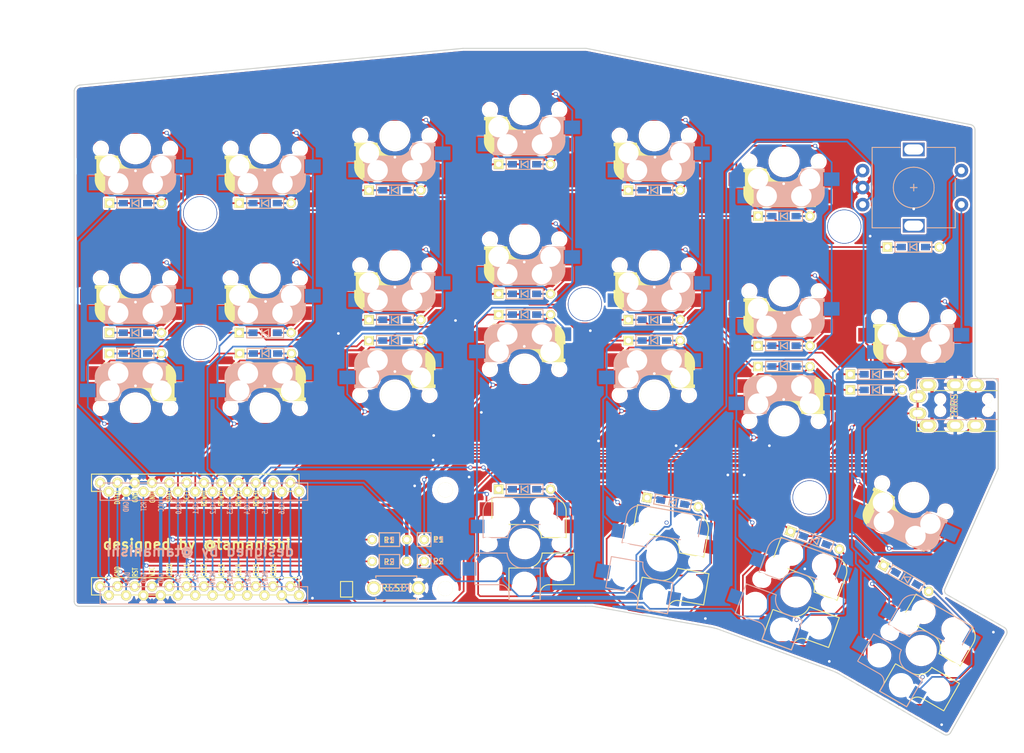
<source format=kicad_pcb>
(kicad_pcb (version 20171130) (host pcbnew 5.1.10)
  (title_block (title "Pinky3 PCB Design") (date 2018-12-23) (rev 0.3) (company @tamanishi))
  (layers (0 F.Cu signal) (31 B.Cu signal) (34 B.Paste user) (35 F.Paste user) (36 B.SilkS user) (37 F.SilkS user) (38 B.Mask user) (39 F.Mask user) (44 Edge.Cuts user))
  (net 0 "")
  (net 1 "Net-(D4-Pad2)")
  (net 2 row3)
  (net 3 "Net-(D5-Pad2)")
  (net 4 row0)
  (net 5 row1)
  (net 6 "Net-(D6-Pad2)")
  (net 7 row2)
  (net 8 "Net-(D8-Pad2)")
  (net 9 "Net-(D9-Pad2)")
  (net 10 "Net-(D10-Pad2)")
  (net 11 "Net-(D11-Pad2)")
  (net 12 "Net-(D12-Pad2)")
  (net 13 "Net-(D13-Pad2)")
  (net 14 "Net-(D14-Pad2)")
  (net 15 "Net-(D15-Pad2)")
  (net 16 "Net-(D16-Pad2)")
  (net 17 "Net-(D17-Pad2)")
  (net 18 "Net-(D18-Pad2)")
  (net 19 "Net-(D19-Pad2)")
  (net 20 "Net-(D20-Pad2)")
  (net 21 "Net-(D21-Pad2)")
  (net 22 "Net-(D22-Pad2)")
  (net 23 "Net-(D23-Pad2)")
  (net 24 "Net-(D24-Pad2)")
  (net 25 "Net-(D25-Pad2)")
  (net 26 VCC)
  (net 27 "Net-(J1-PadB)")
  (net 28 GND)
  (net 29 data)
  (net 30 reset)
  (net 31 col0)
  (net 32 "Net-(D1-Pad2)")
  (net 33 "Net-(D2-Pad2)")
  (net 34 "Net-(D3-Pad2)")
  (net 35 col1)
  (net 36 col2)
  (net 37 col3)
  (net 38 col4)
  (net 39 col5)
  (net 40 "Net-(U1-Pad24)")
  (net 41 "Net-(U1-Pad13)")
  (net 42 sda)
  (net 43 scl)
  (net 44 "Net-(U1-Pad1)")
  (net 45 SW7B)
  (net 46 SW7A)
  (net 47 enc2)
  (net 48 enc1)
  (module kbd:HOLE (layer F.Cu) (at 149 120.3)
    (fp_text reference Ref**)
    (fp_text value Val**)
    (pad "" np_thru_hole circle (at 0 0) (size 5 5) (drill 4.8) (layers *.Cu *.Mask))
  )
  (module kbd:HOLE (layer F.Cu) (at 154.1 80.5)
    (fp_text reference Ref**)
    (fp_text value Val**)
    (pad "" np_thru_hole circle (at 0 0) (size 5 5) (drill 4.8) (layers *.Cu *.Mask))
  )
  (module kbd:HOLE (layer F.Cu) (at 116 91.9)
    (fp_text reference Ref**)
    (fp_text value Val**)
    (pad "" np_thru_hole circle (at 0 0) (size 5 5) (drill 4.8) (layers *.Cu *.Mask))
  )
  (module kbd:HOLE (layer F.Cu) (at 59.5 97.6)
    (fp_text reference Ref**)
    (fp_text value Val**)
    (pad "" np_thru_hole circle (at 0 0) (size 5 5) (drill 4.8) (layers *.Cu *.Mask))
  )
  (module kbd:HOLE (layer F.Cu) (at 59.5 78.55)
    (fp_text reference Ref**)
    (fp_text value Val**)
    (pad "" np_thru_hole circle (at 0 0) (size 5 5) (drill 4.8) (layers *.Cu *.Mask))
  )
  (module kbd:HOLE_M2 (layer F.Cu) (at 95.5 133.7)
    (fp_text reference HOLE_M2 hide)
    (fp_text value VAL** hide)
    (pad "" np_thru_hole circle (at 0 0) (size 2.2 2.2) (drill 2.2) (layers *.Cu *.Mask F.SilkS) (clearance 0.85))
  )
  (module kbd:HOLE_M2 (layer F.Cu) (at 95.5 119.2)
    (fp_text reference HOLE_M2 hide)
    (fp_text value VAL** hide)
    (pad "" np_thru_hole circle (at 0 0) (size 2.2 2.2) (drill 2.2) (layers *.Cu *.Mask F.SilkS) (clearance 0.85))
  )
  (module kbd:D3_TH_SMD (layer F.Cu) (at 164.25 83.5)
    (fp_text reference D7 hide)
    (fp_text value D hide)
    (pad 2 smd rect (at 1.775 0) (size 1.3 0.95) (layers F.Cu F.Paste F.Mask) (net 45 SW7B))
    (pad 2 thru_hole circle (at 3.81 0) (size 1.397 1.397) (drill 0.8128) (layers *.Cu *.Mask F.SilkS) (net 45 SW7B))
    (pad 1 thru_hole rect (at -3.81 0) (size 1.397 1.397) (drill 0.8128) (layers *.Cu *.Mask F.SilkS) (net 4 row0))
    (pad 1 smd rect (at -1.775 0) (size 1.3 0.95) (layers B.Cu B.Paste B.Mask) (net 4 row0))
    (pad 2 smd rect (at 1.775 0) (size 1.3 0.95) (layers B.Cu B.Paste B.Mask) (net 45 SW7B))
    (pad 1 smd rect (at -1.775 0) (size 1.3 0.95) (layers F.Cu F.Paste F.Mask) (net 4 row0))
  )
  (module kbd:RotaryEncoder_Alps_EC11E-Switch_Vertical_H20mm-keebio_modified (layer F.Cu) (at 164.3 74.765)
    (fp_text reference SW7 hide)
    (fp_text value Rotary_Encoder_Switch)
    (pad S1 thru_hole circle (at 7 2.5) (size 2 2) (drill 1) (layers *.Cu *.Mask) (net 46 SW7A))
    (pad S2 thru_hole circle (at 7 -2.5) (size 2 2) (drill 1) (layers *.Cu *.Mask) (net 45 SW7B))
    (pad MP thru_hole rect (at 0 5.6) (size 3.2 2) (drill oval 2.8 1.5) (layers *.Cu *.Mask))
    (pad MP thru_hole rect (at 0 -5.6) (size 3.2 2) (drill oval 2.8 1.5) (layers *.Cu *.Mask))
    (pad B thru_hole circle (at -7.5 2.5) (size 2 2) (drill 1) (layers *.Cu *.Mask) (net 47 enc2))
    (pad C thru_hole circle (at -7.5 0) (size 2 2) (drill 1) (layers *.Cu *.Mask) (net 28 GND))
    (pad A thru_hole circle (at -7.5 -2.5) (size 2 2) (drill 1) (layers *.Cu *.Mask) (net 48 enc1))
  )
  (module kbd:CherryMX_Hotswap (layer F.Cu) (at 164.3 93.815 180)
    (fp_text reference SW14 hide)
    (fp_text value SW_PUSH hide)
    (pad 1 smd rect (at -7 -2.58) (size 2.3 2) (layers B.Cu B.Paste B.Mask) (net 46 SW7A))
    (pad 1 smd rect (at 7 -2.58) (size 2.3 2) (layers F.Cu F.Paste F.Mask) (net 46 SW7A))
    (pad 2 smd rect (at -5.7 -5.12) (size 2.3 2) (layers F.Cu F.Paste F.Mask) (net 14 "Net-(D14-Pad2)"))
    (pad "" np_thru_hole circle (at -3.81 -2.54) (size 3 3) (drill 3) (layers *.Cu *.Mask))
    (pad "" np_thru_hole circle (at -2.54 -5.08) (size 3 3) (drill 3) (layers *.Cu *.Mask))
    (pad "" np_thru_hole circle (at 3.81 -2.540001) (size 3 3) (drill 3) (layers *.Cu *.Mask))
    (pad "" np_thru_hole circle (at 2.54 -5.08) (size 3 3) (drill 3) (layers *.Cu *.Mask))
    (pad "" np_thru_hole circle (at 0 0 270) (size 4 4) (drill 4) (layers *.Cu *.Mask F.SilkS))
    (pad "" np_thru_hole circle (at 5.08 0 180) (size 1.8 1.8) (drill 1.8) (layers *.Cu *.Mask F.SilkS))
    (pad "" np_thru_hole circle (at -5.08 0 180) (size 1.8 1.8) (drill 1.8) (layers *.Cu *.Mask F.SilkS))
    (pad 2 smd rect (at 5.7 -5.12) (size 2.3 2) (layers B.Cu B.Paste B.Mask) (net 14 "Net-(D14-Pad2)"))
  )
  (module kbd:CherryMX_Hotswap (layer F.Cu) (at 145.25 109.055)
    (fp_text reference SW21 hide)
    (fp_text value SW_PUSH hide)
    (pad 2 smd rect (at 5.7 -5.12 180) (size 2.3 2) (layers B.Cu B.Paste B.Mask) (net 20 "Net-(D20-Pad2)"))
    (pad "" np_thru_hole circle (at -5.08 0) (size 1.8 1.8) (drill 1.8) (layers *.Cu *.Mask F.SilkS))
    (pad "" np_thru_hole circle (at 5.08 0) (size 1.8 1.8) (drill 1.8) (layers *.Cu *.Mask F.SilkS))
    (pad "" np_thru_hole circle (at 0 0 90) (size 4 4) (drill 4) (layers *.Cu *.Mask F.SilkS))
    (pad "" np_thru_hole circle (at 2.54 -5.08 180) (size 3 3) (drill 3) (layers *.Cu *.Mask))
    (pad "" np_thru_hole circle (at 3.81 -2.540001 180) (size 3 3) (drill 3) (layers *.Cu *.Mask))
    (pad "" np_thru_hole circle (at -2.54 -5.08 180) (size 3 3) (drill 3) (layers *.Cu *.Mask))
    (pad "" np_thru_hole circle (at -3.81 -2.54 180) (size 3 3) (drill 3) (layers *.Cu *.Mask))
    (pad 2 smd rect (at -5.7 -5.12 180) (size 2.3 2) (layers F.Cu F.Paste F.Mask) (net 20 "Net-(D20-Pad2)"))
    (pad 1 smd rect (at 7 -2.58 180) (size 2.3 2) (layers F.Cu F.Paste F.Mask) (net 39 col5))
    (pad 1 smd rect (at -7 -2.58 180) (size 2.3 2) (layers B.Cu B.Paste B.Mask) (net 39 col5))
  )
  (module kbd:CherryMX_Hotswap (layer F.Cu) (at 145.25 90.005 180)
    (fp_text reference SW13 hide)
    (fp_text value SW_PUSH hide)
    (pad 1 smd rect (at -7 -2.58) (size 2.3 2) (layers B.Cu B.Paste B.Mask) (net 39 col5))
    (pad 1 smd rect (at 7 -2.58) (size 2.3 2) (layers F.Cu F.Paste F.Mask) (net 39 col5))
    (pad 2 smd rect (at -5.7 -5.12) (size 2.3 2) (layers F.Cu F.Paste F.Mask) (net 13 "Net-(D13-Pad2)"))
    (pad "" np_thru_hole circle (at -3.81 -2.54) (size 3 3) (drill 3) (layers *.Cu *.Mask))
    (pad "" np_thru_hole circle (at -2.54 -5.08) (size 3 3) (drill 3) (layers *.Cu *.Mask))
    (pad "" np_thru_hole circle (at 3.81 -2.540001) (size 3 3) (drill 3) (layers *.Cu *.Mask))
    (pad "" np_thru_hole circle (at 2.54 -5.08) (size 3 3) (drill 3) (layers *.Cu *.Mask))
    (pad "" np_thru_hole circle (at 0 0 270) (size 4 4) (drill 4) (layers *.Cu *.Mask F.SilkS))
    (pad "" np_thru_hole circle (at 5.08 0 180) (size 1.8 1.8) (drill 1.8) (layers *.Cu *.Mask F.SilkS))
    (pad "" np_thru_hole circle (at -5.08 0 180) (size 1.8 1.8) (drill 1.8) (layers *.Cu *.Mask F.SilkS))
    (pad 2 smd rect (at 5.7 -5.12) (size 2.3 2) (layers B.Cu B.Paste B.Mask) (net 13 "Net-(D13-Pad2)"))
  )
  (module kbd:CherryMX_Hotswap (layer F.Cu) (at 126.2 105.245)
    (fp_text reference SW20 hide)
    (fp_text value SW_PUSH hide)
    (pad 1 smd rect (at -7 -2.58 180) (size 2.3 2) (layers B.Cu B.Paste B.Mask) (net 38 col4))
    (pad 1 smd rect (at 7 -2.58 180) (size 2.3 2) (layers F.Cu F.Paste F.Mask) (net 38 col4))
    (pad 2 smd rect (at -5.7 -5.12 180) (size 2.3 2) (layers F.Cu F.Paste F.Mask) (net 19 "Net-(D19-Pad2)"))
    (pad "" np_thru_hole circle (at -3.81 -2.54 180) (size 3 3) (drill 3) (layers *.Cu *.Mask))
    (pad "" np_thru_hole circle (at -2.54 -5.08 180) (size 3 3) (drill 3) (layers *.Cu *.Mask))
    (pad "" np_thru_hole circle (at 3.81 -2.540001 180) (size 3 3) (drill 3) (layers *.Cu *.Mask))
    (pad "" np_thru_hole circle (at 2.54 -5.08 180) (size 3 3) (drill 3) (layers *.Cu *.Mask))
    (pad "" np_thru_hole circle (at 0 0 90) (size 4 4) (drill 4) (layers *.Cu *.Mask F.SilkS))
    (pad "" np_thru_hole circle (at 5.08 0) (size 1.8 1.8) (drill 1.8) (layers *.Cu *.Mask F.SilkS))
    (pad "" np_thru_hole circle (at -5.08 0) (size 1.8 1.8) (drill 1.8) (layers *.Cu *.Mask F.SilkS))
    (pad 2 smd rect (at 5.7 -5.12 180) (size 2.3 2) (layers B.Cu B.Paste B.Mask) (net 19 "Net-(D19-Pad2)"))
  )
  (module kbd:CherryMX_Hotswap (layer F.Cu) (at 126.2 86.195 180)
    (fp_text reference SW12 hide)
    (fp_text value SW_PUSH hide)
    (pad 2 smd rect (at 5.7 -5.12) (size 2.3 2) (layers B.Cu B.Paste B.Mask) (net 12 "Net-(D12-Pad2)"))
    (pad "" np_thru_hole circle (at -5.08 0 180) (size 1.8 1.8) (drill 1.8) (layers *.Cu *.Mask F.SilkS))
    (pad "" np_thru_hole circle (at 5.08 0 180) (size 1.8 1.8) (drill 1.8) (layers *.Cu *.Mask F.SilkS))
    (pad "" np_thru_hole circle (at 0 0 270) (size 4 4) (drill 4) (layers *.Cu *.Mask F.SilkS))
    (pad "" np_thru_hole circle (at 2.54 -5.08) (size 3 3) (drill 3) (layers *.Cu *.Mask))
    (pad "" np_thru_hole circle (at 3.81 -2.540001) (size 3 3) (drill 3) (layers *.Cu *.Mask))
    (pad "" np_thru_hole circle (at -2.54 -5.08) (size 3 3) (drill 3) (layers *.Cu *.Mask))
    (pad "" np_thru_hole circle (at -3.81 -2.54) (size 3 3) (drill 3) (layers *.Cu *.Mask))
    (pad 2 smd rect (at -5.7 -5.12) (size 2.3 2) (layers F.Cu F.Paste F.Mask) (net 12 "Net-(D12-Pad2)"))
    (pad 1 smd rect (at 7 -2.58) (size 2.3 2) (layers F.Cu F.Paste F.Mask) (net 38 col4))
    (pad 1 smd rect (at -7 -2.58) (size 2.3 2) (layers B.Cu B.Paste B.Mask) (net 38 col4))
  )
  (module kbd:CherryMX_Hotswap (layer F.Cu) (at 107.15 101.435)
    (fp_text reference SW19 hide)
    (fp_text value SW_PUSH hide)
    (pad 2 smd rect (at 5.7 -5.12 180) (size 2.3 2) (layers B.Cu B.Paste B.Mask) (net 18 "Net-(D18-Pad2)"))
    (pad "" np_thru_hole circle (at -5.08 0) (size 1.8 1.8) (drill 1.8) (layers *.Cu *.Mask F.SilkS))
    (pad "" np_thru_hole circle (at 5.08 0) (size 1.8 1.8) (drill 1.8) (layers *.Cu *.Mask F.SilkS))
    (pad "" np_thru_hole circle (at 0 0 90) (size 4 4) (drill 4) (layers *.Cu *.Mask F.SilkS))
    (pad "" np_thru_hole circle (at 2.54 -5.08 180) (size 3 3) (drill 3) (layers *.Cu *.Mask))
    (pad "" np_thru_hole circle (at 3.81 -2.540001 180) (size 3 3) (drill 3) (layers *.Cu *.Mask))
    (pad "" np_thru_hole circle (at -2.54 -5.08 180) (size 3 3) (drill 3) (layers *.Cu *.Mask))
    (pad "" np_thru_hole circle (at -3.81 -2.54 180) (size 3 3) (drill 3) (layers *.Cu *.Mask))
    (pad 2 smd rect (at -5.7 -5.12 180) (size 2.3 2) (layers F.Cu F.Paste F.Mask) (net 18 "Net-(D18-Pad2)"))
    (pad 1 smd rect (at 7 -2.58 180) (size 2.3 2) (layers F.Cu F.Paste F.Mask) (net 37 col3))
    (pad 1 smd rect (at -7 -2.58 180) (size 2.3 2) (layers B.Cu B.Paste B.Mask) (net 37 col3))
  )
  (module kbd:CherryMX_Hotswap (layer F.Cu) (at 88.1 86.195 180)
    (fp_text reference SW10 hide)
    (fp_text value SW_PUSH hide)
    (pad 1 smd rect (at -7 -2.58) (size 2.3 2) (layers B.Cu B.Paste B.Mask) (net 36 col2))
    (pad 1 smd rect (at 7 -2.58) (size 2.3 2) (layers F.Cu F.Paste F.Mask) (net 36 col2))
    (pad 2 smd rect (at -5.7 -5.12) (size 2.3 2) (layers F.Cu F.Paste F.Mask) (net 10 "Net-(D10-Pad2)"))
    (pad "" np_thru_hole circle (at -3.81 -2.54) (size 3 3) (drill 3) (layers *.Cu *.Mask))
    (pad "" np_thru_hole circle (at -2.54 -5.08) (size 3 3) (drill 3) (layers *.Cu *.Mask))
    (pad "" np_thru_hole circle (at 3.81 -2.540001) (size 3 3) (drill 3) (layers *.Cu *.Mask))
    (pad "" np_thru_hole circle (at 2.54 -5.08) (size 3 3) (drill 3) (layers *.Cu *.Mask))
    (pad "" np_thru_hole circle (at 0 0 270) (size 4 4) (drill 4) (layers *.Cu *.Mask F.SilkS))
    (pad "" np_thru_hole circle (at 5.08 0 180) (size 1.8 1.8) (drill 1.8) (layers *.Cu *.Mask F.SilkS))
    (pad "" np_thru_hole circle (at -5.08 0 180) (size 1.8 1.8) (drill 1.8) (layers *.Cu *.Mask F.SilkS))
    (pad 2 smd rect (at 5.7 -5.12) (size 2.3 2) (layers B.Cu B.Paste B.Mask) (net 10 "Net-(D10-Pad2)"))
  )
  (module kbd:CherryMX_Hotswap (layer F.Cu) (at 69.05 88.1 180)
    (fp_text reference SW9 hide)
    (fp_text value SW_PUSH hide)
    (pad 2 smd rect (at 5.7 -5.12) (size 2.3 2) (layers B.Cu B.Paste B.Mask) (net 9 "Net-(D9-Pad2)"))
    (pad "" np_thru_hole circle (at -5.08 0 180) (size 1.8 1.8) (drill 1.8) (layers *.Cu *.Mask F.SilkS))
    (pad "" np_thru_hole circle (at 5.08 0 180) (size 1.8 1.8) (drill 1.8) (layers *.Cu *.Mask F.SilkS))
    (pad "" np_thru_hole circle (at 0 0 270) (size 4 4) (drill 4) (layers *.Cu *.Mask F.SilkS))
    (pad "" np_thru_hole circle (at 2.54 -5.08) (size 3 3) (drill 3) (layers *.Cu *.Mask))
    (pad "" np_thru_hole circle (at 3.81 -2.540001) (size 3 3) (drill 3) (layers *.Cu *.Mask))
    (pad "" np_thru_hole circle (at -2.54 -5.08) (size 3 3) (drill 3) (layers *.Cu *.Mask))
    (pad "" np_thru_hole circle (at -3.81 -2.54) (size 3 3) (drill 3) (layers *.Cu *.Mask))
    (pad 2 smd rect (at -5.7 -5.12) (size 2.3 2) (layers F.Cu F.Paste F.Mask) (net 9 "Net-(D9-Pad2)"))
    (pad 1 smd rect (at 7 -2.58) (size 2.3 2) (layers F.Cu F.Paste F.Mask) (net 35 col1))
    (pad 1 smd rect (at -7 -2.58) (size 2.3 2) (layers B.Cu B.Paste B.Mask) (net 35 col1))
  )
  (module kbd:CherryMX_Hotswap (layer F.Cu) (at 69.05 69.05 180)
    (fp_text reference SW2 hide)
    (fp_text value SW_PUSH hide)
    (pad 1 smd rect (at -7 -2.58) (size 2.3 2) (layers B.Cu B.Paste B.Mask) (net 35 col1))
    (pad 1 smd rect (at 7 -2.58) (size 2.3 2) (layers F.Cu F.Paste F.Mask) (net 35 col1))
    (pad 2 smd rect (at -5.7 -5.12) (size 2.3 2) (layers F.Cu F.Paste F.Mask) (net 33 "Net-(D2-Pad2)"))
    (pad "" np_thru_hole circle (at -3.81 -2.54) (size 3 3) (drill 3) (layers *.Cu *.Mask))
    (pad "" np_thru_hole circle (at -2.54 -5.08) (size 3 3) (drill 3) (layers *.Cu *.Mask))
    (pad "" np_thru_hole circle (at 3.81 -2.540001) (size 3 3) (drill 3) (layers *.Cu *.Mask))
    (pad "" np_thru_hole circle (at 2.54 -5.08) (size 3 3) (drill 3) (layers *.Cu *.Mask))
    (pad "" np_thru_hole circle (at 0 0 270) (size 4 4) (drill 4) (layers *.Cu *.Mask F.SilkS))
    (pad "" np_thru_hole circle (at 5.08 0 180) (size 1.8 1.8) (drill 1.8) (layers *.Cu *.Mask F.SilkS))
    (pad "" np_thru_hole circle (at -5.08 0 180) (size 1.8 1.8) (drill 1.8) (layers *.Cu *.Mask F.SilkS))
    (pad 2 smd rect (at 5.7 -5.12) (size 2.3 2) (layers B.Cu B.Paste B.Mask) (net 33 "Net-(D2-Pad2)"))
  )
  (module kbd:CherryMX_Hotswap (layer F.Cu) (at 50 88.1 180)
    (fp_text reference SW8 hide)
    (fp_text value SW_PUSH hide)
    (pad 1 smd rect (at -7 -2.58) (size 2.3 2) (layers B.Cu B.Paste B.Mask) (net 31 col0))
    (pad 1 smd rect (at 7 -2.58) (size 2.3 2) (layers F.Cu F.Paste F.Mask) (net 31 col0))
    (pad 2 smd rect (at -5.7 -5.12) (size 2.3 2) (layers F.Cu F.Paste F.Mask) (net 8 "Net-(D8-Pad2)"))
    (pad "" np_thru_hole circle (at -3.81 -2.54) (size 3 3) (drill 3) (layers *.Cu *.Mask))
    (pad "" np_thru_hole circle (at -2.54 -5.08) (size 3 3) (drill 3) (layers *.Cu *.Mask))
    (pad "" np_thru_hole circle (at 3.81 -2.540001) (size 3 3) (drill 3) (layers *.Cu *.Mask))
    (pad "" np_thru_hole circle (at 2.54 -5.08) (size 3 3) (drill 3) (layers *.Cu *.Mask))
    (pad "" np_thru_hole circle (at 0 0 270) (size 4 4) (drill 4) (layers *.Cu *.Mask F.SilkS))
    (pad "" np_thru_hole circle (at 5.08 0 180) (size 1.8 1.8) (drill 1.8) (layers *.Cu *.Mask F.SilkS))
    (pad "" np_thru_hole circle (at -5.08 0 180) (size 1.8 1.8) (drill 1.8) (layers *.Cu *.Mask F.SilkS))
    (pad 2 smd rect (at 5.7 -5.12) (size 2.3 2) (layers B.Cu B.Paste B.Mask) (net 8 "Net-(D8-Pad2)"))
  )
  (module kbd:CherryMX_Hotswap (layer F.Cu) (at 88.1 105.245)
    (fp_text reference SW18 hide)
    (fp_text value SW_PUSH hide)
    (pad 1 smd rect (at -7 -2.58 180) (size 2.3 2) (layers B.Cu B.Paste B.Mask) (net 36 col2))
    (pad 1 smd rect (at 7 -2.58 180) (size 2.3 2) (layers F.Cu F.Paste F.Mask) (net 36 col2))
    (pad 2 smd rect (at -5.7 -5.12 180) (size 2.3 2) (layers F.Cu F.Paste F.Mask) (net 17 "Net-(D17-Pad2)"))
    (pad "" np_thru_hole circle (at -3.81 -2.54 180) (size 3 3) (drill 3) (layers *.Cu *.Mask))
    (pad "" np_thru_hole circle (at -2.54 -5.08 180) (size 3 3) (drill 3) (layers *.Cu *.Mask))
    (pad "" np_thru_hole circle (at 3.81 -2.540001 180) (size 3 3) (drill 3) (layers *.Cu *.Mask))
    (pad "" np_thru_hole circle (at 2.54 -5.08 180) (size 3 3) (drill 3) (layers *.Cu *.Mask))
    (pad "" np_thru_hole circle (at 0 0 90) (size 4 4) (drill 4) (layers *.Cu *.Mask F.SilkS))
    (pad "" np_thru_hole circle (at 5.08 0) (size 1.8 1.8) (drill 1.8) (layers *.Cu *.Mask F.SilkS))
    (pad "" np_thru_hole circle (at -5.08 0) (size 1.8 1.8) (drill 1.8) (layers *.Cu *.Mask F.SilkS))
    (pad 2 smd rect (at 5.7 -5.12 180) (size 2.3 2) (layers B.Cu B.Paste B.Mask) (net 17 "Net-(D17-Pad2)"))
  )
  (module kbd:CherryMX_Hotswap (layer F.Cu) (at 50 107.15)
    (fp_text reference SW16 hide)
    (fp_text value SW_PUSH hide)
    (pad 1 smd rect (at -7 -2.58 180) (size 2.3 2) (layers B.Cu B.Paste B.Mask) (net 31 col0))
    (pad 1 smd rect (at 7 -2.58 180) (size 2.3 2) (layers F.Cu F.Paste F.Mask) (net 31 col0))
    (pad 2 smd rect (at -5.7 -5.12 180) (size 2.3 2) (layers F.Cu F.Paste F.Mask) (net 15 "Net-(D15-Pad2)"))
    (pad "" np_thru_hole circle (at -3.81 -2.54 180) (size 3 3) (drill 3) (layers *.Cu *.Mask))
    (pad "" np_thru_hole circle (at -2.54 -5.08 180) (size 3 3) (drill 3) (layers *.Cu *.Mask))
    (pad "" np_thru_hole circle (at 3.81 -2.540001 180) (size 3 3) (drill 3) (layers *.Cu *.Mask))
    (pad "" np_thru_hole circle (at 2.54 -5.08 180) (size 3 3) (drill 3) (layers *.Cu *.Mask))
    (pad "" np_thru_hole circle (at 0 0 90) (size 4 4) (drill 4) (layers *.Cu *.Mask F.SilkS))
    (pad "" np_thru_hole circle (at 5.08 0) (size 1.8 1.8) (drill 1.8) (layers *.Cu *.Mask F.SilkS))
    (pad "" np_thru_hole circle (at -5.08 0) (size 1.8 1.8) (drill 1.8) (layers *.Cu *.Mask F.SilkS))
    (pad 2 smd rect (at 5.7 -5.12 180) (size 2.3 2) (layers B.Cu B.Paste B.Mask) (net 15 "Net-(D15-Pad2)"))
  )
  (module kbd:CherryMX_Hotswap (layer F.Cu) (at 145.25 70.955 180)
    (fp_text reference SW6 hide)
    (fp_text value SW_PUSH hide)
    (pad 2 smd rect (at 5.7 -5.12) (size 2.3 2) (layers B.Cu B.Paste B.Mask) (net 6 "Net-(D6-Pad2)"))
    (pad "" np_thru_hole circle (at -5.08 0 180) (size 1.8 1.8) (drill 1.8) (layers *.Cu *.Mask F.SilkS))
    (pad "" np_thru_hole circle (at 5.08 0 180) (size 1.8 1.8) (drill 1.8) (layers *.Cu *.Mask F.SilkS))
    (pad "" np_thru_hole circle (at 0 0 270) (size 4 4) (drill 4) (layers *.Cu *.Mask F.SilkS))
    (pad "" np_thru_hole circle (at 2.54 -5.08) (size 3 3) (drill 3) (layers *.Cu *.Mask))
    (pad "" np_thru_hole circle (at 3.81 -2.540001) (size 3 3) (drill 3) (layers *.Cu *.Mask))
    (pad "" np_thru_hole circle (at -2.54 -5.08) (size 3 3) (drill 3) (layers *.Cu *.Mask))
    (pad "" np_thru_hole circle (at -3.81 -2.54) (size 3 3) (drill 3) (layers *.Cu *.Mask))
    (pad 2 smd rect (at -5.7 -5.12) (size 2.3 2) (layers F.Cu F.Paste F.Mask) (net 6 "Net-(D6-Pad2)"))
    (pad 1 smd rect (at 7 -2.58) (size 2.3 2) (layers F.Cu F.Paste F.Mask) (net 39 col5))
    (pad 1 smd rect (at -7 -2.58) (size 2.3 2) (layers B.Cu B.Paste B.Mask) (net 39 col5))
  )
  (module kbd:CherryMX_Hotswap (layer F.Cu) (at 164.3 120.3 156)
    (fp_text reference SW22 hide)
    (fp_text value SW_PUSH hide)
    (pad 2 smd rect (at 5.7 -5.12 336) (size 2.3 2) (layers B.Cu B.Paste B.Mask) (net 21 "Net-(D21-Pad2)"))
    (pad "" np_thru_hole circle (at -5.08 0 156) (size 1.8 1.8) (drill 1.8) (layers *.Cu *.Mask F.SilkS))
    (pad "" np_thru_hole circle (at 5.08 0 156) (size 1.8 1.8) (drill 1.8) (layers *.Cu *.Mask F.SilkS))
    (pad "" np_thru_hole circle (at 0 0 246) (size 4 4) (drill 4) (layers *.Cu *.Mask F.SilkS))
    (pad "" np_thru_hole circle (at 2.539999 -5.08 336) (size 3 3) (drill 3) (layers *.Cu *.Mask))
    (pad "" np_thru_hole circle (at 3.81 -2.540001 336) (size 3 3) (drill 3) (layers *.Cu *.Mask))
    (pad "" np_thru_hole circle (at -2.54 -5.08 336) (size 3 3) (drill 3) (layers *.Cu *.Mask))
    (pad "" np_thru_hole circle (at -3.81 -2.54 336) (size 3 3) (drill 3) (layers *.Cu *.Mask))
    (pad 2 smd rect (at -5.7 -5.120001 336) (size 2.3 2) (layers F.Cu F.Paste F.Mask) (net 21 "Net-(D21-Pad2)"))
    (pad 1 smd rect (at 7 -2.58 336) (size 2.3 2) (layers F.Cu F.Paste F.Mask) (net 46 SW7A))
    (pad 1 smd rect (at -7 -2.579999 336) (size 2.3 2) (layers B.Cu B.Paste B.Mask) (net 46 SW7A))
  )
  (module kbd:CherryMX_Hotswap (layer F.Cu) (at 50 69.05 180)
    (fp_text reference SW1 hide)
    (fp_text value SW_PUSH hide)
    (pad 1 smd rect (at -7 -2.58) (size 2.3 2) (layers B.Cu B.Paste B.Mask) (net 31 col0))
    (pad 1 smd rect (at 7 -2.58) (size 2.3 2) (layers F.Cu F.Paste F.Mask) (net 31 col0))
    (pad 2 smd rect (at -5.7 -5.12) (size 2.3 2) (layers F.Cu F.Paste F.Mask) (net 32 "Net-(D1-Pad2)"))
    (pad "" np_thru_hole circle (at -3.81 -2.54) (size 3 3) (drill 3) (layers *.Cu *.Mask))
    (pad "" np_thru_hole circle (at -2.54 -5.08) (size 3 3) (drill 3) (layers *.Cu *.Mask))
    (pad "" np_thru_hole circle (at 3.81 -2.540001) (size 3 3) (drill 3) (layers *.Cu *.Mask))
    (pad "" np_thru_hole circle (at 2.54 -5.08) (size 3 3) (drill 3) (layers *.Cu *.Mask))
    (pad "" np_thru_hole circle (at 0 0 270) (size 4 4) (drill 4) (layers *.Cu *.Mask F.SilkS))
    (pad "" np_thru_hole circle (at 5.08 0 180) (size 1.8 1.8) (drill 1.8) (layers *.Cu *.Mask F.SilkS))
    (pad "" np_thru_hole circle (at -5.08 0 180) (size 1.8 1.8) (drill 1.8) (layers *.Cu *.Mask F.SilkS))
    (pad 2 smd rect (at 5.7 -5.12) (size 2.3 2) (layers B.Cu B.Paste B.Mask) (net 32 "Net-(D1-Pad2)"))
  )
  (module kbd:CherryMX_Hotswap (layer F.Cu) (at 88.1 67.145 180)
    (fp_text reference SW3 hide)
    (fp_text value SW_PUSH hide)
    (pad 1 smd rect (at -7 -2.58) (size 2.3 2) (layers B.Cu B.Paste B.Mask) (net 36 col2))
    (pad 1 smd rect (at 7 -2.58) (size 2.3 2) (layers F.Cu F.Paste F.Mask) (net 36 col2))
    (pad 2 smd rect (at -5.7 -5.12) (size 2.3 2) (layers F.Cu F.Paste F.Mask) (net 34 "Net-(D3-Pad2)"))
    (pad "" np_thru_hole circle (at -3.81 -2.54) (size 3 3) (drill 3) (layers *.Cu *.Mask))
    (pad "" np_thru_hole circle (at -2.54 -5.08) (size 3 3) (drill 3) (layers *.Cu *.Mask))
    (pad "" np_thru_hole circle (at 3.81 -2.540001) (size 3 3) (drill 3) (layers *.Cu *.Mask))
    (pad "" np_thru_hole circle (at 2.54 -5.08) (size 3 3) (drill 3) (layers *.Cu *.Mask))
    (pad "" np_thru_hole circle (at 0 0 270) (size 4 4) (drill 4) (layers *.Cu *.Mask F.SilkS))
    (pad "" np_thru_hole circle (at 5.08 0 180) (size 1.8 1.8) (drill 1.8) (layers *.Cu *.Mask F.SilkS))
    (pad "" np_thru_hole circle (at -5.08 0 180) (size 1.8 1.8) (drill 1.8) (layers *.Cu *.Mask F.SilkS))
    (pad 2 smd rect (at 5.7 -5.12) (size 2.3 2) (layers B.Cu B.Paste B.Mask) (net 34 "Net-(D3-Pad2)"))
  )
  (module kbd:CherryMX_Hotswap (layer F.Cu) (at 107.15 63.335 180)
    (fp_text reference SW4 hide)
    (fp_text value SW_PUSH hide)
    (pad 2 smd rect (at 5.7 -5.12) (size 2.3 2) (layers B.Cu B.Paste B.Mask) (net 1 "Net-(D4-Pad2)"))
    (pad "" np_thru_hole circle (at -5.08 0 180) (size 1.8 1.8) (drill 1.8) (layers *.Cu *.Mask F.SilkS))
    (pad "" np_thru_hole circle (at 5.08 0 180) (size 1.8 1.8) (drill 1.8) (layers *.Cu *.Mask F.SilkS))
    (pad "" np_thru_hole circle (at 0 0 270) (size 4 4) (drill 4) (layers *.Cu *.Mask F.SilkS))
    (pad "" np_thru_hole circle (at 2.54 -5.08) (size 3 3) (drill 3) (layers *.Cu *.Mask))
    (pad "" np_thru_hole circle (at 3.81 -2.540001) (size 3 3) (drill 3) (layers *.Cu *.Mask))
    (pad "" np_thru_hole circle (at -2.54 -5.08) (size 3 3) (drill 3) (layers *.Cu *.Mask))
    (pad "" np_thru_hole circle (at -3.81 -2.54) (size 3 3) (drill 3) (layers *.Cu *.Mask))
    (pad 2 smd rect (at -5.7 -5.12) (size 2.3 2) (layers F.Cu F.Paste F.Mask) (net 1 "Net-(D4-Pad2)"))
    (pad 1 smd rect (at 7 -2.58) (size 2.3 2) (layers F.Cu F.Paste F.Mask) (net 37 col3))
    (pad 1 smd rect (at -7 -2.58) (size 2.3 2) (layers B.Cu B.Paste B.Mask) (net 37 col3))
  )
  (module kbd:CherryMX_Hotswap (layer F.Cu) (at 107.15 82.385 180)
    (fp_text reference SW11 hide)
    (fp_text value SW_PUSH hide)
    (pad 2 smd rect (at 5.7 -5.12) (size 2.3 2) (layers B.Cu B.Paste B.Mask) (net 11 "Net-(D11-Pad2)"))
    (pad "" np_thru_hole circle (at -5.08 0 180) (size 1.8 1.8) (drill 1.8) (layers *.Cu *.Mask F.SilkS))
    (pad "" np_thru_hole circle (at 5.08 0 180) (size 1.8 1.8) (drill 1.8) (layers *.Cu *.Mask F.SilkS))
    (pad "" np_thru_hole circle (at 0 0 270) (size 4 4) (drill 4) (layers *.Cu *.Mask F.SilkS))
    (pad "" np_thru_hole circle (at 2.54 -5.08) (size 3 3) (drill 3) (layers *.Cu *.Mask))
    (pad "" np_thru_hole circle (at 3.81 -2.540001) (size 3 3) (drill 3) (layers *.Cu *.Mask))
    (pad "" np_thru_hole circle (at -2.54 -5.08) (size 3 3) (drill 3) (layers *.Cu *.Mask))
    (pad "" np_thru_hole circle (at -3.81 -2.54) (size 3 3) (drill 3) (layers *.Cu *.Mask))
    (pad 2 smd rect (at -5.7 -5.12) (size 2.3 2) (layers F.Cu F.Paste F.Mask) (net 11 "Net-(D11-Pad2)"))
    (pad 1 smd rect (at 7 -2.58) (size 2.3 2) (layers F.Cu F.Paste F.Mask) (net 37 col3))
    (pad 1 smd rect (at -7 -2.58) (size 2.3 2) (layers B.Cu B.Paste B.Mask) (net 37 col3))
  )
  (module kbd:CherryMX_Hotswap (layer F.Cu) (at 126.2 67.145 180)
    (fp_text reference SW5 hide)
    (fp_text value SW_PUSH hide)
    (pad 1 smd rect (at -7 -2.58) (size 2.3 2) (layers B.Cu B.Paste B.Mask) (net 38 col4))
    (pad 1 smd rect (at 7 -2.58) (size 2.3 2) (layers F.Cu F.Paste F.Mask) (net 38 col4))
    (pad 2 smd rect (at -5.7 -5.12) (size 2.3 2) (layers F.Cu F.Paste F.Mask) (net 3 "Net-(D5-Pad2)"))
    (pad "" np_thru_hole circle (at -3.81 -2.54) (size 3 3) (drill 3) (layers *.Cu *.Mask))
    (pad "" np_thru_hole circle (at -2.54 -5.08) (size 3 3) (drill 3) (layers *.Cu *.Mask))
    (pad "" np_thru_hole circle (at 3.81 -2.540001) (size 3 3) (drill 3) (layers *.Cu *.Mask))
    (pad "" np_thru_hole circle (at 2.54 -5.08) (size 3 3) (drill 3) (layers *.Cu *.Mask))
    (pad "" np_thru_hole circle (at 0 0 270) (size 4 4) (drill 4) (layers *.Cu *.Mask F.SilkS))
    (pad "" np_thru_hole circle (at 5.08 0 180) (size 1.8 1.8) (drill 1.8) (layers *.Cu *.Mask F.SilkS))
    (pad "" np_thru_hole circle (at -5.08 0 180) (size 1.8 1.8) (drill 1.8) (layers *.Cu *.Mask F.SilkS))
    (pad 2 smd rect (at 5.7 -5.12) (size 2.3 2) (layers B.Cu B.Paste B.Mask) (net 3 "Net-(D5-Pad2)"))
  )
  (module kbd:CherryMX_Hotswap (layer F.Cu) (at 69.05 107.15)
    (fp_text reference SW17 hide)
    (fp_text value SW_PUSH hide)
    (pad 2 smd rect (at 5.7 -5.12 180) (size 2.3 2) (layers B.Cu B.Paste B.Mask) (net 16 "Net-(D16-Pad2)"))
    (pad "" np_thru_hole circle (at -5.08 0) (size 1.8 1.8) (drill 1.8) (layers *.Cu *.Mask F.SilkS))
    (pad "" np_thru_hole circle (at 5.08 0) (size 1.8 1.8) (drill 1.8) (layers *.Cu *.Mask F.SilkS))
    (pad "" np_thru_hole circle (at 0 0 90) (size 4 4) (drill 4) (layers *.Cu *.Mask F.SilkS))
    (pad "" np_thru_hole circle (at 2.54 -5.08 180) (size 3 3) (drill 3) (layers *.Cu *.Mask))
    (pad "" np_thru_hole circle (at 3.81 -2.540001 180) (size 3 3) (drill 3) (layers *.Cu *.Mask))
    (pad "" np_thru_hole circle (at -2.54 -5.08 180) (size 3 3) (drill 3) (layers *.Cu *.Mask))
    (pad "" np_thru_hole circle (at -3.81 -2.54 180) (size 3 3) (drill 3) (layers *.Cu *.Mask))
    (pad 2 smd rect (at -5.7 -5.12 180) (size 2.3 2) (layers F.Cu F.Paste F.Mask) (net 16 "Net-(D16-Pad2)"))
    (pad 1 smd rect (at 7 -2.58 180) (size 2.3 2) (layers F.Cu F.Paste F.Mask) (net 35 col1))
    (pad 1 smd rect (at -7 -2.58 180) (size 2.3 2) (layers B.Cu B.Paste B.Mask) (net 35 col1))
  )
  (module kbd:CherryMX_Choc_Hotswap (layer F.Cu) (at 165.4 142.8 330)
    (fp_text reference SW26 hide)
    (fp_text value SW_PUSH hide)
    (pad 1 smd rect (at -5.6 -5.08 150) (size 2 2) (layers F.Cu F.Paste F.Mask) (net 46 SW7A))
    (pad "" np_thru_hole circle (at 3.81 -2.54 150) (size 3 3) (drill 3) (layers *.Cu *.Mask))
    (pad "" np_thru_hole circle (at -2.54 -5.08 150) (size 3 3) (drill 3) (layers *.Cu *.Mask))
    (pad 2 smd rect (at 6.9 -2.54 150) (size 2 2) (layers F.Cu F.Paste F.Mask) (net 25 "Net-(D25-Pad2)"))
    (pad "" np_thru_hole circle (at 5 3.7 240) (size 3 3) (drill 3) (layers *.Cu *.Mask))
    (pad 2 smd rect (at -2.8 5.9 150) (size 1.8 2) (layers F.Cu F.Paste F.Mask) (net 25 "Net-(D25-Pad2)"))
    (pad 1 smd rect (at 8.1 3.7 150) (size 2 2) (layers F.Cu F.Paste F.Mask) (net 46 SW7A))
    (pad 1 smd rect (at -8.1 3.7 150) (size 2 2) (layers B.Cu B.Paste B.Mask) (net 46 SW7A))
    (pad 2 smd rect (at 2.8 5.9 150) (size 1.9 2) (layers B.Cu B.Paste B.Mask) (net 25 "Net-(D25-Pad2)"))
    (pad "" np_thru_hole circle (at -5 3.7 60) (size 3 3) (drill 3) (layers *.Cu *.Mask))
    (pad "" np_thru_hole circle (at 0 5.9 60) (size 3 3) (drill 3) (layers *.Cu *.Mask))
    (pad 1 smd rect (at -6.9 -2.54 150) (size 2 2) (layers B.Cu B.Paste B.Mask) (net 46 SW7A))
    (pad "" np_thru_hole circle (at 2.54 -5.08 150) (size 3 3) (drill 3) (layers *.Cu *.Mask))
    (pad "" np_thru_hole circle (at 0 0 60) (size 4 4) (drill 4) (layers *.Cu *.Mask))
    (pad "" np_thru_hole circle (at -5.5 0 60) (size 1.9 1.9) (drill 1.9) (layers *.Cu *.Mask))
    (pad "" np_thru_hole circle (at 5.5 0 60) (size 1.9 1.9) (drill 1.9) (layers *.Cu *.Mask))
    (pad "" np_thru_hole circle (at 5.08 0 330) (size 1.7 1.7) (drill 1.7) (layers *.Cu *.Mask))
    (pad "" np_thru_hole circle (at -5.08 0 330) (size 1.7 1.7) (drill 1.7) (layers *.Cu *.Mask))
    (pad "" np_thru_hole circle (at -3.81 -2.54 150) (size 3 3) (drill 3) (layers *.Cu *.Mask))
    (pad 2 smd rect (at 5.6 -5.08 150) (size 2 2) (layers B.Cu B.Paste B.Mask) (net 25 "Net-(D25-Pad2)"))
  )
  (module kbd:CherryMX_Choc_Hotswap (layer F.Cu) (at 147 134.2 340)
    (fp_text reference SW25 hide)
    (fp_text value SW_PUSH hide)
    (pad 1 smd rect (at -5.6 -5.08 160) (size 2 2) (layers F.Cu F.Paste F.Mask) (net 39 col5))
    (pad "" np_thru_hole circle (at 3.81 -2.54 160) (size 3 3) (drill 3) (layers *.Cu *.Mask))
    (pad "" np_thru_hole circle (at -2.54 -5.08 160) (size 3 3) (drill 3) (layers *.Cu *.Mask))
    (pad 2 smd rect (at 6.9 -2.54 160) (size 2 2) (layers F.Cu F.Paste F.Mask) (net 24 "Net-(D24-Pad2)"))
    (pad "" np_thru_hole circle (at 5 3.7 250) (size 3 3) (drill 3) (layers *.Cu *.Mask))
    (pad 2 smd rect (at -2.8 5.9 160) (size 1.8 2) (layers F.Cu F.Paste F.Mask) (net 24 "Net-(D24-Pad2)"))
    (pad 1 smd rect (at 8.1 3.7 160) (size 2 2) (layers F.Cu F.Paste F.Mask) (net 39 col5))
    (pad 1 smd rect (at -8.1 3.7 160) (size 2 2) (layers B.Cu B.Paste B.Mask) (net 39 col5))
    (pad 2 smd rect (at 2.8 5.9 160) (size 1.9 2) (layers B.Cu B.Paste B.Mask) (net 24 "Net-(D24-Pad2)"))
    (pad "" np_thru_hole circle (at -5 3.7 70) (size 3 3) (drill 3) (layers *.Cu *.Mask))
    (pad "" np_thru_hole circle (at 0 5.9 70) (size 3 3) (drill 3) (layers *.Cu *.Mask))
    (pad 1 smd rect (at -6.9 -2.54 160) (size 2 2) (layers B.Cu B.Paste B.Mask) (net 39 col5))
    (pad "" np_thru_hole circle (at 2.54 -5.08 160) (size 3 3) (drill 3) (layers *.Cu *.Mask))
    (pad "" np_thru_hole circle (at 0 0 70) (size 4 4) (drill 4) (layers *.Cu *.Mask))
    (pad "" np_thru_hole circle (at -5.5 0 70) (size 1.9 1.9) (drill 1.9) (layers *.Cu *.Mask))
    (pad "" np_thru_hole circle (at 5.5 0 70) (size 1.9 1.9) (drill 1.9) (layers *.Cu *.Mask))
    (pad "" np_thru_hole circle (at 5.08 0 340) (size 1.7 1.7) (drill 1.7) (layers *.Cu *.Mask))
    (pad "" np_thru_hole circle (at -5.08 0 340) (size 1.7 1.7) (drill 1.7) (layers *.Cu *.Mask))
    (pad "" np_thru_hole circle (at -3.81 -2.54 160) (size 3 3) (drill 3) (layers *.Cu *.Mask))
    (pad 2 smd rect (at 5.6 -5.08 160) (size 2 2) (layers B.Cu B.Paste B.Mask) (net 24 "Net-(D24-Pad2)"))
  )
  (module kbd:CherryMX_Choc_Hotswap (layer F.Cu) (at 127.3 128.9 350)
    (fp_text reference SW24 hide)
    (fp_text value SW_PUSH hide)
    (pad 1 smd rect (at -5.6 -5.08 170) (size 2 2) (layers F.Cu F.Paste F.Mask) (net 38 col4))
    (pad "" np_thru_hole circle (at 3.81 -2.54 170) (size 3 3) (drill 3) (layers *.Cu *.Mask))
    (pad "" np_thru_hole circle (at -2.54 -5.08 170) (size 3 3) (drill 3) (layers *.Cu *.Mask))
    (pad 2 smd rect (at 6.9 -2.54 170) (size 2 2) (layers F.Cu F.Paste F.Mask) (net 23 "Net-(D23-Pad2)"))
    (pad "" np_thru_hole circle (at 5 3.7 260) (size 3 3) (drill 3) (layers *.Cu *.Mask))
    (pad 2 smd rect (at -2.8 5.9 170) (size 1.8 2) (layers F.Cu F.Paste F.Mask) (net 23 "Net-(D23-Pad2)"))
    (pad 1 smd rect (at 8.1 3.7 170) (size 2 2) (layers F.Cu F.Paste F.Mask) (net 38 col4))
    (pad 1 smd rect (at -8.1 3.7 170) (size 2 2) (layers B.Cu B.Paste B.Mask) (net 38 col4))
    (pad 2 smd rect (at 2.8 5.9 170) (size 1.9 2) (layers B.Cu B.Paste B.Mask) (net 23 "Net-(D23-Pad2)"))
    (pad "" np_thru_hole circle (at -5 3.7 80) (size 3 3) (drill 3) (layers *.Cu *.Mask))
    (pad "" np_thru_hole circle (at 0 5.9 80) (size 3 3) (drill 3) (layers *.Cu *.Mask))
    (pad 1 smd rect (at -6.9 -2.54 170) (size 2 2) (layers B.Cu B.Paste B.Mask) (net 38 col4))
    (pad "" np_thru_hole circle (at 2.54 -5.08 170) (size 3 3) (drill 3) (layers *.Cu *.Mask))
    (pad "" np_thru_hole circle (at 0 0 80) (size 4 4) (drill 4) (layers *.Cu *.Mask))
    (pad "" np_thru_hole circle (at -5.5 0 80) (size 1.9 1.9) (drill 1.9) (layers *.Cu *.Mask))
    (pad "" np_thru_hole circle (at 5.5 0 80) (size 1.9 1.9) (drill 1.9) (layers *.Cu *.Mask))
    (pad "" np_thru_hole circle (at 5.08 0 350) (size 1.7 1.7) (drill 1.7) (layers *.Cu *.Mask))
    (pad "" np_thru_hole circle (at -5.08 0 350) (size 1.7 1.7) (drill 1.7) (layers *.Cu *.Mask))
    (pad "" np_thru_hole circle (at -3.81 -2.54 170) (size 3 3) (drill 3) (layers *.Cu *.Mask))
    (pad 2 smd rect (at 5.6 -5.08 170) (size 2 2) (layers B.Cu B.Paste B.Mask) (net 23 "Net-(D23-Pad2)"))
  )
  (module kbd:CherryMX_Choc_Hotswap (layer F.Cu) (at 107.15 127.1)
    (fp_text reference SW23 hide)
    (fp_text value SW_PUSH hide)
    (pad 2 smd rect (at 5.6 -5.08 180) (size 2 2) (layers B.Cu B.Paste B.Mask) (net 22 "Net-(D22-Pad2)"))
    (pad "" np_thru_hole circle (at -3.81 -2.54 180) (size 3 3) (drill 3) (layers *.Cu *.Mask))
    (pad "" np_thru_hole circle (at -5.08 0) (size 1.7 1.7) (drill 1.7) (layers *.Cu *.Mask))
    (pad "" np_thru_hole circle (at 5.08 0) (size 1.7 1.7) (drill 1.7) (layers *.Cu *.Mask))
    (pad "" np_thru_hole circle (at 5.5 0 90) (size 1.9 1.9) (drill 1.9) (layers *.Cu *.Mask))
    (pad "" np_thru_hole circle (at -5.5 0 90) (size 1.9 1.9) (drill 1.9) (layers *.Cu *.Mask))
    (pad "" np_thru_hole circle (at 0 0 90) (size 4 4) (drill 4) (layers *.Cu *.Mask))
    (pad "" np_thru_hole circle (at 2.54 -5.08 180) (size 3 3) (drill 3) (layers *.Cu *.Mask))
    (pad 1 smd rect (at -6.9 -2.54 180) (size 2 2) (layers B.Cu B.Paste B.Mask) (net 37 col3))
    (pad "" np_thru_hole circle (at 0 5.9 90) (size 3 3) (drill 3) (layers *.Cu *.Mask))
    (pad "" np_thru_hole circle (at -5 3.7 90) (size 3 3) (drill 3) (layers *.Cu *.Mask))
    (pad 2 smd rect (at 2.8 5.9 180) (size 1.9 2) (layers B.Cu B.Paste B.Mask) (net 22 "Net-(D22-Pad2)"))
    (pad 1 smd rect (at -8.1 3.7 180) (size 2 2) (layers B.Cu B.Paste B.Mask) (net 37 col3))
    (pad 1 smd rect (at 8.1 3.7 180) (size 2 2) (layers F.Cu F.Paste F.Mask) (net 37 col3))
    (pad 2 smd rect (at -2.8 5.9 180) (size 1.8 2) (layers F.Cu F.Paste F.Mask) (net 22 "Net-(D22-Pad2)"))
    (pad "" np_thru_hole circle (at 5 3.7 270) (size 3 3) (drill 3) (layers *.Cu *.Mask))
    (pad 2 smd rect (at 6.9 -2.54 180) (size 2 2) (layers F.Cu F.Paste F.Mask) (net 22 "Net-(D22-Pad2)"))
    (pad "" np_thru_hole circle (at -2.54 -5.08 180) (size 3 3) (drill 3) (layers *.Cu *.Mask))
    (pad "" np_thru_hole circle (at 3.81 -2.54 180) (size 3 3) (drill 3) (layers *.Cu *.Mask))
    (pad 1 smd rect (at -5.6 -5.08 180) (size 2 2) (layers F.Cu F.Paste F.Mask) (net 37 col3))
  )
  (module kbd:JPC2 (layer F.Cu) (at 81 133.8 90)
    (fp_text reference JP1)
    (fp_text value JPC2 hide)
    (pad 1 smd rect (at -0.50038 0 90) (size 0.635 1.143) (layers F.Cu F.Paste F.Mask) (net 27 "Net-(J1-PadB)") (clearance 0.1905))
    (pad 2 smd rect (at 0.50038 0 90) (size 0.635 1.143) (layers F.Cu F.Paste F.Mask) (net 29 data) (clearance 0.1905))
    (pad "" smd rect (at 0 0 180) (size 0.381 0.381) (layers F.Cu F.Paste F.Mask) (clearance 0.00254))
  )
  (module kbd:ProMicro_v2 (layer F.Cu) (at 59.29 125.8 90)
    (fp_text reference U1 hide)
    (fp_text value ProMicro hide)
    (fp_text user "" (at -0.5 -17.25 90) (layer F.SilkS))
    (fp_text user "" (at -1.2065 -16.256 90) (layer B.SilkS) (effects (justify mirror)))
    (fp_text user GND (at -5.4 -11.938 90) (layer F.SilkS) (effects (font (size 0.75 0.5) (thickness 0.125))))
    (fp_text user DATA (at 5.35 -11.95 90) (layer F.SilkS) (effects (font (size 0.75 0.5) (thickness 0.125))))
    (fp_text user RST (at -5.5 -9.3345 90) (layer F.SilkS) (effects (font (size 0.75 0.5) (thickness 0.125))))
    (fp_text user GND (at 5.5245 -9.3345 90) (layer F.SilkS) (effects (font (size 0.75 0.5) (thickness 0.125))))
    (fp_text user VCC (at -5.4 -6.858 90) (layer F.SilkS) (effects (font (size 0.75 0.5) (thickness 0.125))))
    (fp_text user GND (at 5.461 -6.7945 90) (layer F.SilkS) (effects (font (size 0.75 0.5) (thickness 0.125))))
    (fp_text user COL3 (at -5.2 3.35 90) (layer F.SilkS) (effects (font (size 0.75 0.5) (thickness 0.125))))
    (fp_text user ROW0 (at 5.2 0.8 90) (layer F.SilkS) (effects (font (size 0.75 0.5) (thickness 0.125))))
    (fp_text user COL2 (at -5.2 0.762 90) (layer F.SilkS) (effects (font (size 0.75 0.5) (thickness 0.125))))
    (fp_text user SCL (at 5.461 -1.778 90) (layer F.SilkS) (effects (font (size 0.75 0.5) (thickness 0.125))))
    (fp_text user COL1 (at -5.2 -1.778 90) (layer F.SilkS) (effects (font (size 0.75 0.5) (thickness 0.125))))
    (fp_text user SDA (at 5.461 -4.318 90) (layer F.SilkS) (effects (font (size 0.75 0.5) (thickness 0.125))))
    (fp_text user COL0 (at -5.2 -4.3 90) (layer F.SilkS) (effects (font (size 0.75 0.5) (thickness 0.125))))
    (fp_text user COL6 (at -5.2 10.985 90) (layer F.SilkS) (effects (font (size 0.75 0.5) (thickness 0.125))))
    (fp_text user ROW3 (at 5.2 8.4455 90) (layer F.SilkS) (effects (font (size 0.75 0.5) (thickness 0.125))))
    (fp_text user COL5 (at -5.2 8.4455 90) (layer F.SilkS) (effects (font (size 0.75 0.5) (thickness 0.125))))
    (fp_text user ROW2 (at 5.2 5.85 90) (layer F.SilkS) (effects (font (size 0.75 0.5) (thickness 0.125))))
    (fp_text user COL4 (at -5.2 5.85 90) (layer F.SilkS) (effects (font (size 0.75 0.5) (thickness 0.125))))
    (fp_text user ROW1 (at 5.25 3.302 90) (layer F.SilkS) (effects (font (size 0.75 0.5) (thickness 0.125))))
    (fp_text user ROW1 (at -6.35 4.6355 90) (layer B.SilkS) (effects (font (size 0.75 0.5) (thickness 0.125)) (justify mirror)))
    (fp_text user COL4 (at 3.95 7.112 90) (layer B.SilkS) (effects (font (size 0.75 0.5) (thickness 0.125)) (justify mirror)))
    (fp_text user ROW2 (at -6.35 7.239 90) (layer B.SilkS) (effects (font (size 0.75 0.5) (thickness 0.125)) (justify mirror)))
    (fp_text user COL5 (at 4 9.75 90) (layer B.SilkS) (effects (font (size 0.75 0.5) (thickness 0.125)) (justify mirror)))
    (fp_text user ROW3 (at -6.35 9.75 90) (layer B.SilkS) (effects (font (size 0.75 0.5) (thickness 0.125)) (justify mirror)))
    (fp_text user COL6 (at 3.975 12.185 90) (layer B.SilkS) (effects (font (size 0.75 0.5) (thickness 0.125)) (justify mirror)))
    (fp_text user COL0 (at 4 -2.95 90) (layer B.SilkS) (effects (font (size 0.75 0.5) (thickness 0.125)) (justify mirror)))
    (fp_text user SDA (at -6.35 -2.9845 90) (layer B.SilkS) (effects (font (size 0.75 0.5) (thickness 0.125)) (justify mirror)))
    (fp_text user COL1 (at 4 -0.4445 90) (layer B.SilkS) (effects (font (size 0.75 0.5) (thickness 0.125)) (justify mirror)))
    (fp_text user SCL (at -6.35 -0.4445 90) (layer B.SilkS) (effects (font (size 0.75 0.5) (thickness 0.125)) (justify mirror)))
    (fp_text user COL2 (at 4 2.1 90) (layer B.SilkS) (effects (font (size 0.75 0.5) (thickness 0.125)) (justify mirror)))
    (fp_text user ROW0 (at -6.35 2.032 90) (layer B.SilkS) (effects (font (size 0.75 0.5) (thickness 0.125)) (justify mirror)))
    (fp_text user COL3 (at 4 4.6 90) (layer B.SilkS) (effects (font (size 0.75 0.5) (thickness 0.125)) (justify mirror)))
    (fp_text user GND (at -6.35 -5.5245 90) (layer B.SilkS) (effects (font (size 0.75 0.5) (thickness 0.125)) (justify mirror)))
    (fp_text user VCC (at 4.1275 -5.5245 90) (layer B.SilkS) (effects (font (size 0.75 0.5) (thickness 0.125)) (justify mirror)))
    (fp_text user GND (at -6.35 -8.0645 90) (layer B.SilkS) (effects (font (size 0.75 0.5) (thickness 0.125)) (justify mirror)))
    (fp_text user RST (at 4.191 -8.0645 90) (layer B.SilkS) (effects (font (size 0.75 0.5) (thickness 0.125)) (justify mirror)))
    (fp_text user DATA (at -6.35 -10.5 90) (layer B.SilkS) (effects (font (size 0.75 0.5) (thickness 0.125)) (justify mirror)))
    (fp_text user GND (at 4.1275 -10.668 90) (layer B.SilkS) (effects (font (size 0.75 0.5) (thickness 0.125)) (justify mirror)))
    (pad 24 thru_hole circle (at 6.35 -13.208 90) (size 1.524 1.524) (drill 0.8128) (layers *.Cu *.Mask F.SilkS) (net 40 "Net-(U1-Pad24)"))
    (pad 23 thru_hole circle (at 6.35 -10.668 90) (size 1.524 1.524) (drill 0.8128) (layers *.Cu *.Mask F.SilkS) (net 28 GND))
    (pad 22 thru_hole circle (at 6.35 -8.128 90) (size 1.524 1.524) (drill 0.8128) (layers *.Cu *.Mask F.SilkS) (net 30 reset))
    (pad 21 thru_hole circle (at 6.35 -5.588 90) (size 1.524 1.524) (drill 0.8128) (layers *.Cu *.Mask F.SilkS) (net 26 VCC))
    (pad 20 thru_hole circle (at 6.35 -3.048 90) (size 1.524 1.524) (drill 0.8128) (layers *.Cu *.Mask F.SilkS) (net 31 col0))
    (pad 19 thru_hole circle (at 6.35 -0.508 90) (size 1.524 1.524) (drill 0.8128) (layers *.Cu *.Mask F.SilkS) (net 35 col1))
    (pad 18 thru_hole circle (at 6.35 2.032 90) (size 1.524 1.524) (drill 0.8128) (layers *.Cu *.Mask F.SilkS) (net 36 col2))
    (pad 17 thru_hole circle (at 6.35 4.572 90) (size 1.524 1.524) (drill 0.8128) (layers *.Cu *.Mask F.SilkS) (net 37 col3))
    (pad 16 thru_hole circle (at 6.35 7.112 90) (size 1.524 1.524) (drill 0.8128) (layers *.Cu *.Mask F.SilkS) (net 38 col4))
    (pad 15 thru_hole circle (at 6.35 9.652 90) (size 1.524 1.524) (drill 0.8128) (layers *.Cu *.Mask F.SilkS) (net 39 col5))
    (pad 14 thru_hole circle (at 6.35 12.192 90) (size 1.524 1.524) (drill 0.8128) (layers *.Cu *.Mask F.SilkS) (net 46 SW7A))
    (pad 13 thru_hole circle (at 6.35 14.732 90) (size 1.524 1.524) (drill 0.8128) (layers *.Cu *.Mask F.SilkS) (net 41 "Net-(U1-Pad13)"))
    (pad 12 thru_hole circle (at -8.89 14.732 90) (size 1.524 1.524) (drill 0.8128) (layers *.Cu *.Mask F.SilkS) (net 47 enc2))
    (pad 11 thru_hole circle (at -8.89 12.192 90) (size 1.524 1.524) (drill 0.8128) (layers *.Cu *.Mask F.SilkS) (net 48 enc1))
    (pad 10 thru_hole circle (at -8.89 9.652 90) (size 1.524 1.524) (drill 0.8128) (layers *.Cu *.Mask F.SilkS) (net 2 row3))
    (pad 9 thru_hole circle (at -8.89 7.112 90) (size 1.524 1.524) (drill 0.8128) (layers *.Cu *.Mask F.SilkS) (net 7 row2))
    (pad 8 thru_hole circle (at -8.89 4.572 90) (size 1.524 1.524) (drill 0.8128) (layers *.Cu *.Mask F.SilkS) (net 5 row1))
    (pad 7 thru_hole circle (at -8.89 2.032 90) (size 1.524 1.524) (drill 0.8128) (layers *.Cu *.Mask F.SilkS) (net 4 row0))
    (pad 6 thru_hole circle (at -8.89 -0.508 90) (size 1.524 1.524) (drill 0.8128) (layers *.Cu *.Mask F.SilkS) (net 43 scl))
    (pad 5 thru_hole circle (at -8.89 -3.048 90) (size 1.524 1.524) (drill 0.8128) (layers *.Cu *.Mask F.SilkS) (net 42 sda))
    (pad 4 thru_hole circle (at -8.89 -5.588 90) (size 1.524 1.524) (drill 0.8128) (layers *.Cu *.Mask F.SilkS) (net 28 GND))
    (pad 3 thru_hole circle (at -8.89 -8.128 90) (size 1.524 1.524) (drill 0.8128) (layers *.Cu *.Mask F.SilkS) (net 28 GND))
    (pad 2 thru_hole circle (at -8.89 -10.668 90) (size 1.524 1.524) (drill 0.8128) (layers *.Cu *.Mask F.SilkS) (net 29 data))
    (pad 1 thru_hole circle (at -8.89 -13.208 90) (size 1.524 1.524) (drill 0.8128) (layers *.Cu *.Mask F.SilkS) (net 44 "Net-(U1-Pad1)"))
    (pad 1 thru_hole circle (at 7.6564 -14.478 90) (size 1.524 1.524) (drill 0.8128) (layers *.Cu *.Mask F.SilkS) (net 44 "Net-(U1-Pad1)"))
    (pad 2 thru_hole circle (at 7.6564 -11.938 90) (size 1.524 1.524) (drill 0.8128) (layers *.Cu *.Mask F.SilkS) (net 29 data))
    (pad 3 thru_hole circle (at 7.6564 -9.398 90) (size 1.524 1.524) (drill 0.8128) (layers *.Cu *.Mask F.SilkS) (net 28 GND))
    (pad 4 thru_hole circle (at 7.6564 -6.858 90) (size 1.524 1.524) (drill 0.8128) (layers *.Cu *.Mask F.SilkS) (net 28 GND))
    (pad 5 thru_hole circle (at 7.6564 -4.318 90) (size 1.524 1.524) (drill 0.8128) (layers *.Cu *.Mask F.SilkS) (net 42 sda))
    (pad 6 thru_hole circle (at 7.6564 -1.778 90) (size 1.524 1.524) (drill 0.8128) (layers *.Cu *.Mask F.SilkS) (net 43 scl))
    (pad 7 thru_hole circle (at 7.6564 0.762 90) (size 1.524 1.524) (drill 0.8128) (layers *.Cu *.Mask F.SilkS) (net 4 row0))
    (pad 8 thru_hole circle (at 7.6564 3.302 90) (size 1.524 1.524) (drill 0.8128) (layers *.Cu *.Mask F.SilkS) (net 5 row1))
    (pad 9 thru_hole circle (at 7.6564 5.842 90) (size 1.524 1.524) (drill 0.8128) (layers *.Cu *.Mask F.SilkS) (net 7 row2))
    (pad 10 thru_hole circle (at 7.6564 8.382 90) (size 1.524 1.524) (drill 0.8128) (layers *.Cu *.Mask F.SilkS) (net 2 row3))
    (pad 11 thru_hole circle (at 7.6564 10.922 90) (size 1.524 1.524) (drill 0.8128) (layers *.Cu *.Mask F.SilkS) (net 48 enc1))
    (pad 12 thru_hole circle (at 7.6564 13.462 90) (size 1.524 1.524) (drill 0.8128) (layers *.Cu *.Mask F.SilkS) (net 47 enc2))
    (pad 13 thru_hole circle (at -7.5636 13.462 90) (size 1.524 1.524) (drill 0.8128) (layers *.Cu *.Mask F.SilkS) (net 41 "Net-(U1-Pad13)"))
    (pad 14 thru_hole circle (at -7.5636 10.922 90) (size 1.524 1.524) (drill 0.8128) (layers *.Cu *.Mask F.SilkS) (net 46 SW7A))
    (pad 15 thru_hole circle (at -7.5636 8.382 90) (size 1.524 1.524) (drill 0.8128) (layers *.Cu *.Mask F.SilkS) (net 39 col5))
    (pad 16 thru_hole circle (at -7.5636 5.842 90) (size 1.524 1.524) (drill 0.8128) (layers *.Cu *.Mask F.SilkS) (net 38 col4))
    (pad 17 thru_hole circle (at -7.5636 3.302 90) (size 1.524 1.524) (drill 0.8128) (layers *.Cu *.Mask F.SilkS) (net 37 col3))
    (pad 18 thru_hole circle (at -7.5636 0.762 90) (size 1.524 1.524) (drill 0.8128) (layers *.Cu *.Mask F.SilkS) (net 36 col2))
    (pad 19 thru_hole circle (at -7.5636 -1.778 90) (size 1.524 1.524) (drill 0.8128) (layers *.Cu *.Mask F.SilkS) (net 35 col1))
    (pad 20 thru_hole circle (at -7.5636 -4.318 90) (size 1.524 1.524) (drill 0.8128) (layers *.Cu *.Mask F.SilkS) (net 31 col0))
    (pad 21 thru_hole circle (at -7.5636 -6.858 90) (size 1.524 1.524) (drill 0.8128) (layers *.Cu *.Mask F.SilkS) (net 26 VCC))
    (pad 22 thru_hole circle (at -7.5636 -9.398 90) (size 1.524 1.524) (drill 0.8128) (layers *.Cu *.Mask F.SilkS) (net 30 reset))
    (pad 23 thru_hole circle (at -7.5636 -11.938 90) (size 1.524 1.524) (drill 0.8128) (layers *.Cu *.Mask F.SilkS) (net 28 GND))
    (pad 24 thru_hole circle (at -7.5636 -14.478 90) (size 1.524 1.524) (drill 0.8128) (layers *.Cu *.Mask F.SilkS) (net 40 "Net-(U1-Pad24)"))
  )
  (module kbd:D3_TH_SMD (layer F.Cu) (at 128.9 121 350)
    (fp_text reference D23 hide)
    (fp_text value D hide)
    (pad 2 smd rect (at 1.775 0 350) (size 1.3 0.95) (layers F.Cu F.Paste F.Mask) (net 23 "Net-(D23-Pad2)"))
    (pad 2 thru_hole circle (at 3.810003 0 350) (size 1.397 1.397) (drill 0.8128) (layers *.Cu *.Mask F.SilkS) (net 23 "Net-(D23-Pad2)"))
    (pad 1 thru_hole rect (at -3.810003 0 350) (size 1.397 1.397) (drill 0.8128) (layers *.Cu *.Mask F.SilkS) (net 2 row3))
    (pad 1 smd rect (at -1.775 0 350) (size 1.3 0.95) (layers B.Cu B.Paste B.Mask) (net 2 row3))
    (pad 2 smd rect (at 1.775 0 350) (size 1.3 0.95) (layers B.Cu B.Paste B.Mask) (net 23 "Net-(D23-Pad2)"))
    (pad 1 smd rect (at -1.775 0 350) (size 1.3 0.95) (layers F.Cu F.Paste F.Mask) (net 2 row3))
  )
  (module kbd:D3_TH_SMD (layer F.Cu) (at 163.2 132.2 330)
    (fp_text reference D25 hide)
    (fp_text value D hide)
    (pad 1 smd rect (at -1.775 0 330) (size 1.3 0.95) (layers F.Cu F.Paste F.Mask) (net 2 row3))
    (pad 2 smd rect (at 1.775 0 330) (size 1.3 0.95) (layers B.Cu B.Paste B.Mask) (net 25 "Net-(D25-Pad2)"))
    (pad 1 smd rect (at -1.775 0 330) (size 1.3 0.95) (layers B.Cu B.Paste B.Mask) (net 2 row3))
    (pad 1 thru_hole rect (at -3.81 -0.000001 330) (size 1.397 1.397) (drill 0.8128) (layers *.Cu *.Mask F.SilkS) (net 2 row3))
    (pad 2 thru_hole circle (at 3.81 0.000001 330) (size 1.397 1.397) (drill 0.8128) (layers *.Cu *.Mask F.SilkS) (net 25 "Net-(D25-Pad2)"))
    (pad 2 smd rect (at 1.775 0 330) (size 1.3 0.95) (layers F.Cu F.Paste F.Mask) (net 25 "Net-(D25-Pad2)"))
  )
  (module kbd:D3_TH_SMD (layer F.Cu) (at 88.1 97.245)
    (fp_text reference D17 hide)
    (fp_text value D hide)
    (pad 2 smd rect (at 1.775 0) (size 1.3 0.95) (layers F.Cu F.Paste F.Mask) (net 17 "Net-(D17-Pad2)"))
    (pad 2 thru_hole circle (at 3.81 0) (size 1.397 1.397) (drill 0.8128) (layers *.Cu *.Mask F.SilkS) (net 17 "Net-(D17-Pad2)"))
    (pad 1 thru_hole rect (at -3.81 0) (size 1.397 1.397) (drill 0.8128) (layers *.Cu *.Mask F.SilkS) (net 7 row2))
    (pad 1 smd rect (at -1.775 0) (size 1.3 0.95) (layers B.Cu B.Paste B.Mask) (net 7 row2))
    (pad 2 smd rect (at 1.775 0) (size 1.3 0.95) (layers B.Cu B.Paste B.Mask) (net 17 "Net-(D17-Pad2)"))
    (pad 1 smd rect (at -1.775 0) (size 1.3 0.95) (layers F.Cu F.Paste F.Mask) (net 7 row2))
  )
  (module kbd:D3_TH_SMD (layer F.Cu) (at 149.8 126.6 340)
    (fp_text reference D24 hide)
    (fp_text value D hide)
    (pad 1 smd rect (at -1.775 0 340) (size 1.3 0.95) (layers F.Cu F.Paste F.Mask) (net 2 row3))
    (pad 2 smd rect (at 1.775 0 340) (size 1.3 0.95) (layers B.Cu B.Paste B.Mask) (net 24 "Net-(D24-Pad2)"))
    (pad 1 smd rect (at -1.775 0 340) (size 1.3 0.95) (layers B.Cu B.Paste B.Mask) (net 2 row3))
    (pad 1 thru_hole rect (at -3.81 0 340) (size 1.397 1.397) (drill 0.8128) (layers *.Cu *.Mask F.SilkS) (net 2 row3))
    (pad 2 thru_hole circle (at 3.81 0 340) (size 1.397 1.397) (drill 0.8128) (layers *.Cu *.Mask F.SilkS) (net 24 "Net-(D24-Pad2)"))
    (pad 2 smd rect (at 1.775 0 340) (size 1.3 0.95) (layers F.Cu F.Paste F.Mask) (net 24 "Net-(D24-Pad2)"))
  )
  (module kbd:D3_TH_SMD (layer F.Cu) (at 107.15 71.335)
    (fp_text reference D4 hide)
    (fp_text value D hide)
    (pad 2 smd rect (at 1.775 0) (size 1.3 0.95) (layers F.Cu F.Paste F.Mask) (net 1 "Net-(D4-Pad2)"))
    (pad 2 thru_hole circle (at 3.81 0) (size 1.397 1.397) (drill 0.8128) (layers *.Cu *.Mask F.SilkS) (net 1 "Net-(D4-Pad2)"))
    (pad 1 thru_hole rect (at -3.81 0) (size 1.397 1.397) (drill 0.8128) (layers *.Cu *.Mask F.SilkS) (net 4 row0))
    (pad 1 smd rect (at -1.775 0) (size 1.3 0.95) (layers B.Cu B.Paste B.Mask) (net 4 row0))
    (pad 2 smd rect (at 1.775 0) (size 1.3 0.95) (layers B.Cu B.Paste B.Mask) (net 1 "Net-(D4-Pad2)"))
    (pad 1 smd rect (at -1.775 0) (size 1.3 0.95) (layers F.Cu F.Paste F.Mask) (net 4 row0))
  )
  (module kbd:D3_TH_SMD (layer F.Cu) (at 69.05 77.05)
    (fp_text reference D2 hide)
    (fp_text value D hide)
    (pad 1 smd rect (at -1.775 0) (size 1.3 0.95) (layers F.Cu F.Paste F.Mask) (net 4 row0))
    (pad 2 smd rect (at 1.775 0) (size 1.3 0.95) (layers B.Cu B.Paste B.Mask) (net 33 "Net-(D2-Pad2)"))
    (pad 1 smd rect (at -1.775 0) (size 1.3 0.95) (layers B.Cu B.Paste B.Mask) (net 4 row0))
    (pad 1 thru_hole rect (at -3.81 0) (size 1.397 1.397) (drill 0.8128) (layers *.Cu *.Mask F.SilkS) (net 4 row0))
    (pad 2 thru_hole circle (at 3.81 0) (size 1.397 1.397) (drill 0.8128) (layers *.Cu *.Mask F.SilkS) (net 33 "Net-(D2-Pad2)"))
    (pad 2 smd rect (at 1.775 0) (size 1.3 0.95) (layers F.Cu F.Paste F.Mask) (net 33 "Net-(D2-Pad2)"))
  )
  (module kbd:D3_TH_SMD (layer F.Cu) (at 69.05 96.1)
    (fp_text reference D9 hide)
    (fp_text value D hide)
    (pad 2 smd rect (at 1.775 0) (size 1.3 0.95) (layers F.Cu F.Paste F.Mask) (net 9 "Net-(D9-Pad2)"))
    (pad 2 thru_hole circle (at 3.81 0) (size 1.397 1.397) (drill 0.8128) (layers *.Cu *.Mask F.SilkS) (net 9 "Net-(D9-Pad2)"))
    (pad 1 thru_hole rect (at -3.81 0) (size 1.397 1.397) (drill 0.8128) (layers *.Cu *.Mask F.SilkS) (net 5 row1))
    (pad 1 smd rect (at -1.775 0) (size 1.3 0.95) (layers B.Cu B.Paste B.Mask) (net 5 row1))
    (pad 2 smd rect (at 1.775 0) (size 1.3 0.95) (layers B.Cu B.Paste B.Mask) (net 9 "Net-(D9-Pad2)"))
    (pad 1 smd rect (at -1.775 0) (size 1.3 0.95) (layers F.Cu F.Paste F.Mask) (net 5 row1))
  )
  (module kbd:D3_TH_SMD (layer F.Cu) (at 50 77.05)
    (fp_text reference D1 hide)
    (fp_text value D hide)
    (pad 1 smd rect (at -1.775 0) (size 1.3 0.95) (layers F.Cu F.Paste F.Mask) (net 4 row0))
    (pad 2 smd rect (at 1.775 0) (size 1.3 0.95) (layers B.Cu B.Paste B.Mask) (net 32 "Net-(D1-Pad2)"))
    (pad 1 smd rect (at -1.775 0) (size 1.3 0.95) (layers B.Cu B.Paste B.Mask) (net 4 row0))
    (pad 1 thru_hole rect (at -3.81 0) (size 1.397 1.397) (drill 0.8128) (layers *.Cu *.Mask F.SilkS) (net 4 row0))
    (pad 2 thru_hole circle (at 3.81 0) (size 1.397 1.397) (drill 0.8128) (layers *.Cu *.Mask F.SilkS) (net 32 "Net-(D1-Pad2)"))
    (pad 2 smd rect (at 1.775 0) (size 1.3 0.95) (layers F.Cu F.Paste F.Mask) (net 32 "Net-(D1-Pad2)"))
  )
  (module kbd:D3_TH_SMD (layer F.Cu) (at 50 96.1)
    (fp_text reference D8 hide)
    (fp_text value D hide)
    (pad 2 smd rect (at 1.775 0) (size 1.3 0.95) (layers F.Cu F.Paste F.Mask) (net 8 "Net-(D8-Pad2)"))
    (pad 2 thru_hole circle (at 3.81 0) (size 1.397 1.397) (drill 0.8128) (layers *.Cu *.Mask F.SilkS) (net 8 "Net-(D8-Pad2)"))
    (pad 1 thru_hole rect (at -3.81 0) (size 1.397 1.397) (drill 0.8128) (layers *.Cu *.Mask F.SilkS) (net 5 row1))
    (pad 1 smd rect (at -1.775 0) (size 1.3 0.95) (layers B.Cu B.Paste B.Mask) (net 5 row1))
    (pad 2 smd rect (at 1.775 0) (size 1.3 0.95) (layers B.Cu B.Paste B.Mask) (net 8 "Net-(D8-Pad2)"))
    (pad 1 smd rect (at -1.775 0) (size 1.3 0.95) (layers F.Cu F.Paste F.Mask) (net 5 row1))
  )
  (module kbd:D3_TH_SMD (layer F.Cu) (at 50 99.15)
    (fp_text reference D15 hide)
    (fp_text value D hide)
    (pad 1 smd rect (at -1.775 0) (size 1.3 0.95) (layers F.Cu F.Paste F.Mask) (net 7 row2))
    (pad 2 smd rect (at 1.775 0) (size 1.3 0.95) (layers B.Cu B.Paste B.Mask) (net 15 "Net-(D15-Pad2)"))
    (pad 1 smd rect (at -1.775 0) (size 1.3 0.95) (layers B.Cu B.Paste B.Mask) (net 7 row2))
    (pad 1 thru_hole rect (at -3.81 0) (size 1.397 1.397) (drill 0.8128) (layers *.Cu *.Mask F.SilkS) (net 7 row2))
    (pad 2 thru_hole circle (at 3.81 0) (size 1.397 1.397) (drill 0.8128) (layers *.Cu *.Mask F.SilkS) (net 15 "Net-(D15-Pad2)"))
    (pad 2 smd rect (at 1.775 0) (size 1.3 0.95) (layers F.Cu F.Paste F.Mask) (net 15 "Net-(D15-Pad2)"))
  )
  (module kbd:D3_TH_SMD (layer F.Cu) (at 69.1 99.15)
    (fp_text reference D16 hide)
    (fp_text value D hide)
    (pad 1 smd rect (at -1.775 0) (size 1.3 0.95) (layers F.Cu F.Paste F.Mask) (net 7 row2))
    (pad 2 smd rect (at 1.775 0) (size 1.3 0.95) (layers B.Cu B.Paste B.Mask) (net 16 "Net-(D16-Pad2)"))
    (pad 1 smd rect (at -1.775 0) (size 1.3 0.95) (layers B.Cu B.Paste B.Mask) (net 7 row2))
    (pad 1 thru_hole rect (at -3.81 0) (size 1.397 1.397) (drill 0.8128) (layers *.Cu *.Mask F.SilkS) (net 7 row2))
    (pad 2 thru_hole circle (at 3.81 0) (size 1.397 1.397) (drill 0.8128) (layers *.Cu *.Mask F.SilkS) (net 16 "Net-(D16-Pad2)"))
    (pad 2 smd rect (at 1.775 0) (size 1.3 0.95) (layers F.Cu F.Paste F.Mask) (net 16 "Net-(D16-Pad2)"))
  )
  (module kbd:D3_TH_SMD (layer F.Cu) (at 88.1 75.145)
    (fp_text reference D3 hide)
    (fp_text value D hide)
    (pad 1 smd rect (at -1.775 0) (size 1.3 0.95) (layers F.Cu F.Paste F.Mask) (net 4 row0))
    (pad 2 smd rect (at 1.775 0) (size 1.3 0.95) (layers B.Cu B.Paste B.Mask) (net 34 "Net-(D3-Pad2)"))
    (pad 1 smd rect (at -1.775 0) (size 1.3 0.95) (layers B.Cu B.Paste B.Mask) (net 4 row0))
    (pad 1 thru_hole rect (at -3.81 0) (size 1.397 1.397) (drill 0.8128) (layers *.Cu *.Mask F.SilkS) (net 4 row0))
    (pad 2 thru_hole circle (at 3.81 0) (size 1.397 1.397) (drill 0.8128) (layers *.Cu *.Mask F.SilkS) (net 34 "Net-(D3-Pad2)"))
    (pad 2 smd rect (at 1.775 0) (size 1.3 0.95) (layers F.Cu F.Paste F.Mask) (net 34 "Net-(D3-Pad2)"))
  )
  (module kbd:D3_TH_SMD (layer F.Cu) (at 88.1 94.195)
    (fp_text reference D10 hide)
    (fp_text value D hide)
    (pad 2 smd rect (at 1.775 0) (size 1.3 0.95) (layers F.Cu F.Paste F.Mask) (net 10 "Net-(D10-Pad2)"))
    (pad 2 thru_hole circle (at 3.81 0) (size 1.397 1.397) (drill 0.8128) (layers *.Cu *.Mask F.SilkS) (net 10 "Net-(D10-Pad2)"))
    (pad 1 thru_hole rect (at -3.81 0) (size 1.397 1.397) (drill 0.8128) (layers *.Cu *.Mask F.SilkS) (net 5 row1))
    (pad 1 smd rect (at -1.775 0) (size 1.3 0.95) (layers B.Cu B.Paste B.Mask) (net 5 row1))
    (pad 2 smd rect (at 1.775 0) (size 1.3 0.95) (layers B.Cu B.Paste B.Mask) (net 10 "Net-(D10-Pad2)"))
    (pad 1 smd rect (at -1.775 0) (size 1.3 0.95) (layers F.Cu F.Paste F.Mask) (net 5 row1))
  )
  (module kbd:D3_TH_SMD (layer F.Cu) (at 107.15 90.385)
    (fp_text reference D11 hide)
    (fp_text value D hide)
    (pad 1 smd rect (at -1.775 0) (size 1.3 0.95) (layers F.Cu F.Paste F.Mask) (net 5 row1))
    (pad 2 smd rect (at 1.775 0) (size 1.3 0.95) (layers B.Cu B.Paste B.Mask) (net 11 "Net-(D11-Pad2)"))
    (pad 1 smd rect (at -1.775 0) (size 1.3 0.95) (layers B.Cu B.Paste B.Mask) (net 5 row1))
    (pad 1 thru_hole rect (at -3.81 0) (size 1.397 1.397) (drill 0.8128) (layers *.Cu *.Mask F.SilkS) (net 5 row1))
    (pad 2 thru_hole circle (at 3.81 0) (size 1.397 1.397) (drill 0.8128) (layers *.Cu *.Mask F.SilkS) (net 11 "Net-(D11-Pad2)"))
    (pad 2 smd rect (at 1.775 0) (size 1.3 0.95) (layers F.Cu F.Paste F.Mask) (net 11 "Net-(D11-Pad2)"))
  )
  (module kbd:D3_TH_SMD (layer F.Cu) (at 107.15 93.435)
    (fp_text reference D18 hide)
    (fp_text value D hide)
    (pad 1 smd rect (at -1.775 0) (size 1.3 0.95) (layers F.Cu F.Paste F.Mask) (net 7 row2))
    (pad 2 smd rect (at 1.775 0) (size 1.3 0.95) (layers B.Cu B.Paste B.Mask) (net 18 "Net-(D18-Pad2)"))
    (pad 1 smd rect (at -1.775 0) (size 1.3 0.95) (layers B.Cu B.Paste B.Mask) (net 7 row2))
    (pad 1 thru_hole rect (at -3.81 0) (size 1.397 1.397) (drill 0.8128) (layers *.Cu *.Mask F.SilkS) (net 7 row2))
    (pad 2 thru_hole circle (at 3.81 0) (size 1.397 1.397) (drill 0.8128) (layers *.Cu *.Mask F.SilkS) (net 18 "Net-(D18-Pad2)"))
    (pad 2 smd rect (at 1.775 0) (size 1.3 0.95) (layers F.Cu F.Paste F.Mask) (net 18 "Net-(D18-Pad2)"))
  )
  (module kbd:D3_TH_SMD (layer F.Cu) (at 107.15 119.1)
    (fp_text reference D22 hide)
    (fp_text value D hide)
    (pad 2 smd rect (at 1.775 0) (size 1.3 0.95) (layers F.Cu F.Paste F.Mask) (net 22 "Net-(D22-Pad2)"))
    (pad 2 thru_hole circle (at 3.81 0) (size 1.397 1.397) (drill 0.8128) (layers *.Cu *.Mask F.SilkS) (net 22 "Net-(D22-Pad2)"))
    (pad 1 thru_hole rect (at -3.81 0) (size 1.397 1.397) (drill 0.8128) (layers *.Cu *.Mask F.SilkS) (net 2 row3))
    (pad 1 smd rect (at -1.775 0) (size 1.3 0.95) (layers B.Cu B.Paste B.Mask) (net 2 row3))
    (pad 2 smd rect (at 1.775 0) (size 1.3 0.95) (layers B.Cu B.Paste B.Mask) (net 22 "Net-(D22-Pad2)"))
    (pad 1 smd rect (at -1.775 0) (size 1.3 0.95) (layers F.Cu F.Paste F.Mask) (net 2 row3))
  )
  (module kbd:D3_TH_SMD (layer F.Cu) (at 126.2 75.145)
    (fp_text reference D5 hide)
    (fp_text value D hide)
    (pad 1 smd rect (at -1.775 0) (size 1.3 0.95) (layers F.Cu F.Paste F.Mask) (net 4 row0))
    (pad 2 smd rect (at 1.775 0) (size 1.3 0.95) (layers B.Cu B.Paste B.Mask) (net 3 "Net-(D5-Pad2)"))
    (pad 1 smd rect (at -1.775 0) (size 1.3 0.95) (layers B.Cu B.Paste B.Mask) (net 4 row0))
    (pad 1 thru_hole rect (at -3.81 0) (size 1.397 1.397) (drill 0.8128) (layers *.Cu *.Mask F.SilkS) (net 4 row0))
    (pad 2 thru_hole circle (at 3.81 0) (size 1.397 1.397) (drill 0.8128) (layers *.Cu *.Mask F.SilkS) (net 3 "Net-(D5-Pad2)"))
    (pad 2 smd rect (at 1.775 0) (size 1.3 0.95) (layers F.Cu F.Paste F.Mask) (net 3 "Net-(D5-Pad2)"))
  )
  (module kbd:D3_TH_SMD (layer F.Cu) (at 126.2 94.195)
    (fp_text reference D12 hide)
    (fp_text value D hide)
    (pad 2 smd rect (at 1.775 0) (size 1.3 0.95) (layers F.Cu F.Paste F.Mask) (net 12 "Net-(D12-Pad2)"))
    (pad 2 thru_hole circle (at 3.81 0) (size 1.397 1.397) (drill 0.8128) (layers *.Cu *.Mask F.SilkS) (net 12 "Net-(D12-Pad2)"))
    (pad 1 thru_hole rect (at -3.81 0) (size 1.397 1.397) (drill 0.8128) (layers *.Cu *.Mask F.SilkS) (net 5 row1))
    (pad 1 smd rect (at -1.775 0) (size 1.3 0.95) (layers B.Cu B.Paste B.Mask) (net 5 row1))
    (pad 2 smd rect (at 1.775 0) (size 1.3 0.95) (layers B.Cu B.Paste B.Mask) (net 12 "Net-(D12-Pad2)"))
    (pad 1 smd rect (at -1.775 0) (size 1.3 0.95) (layers F.Cu F.Paste F.Mask) (net 5 row1))
  )
  (module kbd:D3_TH_SMD (layer F.Cu) (at 126.2 97.245)
    (fp_text reference D19 hide)
    (fp_text value D hide)
    (pad 1 smd rect (at -1.775 0) (size 1.3 0.95) (layers F.Cu F.Paste F.Mask) (net 7 row2))
    (pad 2 smd rect (at 1.775 0) (size 1.3 0.95) (layers B.Cu B.Paste B.Mask) (net 19 "Net-(D19-Pad2)"))
    (pad 1 smd rect (at -1.775 0) (size 1.3 0.95) (layers B.Cu B.Paste B.Mask) (net 7 row2))
    (pad 1 thru_hole rect (at -3.810003 0) (size 1.397 1.397) (drill 0.8128) (layers *.Cu *.Mask F.SilkS) (net 7 row2))
    (pad 2 thru_hole circle (at 3.810003 0) (size 1.397 1.397) (drill 0.8128) (layers *.Cu *.Mask F.SilkS) (net 19 "Net-(D19-Pad2)"))
    (pad 2 smd rect (at 1.775 0) (size 1.3 0.95) (layers F.Cu F.Paste F.Mask) (net 19 "Net-(D19-Pad2)"))
  )
  (module kbd:D3_TH_SMD (layer F.Cu) (at 145.25 78.955)
    (fp_text reference D6 hide)
    (fp_text value D hide)
    (pad 2 smd rect (at 1.775 0) (size 1.3 0.95) (layers F.Cu F.Paste F.Mask) (net 6 "Net-(D6-Pad2)"))
    (pad 2 thru_hole circle (at 3.81 0) (size 1.397 1.397) (drill 0.8128) (layers *.Cu *.Mask F.SilkS) (net 6 "Net-(D6-Pad2)"))
    (pad 1 thru_hole rect (at -3.81 0) (size 1.397 1.397) (drill 0.8128) (layers *.Cu *.Mask F.SilkS) (net 4 row0))
    (pad 1 smd rect (at -1.775 0) (size 1.3 0.95) (layers B.Cu B.Paste B.Mask) (net 4 row0))
    (pad 2 smd rect (at 1.775 0) (size 1.3 0.95) (layers B.Cu B.Paste B.Mask) (net 6 "Net-(D6-Pad2)"))
    (pad 1 smd rect (at -1.775 0) (size 1.3 0.95) (layers F.Cu F.Paste F.Mask) (net 4 row0))
  )
  (module kbd:D3_TH_SMD (layer F.Cu) (at 145.25 98.005)
    (fp_text reference D13 hide)
    (fp_text value D hide)
    (pad 1 smd rect (at -1.775 0) (size 1.3 0.95) (layers F.Cu F.Paste F.Mask) (net 5 row1))
    (pad 2 smd rect (at 1.775 0) (size 1.3 0.95) (layers B.Cu B.Paste B.Mask) (net 13 "Net-(D13-Pad2)"))
    (pad 1 smd rect (at -1.775 0) (size 1.3 0.95) (layers B.Cu B.Paste B.Mask) (net 5 row1))
    (pad 1 thru_hole rect (at -3.81 0) (size 1.397 1.397) (drill 0.8128) (layers *.Cu *.Mask F.SilkS) (net 5 row1))
    (pad 2 thru_hole circle (at 3.81 0) (size 1.397 1.397) (drill 0.8128) (layers *.Cu *.Mask F.SilkS) (net 13 "Net-(D13-Pad2)"))
    (pad 2 smd rect (at 1.775 0) (size 1.3 0.95) (layers F.Cu F.Paste F.Mask) (net 13 "Net-(D13-Pad2)"))
  )
  (module kbd:D3_TH_SMD (layer F.Cu) (at 145.25 101.055)
    (fp_text reference D20 hide)
    (fp_text value D hide)
    (pad 2 smd rect (at 1.775 0) (size 1.3 0.95) (layers F.Cu F.Paste F.Mask) (net 20 "Net-(D20-Pad2)"))
    (pad 2 thru_hole circle (at 3.81 0) (size 1.397 1.397) (drill 0.8128) (layers *.Cu *.Mask F.SilkS) (net 20 "Net-(D20-Pad2)"))
    (pad 1 thru_hole rect (at -3.81 0) (size 1.397 1.397) (drill 0.8128) (layers *.Cu *.Mask F.SilkS) (net 7 row2))
    (pad 1 smd rect (at -1.775 0) (size 1.3 0.95) (layers B.Cu B.Paste B.Mask) (net 7 row2))
    (pad 2 smd rect (at 1.775 0) (size 1.3 0.95) (layers B.Cu B.Paste B.Mask) (net 20 "Net-(D20-Pad2)"))
    (pad 1 smd rect (at -1.775 0) (size 1.3 0.95) (layers F.Cu F.Paste F.Mask) (net 7 row2))
  )
  (module kbd:D3_TH_SMD (layer F.Cu) (at 158.8 102.2)
    (fp_text reference D14 hide)
    (fp_text value D hide)
    (pad 1 smd rect (at -1.775 0) (size 1.3 0.95) (layers F.Cu F.Paste F.Mask) (net 5 row1))
    (pad 2 smd rect (at 1.775 0) (size 1.3 0.95) (layers B.Cu B.Paste B.Mask) (net 14 "Net-(D14-Pad2)"))
    (pad 1 smd rect (at -1.775 0) (size 1.3 0.95) (layers B.Cu B.Paste B.Mask) (net 5 row1))
    (pad 1 thru_hole rect (at -3.81 0) (size 1.397 1.397) (drill 0.8128) (layers *.Cu *.Mask F.SilkS) (net 5 row1))
    (pad 2 thru_hole circle (at 3.81 0) (size 1.397 1.397) (drill 0.8128) (layers *.Cu *.Mask F.SilkS) (net 14 "Net-(D14-Pad2)"))
    (pad 2 smd rect (at 1.775 0) (size 1.3 0.95) (layers F.Cu F.Paste F.Mask) (net 14 "Net-(D14-Pad2)"))
  )
  (module kbd:D3_TH_SMD (layer F.Cu) (at 158.8 104.5)
    (fp_text reference D21 hide)
    (fp_text value D hide)
    (pad 2 smd rect (at 1.775 0) (size 1.3 0.95) (layers F.Cu F.Paste F.Mask) (net 21 "Net-(D21-Pad2)"))
    (pad 2 thru_hole circle (at 3.81 0.000001) (size 1.397 1.397) (drill 0.8128) (layers *.Cu *.Mask F.SilkS) (net 21 "Net-(D21-Pad2)"))
    (pad 1 thru_hole rect (at -3.81 -0.000001) (size 1.397 1.397) (drill 0.8128) (layers *.Cu *.Mask F.SilkS) (net 7 row2))
    (pad 1 smd rect (at -1.775 0) (size 1.3 0.95) (layers B.Cu B.Paste B.Mask) (net 7 row2))
    (pad 2 smd rect (at 1.775 0) (size 1.3 0.95) (layers B.Cu B.Paste B.Mask) (net 21 "Net-(D21-Pad2)"))
    (pad 1 smd rect (at -1.775 0) (size 1.3 0.95) (layers F.Cu F.Paste F.Mask) (net 7 row2))
  )
  (module kbd:MJ-4PP-9 (layer F.Cu) (at 176.7 107.6 270)
    (fp_text reference J1)
    (fp_text value MJ-4PP-9 hide)
    (fp_text user TRRS (at -0.8255 6.4135 270) (layer B.SilkS) (effects (justify mirror)))
    (fp_text user TRRS (at -0.749999 6.45 270) (layer F.SilkS))
    (pad "" np_thru_hole circle (at -1.75 8.5 270) (size 1.2 1.2) (drill 1.2) (layers *.Cu *.Mask F.SilkS))
    (pad "" np_thru_hole circle (at -1.75 1.5 270) (size 1.2 1.2) (drill 1.2) (layers *.Cu *.Mask F.SilkS))
    (pad D thru_hole oval (at -3.85 10.3 270) (size 1.7 2.5) (drill oval 1 1.5) (layers *.Cu *.Mask F.SilkS) (net 26 VCC) (clearance 0.15))
    (pad A thru_hole oval (at 0.35 11.8 270) (size 1.7 2.5) (drill oval 1 1.5) (layers *.Cu *.Mask F.SilkS) (net 26 VCC) (clearance 0.15))
    (pad B thru_hole oval (at -3.85 3.3 270) (size 1.7 2.5) (drill oval 1 1.5) (layers *.Cu *.Mask F.SilkS) (net 27 "Net-(J1-PadB)"))
    (pad C thru_hole oval (at -3.85 6.3 270) (size 1.7 2.5) (drill oval 1 1.5) (layers *.Cu *.Mask F.SilkS) (net 28 GND))
    (pad "" np_thru_hole circle (at 0 1.5 270) (size 1.2 1.2) (drill 1.2) (layers *.Cu *.Mask F.SilkS))
    (pad "" np_thru_hole circle (at 0 8.499999 270) (size 1.2 1.2) (drill 1.2) (layers *.Cu *.Mask F.SilkS))
    (pad B thru_hole oval (at 2.1 3.3 270) (size 1.7 2.5) (drill oval 1 1.5) (layers *.Cu *.Mask F.SilkS) (net 27 "Net-(J1-PadB)"))
    (pad C thru_hole oval (at 2.1 6.3 270) (size 1.7 2.5) (drill oval 1 1.5) (layers *.Cu *.Mask F.SilkS) (net 28 GND))
    (pad D thru_hole oval (at 2.099999 10.299999 270) (size 1.7 2.5) (drill oval 1 1.5) (layers *.Cu *.Mask F.SilkS) (net 26 VCC) (clearance 0.15))
    (pad A thru_hole oval (at -2.1 11.8 270) (size 1.7 2.5) (drill oval 1 1.5) (layers *.Cu *.Mask F.SilkS) (net 26 VCC) (clearance 0.15))
  )
  (module kbd:1pin_conn (layer F.Cu) (at 92.4 126.5)
    (fp_text reference P1 (at 2.1 0) (layer F.SilkS) (effects (font (size 0.8128 0.8128))))
    (fp_text value i2c-pin hide)
    (fp_text user P1 (at 2.1 0) (layer B.SilkS) (effects (font (size 0.8128 0.8128)) (justify mirror)))
    (pad 1 thru_hole circle (at 0 0) (size 1.397 1.397) (drill 0.8128) (layers *.Cu *.Mask F.SilkS) (net 26 VCC))
  )
  (module kbd:1pin_conn (layer F.Cu) (at 92.4 129.7)
    (fp_text reference P2 (at 2.1 0) (layer F.SilkS) (effects (font (size 0.8128 0.8128))))
    (fp_text value i2c-pin hide)
    (fp_text user P2 (at 2.1 0) (layer B.SilkS) (effects (font (size 0.8128 0.8128)) (justify mirror)))
    (pad 1 thru_hole circle (at 0 0) (size 1.397 1.397) (drill 0.8128) (layers *.Cu *.Mask F.SilkS) (net 27 "Net-(J1-PadB)"))
  )
  (module kbd:ResetSW (layer F.Cu) (at 88.3 133.6 180)
    (fp_text reference SW15 hide)
    (fp_text value RESET_SW)
    (fp_text user RESET (at 0.127 0 180) (layer B.SilkS) (effects (justify mirror)))
    (fp_text user RESET (at 0 0) (layer F.SilkS))
    (pad 1 thru_hole circle (at 3.3 0 180) (size 2 2) (drill 1.3) (layers *.Cu *.Mask F.SilkS) (net 30 reset))
    (pad 2 thru_hole circle (at -3.25 0 180) (size 2 2) (drill 1.3) (layers *.Cu *.Mask F.SilkS) (net 28 GND))
  )
  (module kbd:R (layer F.Cu) (at 87.3 126.5 180)
    (fp_text reference R1 (at 0.05 -0.08 180) (layer F.SilkS) (effects (font (size 0.8128 0.8128))))
    (fp_text value R hide)
    (fp_text user R1 (at 0 -0.0635 180) (layer B.SilkS) (effects (font (size 0.8128 0.8128)) (justify mirror)))
    (pad 1 thru_hole circle (at -2.54 0 180) (size 1.397 1.397) (drill 0.8128) (layers *.Cu *.Mask F.SilkS) (net 26 VCC))
    (pad 2 thru_hole circle (at 2.54 0 180) (size 1.397 1.397) (drill 0.8128) (layers *.Cu *.Mask F.SilkS) (net 42 sda))
  )
  (module kbd:R (layer F.Cu) (at 87.3 129.7 180)
    (fp_text reference R2 (at 0.05 -0.08 180) (layer F.SilkS) (effects (font (size 0.8128 0.8128))))
    (fp_text value R hide)
    (fp_text user R2 (at 0 -0.0635 180) (layer B.SilkS) (effects (font (size 0.8128 0.8128)) (justify mirror)))
    (pad 2 thru_hole circle (at 2.54 0 180) (size 1.397 1.397) (drill 0.8128) (layers *.Cu *.Mask F.SilkS) (net 43 scl))
    (pad 1 thru_hole circle (at -2.54 0 180) (size 1.397 1.397) (drill 0.8128) (layers *.Cu *.Mask F.SilkS) (net 26 VCC))
  )
  (gr_arc (start 174 102.1) (end 173.3 102.1) (angle -90) (layer Edge.Cuts) (width 0.15))
  (gr_line (start 176.7 103.6) (end 176.7 116.1) (layer Edge.Cuts) (width 0.15))
  (gr_line (start 174 102.8) (end 175.9 102.8) (layer Edge.Cuts) (width 0.15))
  (gr_line (start 116.1 136.3) (end 41.7 136.3) (layer Edge.Cuts) (width 0.15))
  (gr_line (start 116.1 136.3) (end 117.1 136.3) (layer Edge.Cuts) (width 0.15))
  (gr_line (start 168.9 133.7) (end 176.7 116.1) (layer Edge.Cuts) (width 0.15))
  (gr_text "designed by @tamanishi" (at 45.5 128.2) (layer B.SilkS) (effects (font (size 1.5 1.5) (thickness 0.3)) (justify right mirror)))
  (gr_text "designed by @tamanishi" (at 73 127.2) (layer F.SilkS) (effects (font (size 1.5 1.5) (thickness 0.3)) (justify right)))
  (gr_arc (start 41.999999 60.699999) (end 41.8 59.7) (angle -67.3802232) (layer Edge.Cuts) (width 0.15))
  (gr_arc (start 172.5 66.3) (end 173.3 66.2) (angle -75.7) (layer Edge.Cuts) (width 0.15))
  (gr_arc (start 175.9 103.6) (end 176.7 103.6) (angle -90) (layer Edge.Cuts) (width 0.15))
  (gr_arc (start 169.1 154.5) (end 168.7 155.1) (angle -90) (layer Edge.Cuts) (width 0.15))
  (gr_arc (start 177.2 140.1) (end 177.9 140.5) (angle -90) (layer Edge.Cuts) (width 0.15))
  (gr_arc (start 41.7 135.6) (end 41 135.6) (angle -90) (layer Edge.Cuts) (width 0.15))
  (gr_line (start 152.4 145.8) (end 153.1 146.1) (layer Edge.Cuts) (width 0.15))
  (gr_arc (start 169.5 134) (end 168.9 133.7) (angle -90) (layer Edge.Cuts) (width 0.15))
  (gr_line (start 134.6 139.4) (end 135.4 139.6) (layer Edge.Cuts) (width 0.15))
  (gr_line (start 153.1 146.1) (end 168.7 155.1) (layer Edge.Cuts) (width 0.15))
  (gr_line (start 135.4 139.6) (end 152.4 145.8) (layer Edge.Cuts) (width 0.15))
  (gr_line (start 117.1 136.3) (end 134.6 139.4) (layer Edge.Cuts) (width 0.15))
  (gr_line (start 177.9 140.5) (end 169.7 154.9) (layer Edge.Cuts) (width 0.15))
  (gr_line (start 169.2 134.6) (end 177.6 139.4) (layer Edge.Cuts) (width 0.15))
  (gr_line (start 173.3 66.2) (end 173.3 102.1) (layer Edge.Cuts) (width 0.15))
  (gr_line (start 116.2 54.3) (end 172.6 65.5) (layer Edge.Cuts) (width 0.15))
  (gr_line (start 98.1 54.3) (end 116.2 54.3) (layer Edge.Cuts) (width 0.15))
  (gr_line (start 41.8 59.7) (end 98.1 54.3) (layer Edge.Cuts) (width 0.15))
  (gr_line (start 41 135.6) (end 41 60.5) (layer Edge.Cuts) (width 0.15))
  (via (at 147.1 138.3) (size 0.6) (drill 0.4) (layers F.Cu B.Cu) (net 0))
  (via (at 165.6 146.7) (size 0.6) (drill 0.4) (layers F.Cu B.Cu) (net 0))
  (via (at 128 124) (size 0.6) (drill 0.4) (layers F.Cu B.Cu) (net 0))
  (segment (start 108.925 71.335) (end 110.96 71.335) (width 0.25) (layer F.Cu) (net 1))
  (segment (start 112.85 69.445) (end 112.85 68.5) (width 0.25) (layer F.Cu) (net 1))
  (segment (start 110.96 71.335) (end 112.85 69.445) (width 0.25) (layer F.Cu) (net 1))
  (segment (start 109.936499 70.311499) (end 110.96 71.335) (width 0.25) (layer B.Cu) (net 1))
  (segment (start 103.456499 70.311499) (end 109.936499 70.311499) (width 0.25) (layer B.Cu) (net 1))
  (segment (start 101.6 68.455) (end 101.45 68.455) (width 0.25) (layer B.Cu) (net 1))
  (segment (start 101.45 68.455) (end 101.6 68.455) (width 0.25) (layer B.Cu) (net 1))
  (segment (start 108.925 71.335) (end 110.96 71.335) (width 0.25) (layer B.Cu) (net 1))
  (segment (start 112.85 68.5) (end 112.85 68.455) (width 0.25) (layer F.Cu) (net 1))
  (segment (start 101.45 68.455) (end 103.456499 70.311499) (width 0.25) (layer B.Cu) (net 1))
  (segment (start 68.942 133.024838) (end 68.942 134.69) (width 0.25) (layer B.Cu) (net 2))
  (segment (start 67.672 131.754838) (end 68.942 133.024838) (width 0.25) (layer B.Cu) (net 2))
  (segment (start 67.672 118.1436) (end 67.672 131.754838) (width 0.25) (layer B.Cu) (net 2))
  (via (at 101.1 115.9) (size 0.6) (drill 0.4) (layers F.Cu B.Cu) (net 2))
  (segment (start 101.1 115.9) (end 99.2 115.9) (width 0.25) (layer F.Cu) (net 2))
  (via (at 99.2 115.9) (size 0.6) (drill 0.4) (layers F.Cu B.Cu) (net 2))
  (segment (start 103.34 119.1) (end 105.375 119.1) (width 0.25) (layer F.Cu) (net 2))
  (segment (start 105.375 119.1) (end 106.275 119.1) (width 0.25) (layer F.Cu) (net 2))
  (segment (start 105.375 119.1) (end 103.34 119.1) (width 0.25) (layer B.Cu) (net 2))
  (segment (start 103.34 118.14) (end 101.1 115.9) (width 0.25) (layer B.Cu) (net 2))
  (segment (start 103.34 119.1) (end 103.34 118.14) (width 0.25) (layer B.Cu) (net 2))
  (segment (start 106.275 119.1) (end 107.298501 118.076499) (width 0.25) (layer F.Cu) (net 2))
  (segment (start 160.645304 130.294999) (end 161.662805 131.3125) (width 0.25) (layer B.Cu) (net 2))
  (segment (start 159.900444 130.294999) (end 160.645304 130.294999) (width 0.25) (layer B.Cu) (net 2))
  (segment (start 147.436035 125.296903) (end 148.132046 125.992914) (width 0.25) (layer B.Cu) (net 2))
  (segment (start 146.219771 125.296903) (end 147.436035 125.296903) (width 0.25) (layer B.Cu) (net 2))
  (segment (start 126.798592 120.3384) (end 127.151966 120.691774) (width 0.25) (layer B.Cu) (net 2))
  (segment (start 125.14788 120.3384) (end 126.798592 120.3384) (width 0.25) (layer B.Cu) (net 2))
  (segment (start 122.885979 118.076499) (end 125.14788 120.3384) (width 0.25) (layer F.Cu) (net 2))
  (segment (start 107.298501 118.076499) (end 122.885979 118.076499) (width 0.25) (layer F.Cu) (net 2))
  (segment (start 126.798592 120.3384) (end 127.151966 120.691774) (width 0.25) (layer F.Cu) (net 2))
  (segment (start 125.14788 120.3384) (end 126.798592 120.3384) (width 0.25) (layer F.Cu) (net 2))
  (segment (start 141.133904 120.211036) (end 146.219771 125.296903) (width 0.25) (layer F.Cu) (net 2))
  (segment (start 127.632704 120.211036) (end 141.133904 120.211036) (width 0.25) (layer F.Cu) (net 2))
  (segment (start 127.151966 120.691774) (end 127.632704 120.211036) (width 0.25) (layer F.Cu) (net 2))
  (segment (start 147.436035 125.296903) (end 148.132046 125.992914) (width 0.25) (layer F.Cu) (net 2))
  (segment (start 146.219771 125.296903) (end 147.436035 125.296903) (width 0.25) (layer F.Cu) (net 2))
  (segment (start 155.598359 125.992914) (end 159.900444 130.294999) (width 0.25) (layer F.Cu) (net 2))
  (segment (start 148.132046 125.992914) (end 155.598359 125.992914) (width 0.25) (layer F.Cu) (net 2))
  (segment (start 160.645304 130.294999) (end 161.662805 131.3125) (width 0.25) (layer F.Cu) (net 2))
  (segment (start 159.900444 130.294999) (end 160.645304 130.294999) (width 0.25) (layer F.Cu) (net 2))
  (segment (start 69.9156 115.9) (end 67.672 118.1436) (width 0.25) (layer B.Cu) (net 2))
  (segment (start 99.2 115.9) (end 69.9156 115.9) (width 0.25) (layer B.Cu) (net 2))
  (segment (start 127.975 75.145) (end 130.01 75.145) (width 0.25) (layer F.Cu) (net 3))
  (segment (start 131.9 73.255) (end 131.9 72.265) (width 0.25) (layer F.Cu) (net 3))
  (segment (start 130.01 75.145) (end 131.9 73.255) (width 0.25) (layer F.Cu) (net 3))
  (segment (start 128.965 74.1) (end 130.01 75.145) (width 0.25) (layer B.Cu) (net 3))
  (segment (start 122.833998 74.1) (end 128.965 74.1) (width 0.25) (layer B.Cu) (net 3))
  (segment (start 120.998998 72.265) (end 122.833998 74.1) (width 0.25) (layer B.Cu) (net 3))
  (segment (start 120.5 72.265) (end 120.5 72.265) (width 0.25) (layer B.Cu) (net 3))
  (segment (start 127.975 75.145) (end 130.01 75.145) (width 0.25) (layer B.Cu) (net 3))
  (segment (start 131.9 72.265) (end 131.9 72.265) (width 0.25) (layer F.Cu) (net 3))
  (segment (start 120.5 72.265) (end 120.998998 72.265) (width 0.25) (layer B.Cu) (net 3))
  (segment (start 61.322 133.024838) (end 61.322 134.69) (width 0.25) (layer B.Cu) (net 4))
  (segment (start 60.052 131.754838) (end 61.322 133.024838) (width 0.25) (layer B.Cu) (net 4))
  (segment (start 60.052 118.1436) (end 60.052 131.754838) (width 0.25) (layer B.Cu) (net 4))
  (segment (start 46.19 77.05) (end 48.225 77.05) (width 0.25) (layer B.Cu) (net 4))
  (segment (start 46.19 77.05) (end 48.225 77.05) (width 0.25) (layer F.Cu) (net 4))
  (segment (start 65.24 77.05) (end 67.275 77.05) (width 0.25) (layer B.Cu) (net 4))
  (segment (start 65.24 77.05) (end 67.275 77.05) (width 0.25) (layer F.Cu) (net 4))
  (segment (start 83.3415 75.145) (end 84.29 75.145) (width 0.25) (layer F.Cu) (net 4))
  (segment (start 69.198501 78.073501) (end 80.412999 78.073501) (width 0.25) (layer F.Cu) (net 4))
  (segment (start 68.175 77.05) (end 69.198501 78.073501) (width 0.25) (layer F.Cu) (net 4))
  (segment (start 67.275 77.05) (end 68.175 77.05) (width 0.25) (layer F.Cu) (net 4))
  (segment (start 80.412999 78.073501) (end 83.3415 75.145) (width 0.25) (layer F.Cu) (net 4))
  (segment (start 84.29 75.145) (end 86.325 75.145) (width 0.25) (layer F.Cu) (net 4))
  (segment (start 84.29 75.145) (end 86.325 75.145) (width 0.25) (layer B.Cu) (net 4))
  (segment (start 102.3915 71.335) (end 103.34 71.335) (width 0.25) (layer F.Cu) (net 4))
  (segment (start 88.248501 76.168501) (end 97.557999 76.168501) (width 0.25) (layer F.Cu) (net 4))
  (segment (start 97.557999 76.168501) (end 102.3915 71.335) (width 0.25) (layer F.Cu) (net 4))
  (segment (start 87.225 75.145) (end 88.248501 76.168501) (width 0.25) (layer F.Cu) (net 4))
  (segment (start 86.325 75.145) (end 87.225 75.145) (width 0.25) (layer F.Cu) (net 4))
  (segment (start 103.34 71.335) (end 105.375 71.335) (width 0.25) (layer F.Cu) (net 4))
  (segment (start 103.34 71.335) (end 105.375 71.335) (width 0.25) (layer B.Cu) (net 4))
  (segment (start 110.085 75.145) (end 122.39 75.145) (width 0.25) (layer F.Cu) (net 4))
  (segment (start 106.275 71.335) (end 110.085 75.145) (width 0.25) (layer F.Cu) (net 4))
  (segment (start 105.375 71.335) (end 106.275 71.335) (width 0.25) (layer F.Cu) (net 4))
  (segment (start 122.39 75.145) (end 124.425 75.145) (width 0.25) (layer F.Cu) (net 4))
  (segment (start 129.135 78.955) (end 141.44 78.955) (width 0.25) (layer F.Cu) (net 4))
  (segment (start 125.325 75.145) (end 129.135 78.955) (width 0.25) (layer F.Cu) (net 4))
  (segment (start 124.425 75.145) (end 125.325 75.145) (width 0.25) (layer F.Cu) (net 4))
  (segment (start 141.44 78.955) (end 143.475 78.955) (width 0.25) (layer F.Cu) (net 4))
  (segment (start 141.44 78.955) (end 143.475 78.955) (width 0.25) (layer B.Cu) (net 4))
  (segment (start 122.39 75.145) (end 124.425 75.145) (width 0.25) (layer B.Cu) (net 4))
  (segment (start 58.143999 75.724999) (end 60.724999 75.724999) (width 0.25) (layer F.Cu) (net 4))
  (segment (start 55.795497 78.073501) (end 58.143999 75.724999) (width 0.25) (layer F.Cu) (net 4))
  (segment (start 50.148501 78.073501) (end 55.795497 78.073501) (width 0.25) (layer F.Cu) (net 4))
  (segment (start 49.125 77.05) (end 50.148501 78.073501) (width 0.25) (layer F.Cu) (net 4))
  (segment (start 48.225 77.05) (end 49.125 77.05) (width 0.25) (layer F.Cu) (net 4))
  (segment (start 62.05 77.05) (end 65.24 77.05) (width 0.25) (layer F.Cu) (net 4))
  (segment (start 60.724999 75.724999) (end 62.05 77.05) (width 0.25) (layer F.Cu) (net 4))
  (segment (start 59.290001 117.381601) (end 60.052 118.1436) (width 0.25) (layer B.Cu) (net 4))
  (segment (start 58.964999 117.056599) (end 59.290001 117.381601) (width 0.25) (layer B.Cu) (net 4))
  (segment (start 52.088595 117.056599) (end 58.964999 117.056599) (width 0.25) (layer B.Cu) (net 4))
  (segment (start 41.524999 106.493003) (end 52.088595 117.056599) (width 0.25) (layer B.Cu) (net 4))
  (segment (start 41.524999 82.663501) (end 41.524999 106.493003) (width 0.25) (layer B.Cu) (net 4))
  (segment (start 46.19 77.9985) (end 41.524999 82.663501) (width 0.25) (layer B.Cu) (net 4))
  (segment (start 46.19 77.05) (end 46.19 77.9985) (width 0.25) (layer B.Cu) (net 4))
  (segment (start 148.02 83.5) (end 143.475 78.955) (width 0.25) (layer F.Cu) (net 4))
  (segment (start 160.44 83.5) (end 148.02 83.5) (width 0.25) (layer F.Cu) (net 4))
  (segment (start 162.475 83.5) (end 160.44 83.5) (width 0.25) (layer B.Cu) (net 4))
  (segment (start 160.44 83.5) (end 160.25 83.5) (width 0.25) (layer B.Cu) (net 4))
  (segment (start 160.44 83.5) (end 162.475 83.5) (width 0.25) (layer F.Cu) (net 4))
  (segment (start 63.862 133.024838) (end 63.862 134.69) (width 0.25) (layer B.Cu) (net 5))
  (segment (start 62.592 131.754838) (end 63.862 133.024838) (width 0.25) (layer B.Cu) (net 5))
  (segment (start 62.592 118.1436) (end 62.592 131.754838) (width 0.25) (layer B.Cu) (net 5))
  (segment (start 46.19 96.1) (end 48.225 96.1) (width 0.25) (layer B.Cu) (net 5))
  (segment (start 46.19 96.1) (end 48.225 96.1) (width 0.25) (layer F.Cu) (net 5))
  (segment (start 58.143999 94.774999) (end 60.874999 94.774999) (width 0.25) (layer F.Cu) (net 5))
  (segment (start 50.148501 97.123501) (end 55.795497 97.123501) (width 0.25) (layer F.Cu) (net 5))
  (segment (start 49.125 96.1) (end 50.148501 97.123501) (width 0.25) (layer F.Cu) (net 5))
  (segment (start 55.795497 97.123501) (end 58.143999 94.774999) (width 0.25) (layer F.Cu) (net 5))
  (segment (start 48.225 96.1) (end 49.125 96.1) (width 0.25) (layer F.Cu) (net 5))
  (segment (start 62.2 96.1) (end 65.24 96.1) (width 0.25) (layer F.Cu) (net 5))
  (segment (start 60.874999 94.774999) (end 62.2 96.1) (width 0.25) (layer F.Cu) (net 5))
  (segment (start 65.24 96.1) (end 67.275 96.1) (width 0.25) (layer F.Cu) (net 5))
  (segment (start 83.3415 94.195) (end 84.29 94.195) (width 0.25) (layer F.Cu) (net 5))
  (segment (start 80.412999 97.123501) (end 83.3415 94.195) (width 0.25) (layer F.Cu) (net 5))
  (segment (start 68.175 96.1) (end 69.198501 97.123501) (width 0.25) (layer F.Cu) (net 5))
  (segment (start 69.198501 97.123501) (end 80.412999 97.123501) (width 0.25) (layer F.Cu) (net 5))
  (segment (start 67.275 96.1) (end 68.175 96.1) (width 0.25) (layer F.Cu) (net 5))
  (segment (start 84.29 94.195) (end 86.325 94.195) (width 0.25) (layer B.Cu) (net 5))
  (segment (start 84.29 94.195) (end 86.325 94.195) (width 0.25) (layer F.Cu) (net 5))
  (segment (start 88.248501 95.218501) (end 97.557999 95.218501) (width 0.25) (layer F.Cu) (net 5))
  (segment (start 102.3915 90.385) (end 103.34 90.385) (width 0.25) (layer F.Cu) (net 5))
  (segment (start 87.225 94.195) (end 88.248501 95.218501) (width 0.25) (layer F.Cu) (net 5))
  (segment (start 97.557999 95.218501) (end 102.3915 90.385) (width 0.25) (layer F.Cu) (net 5))
  (segment (start 86.325 94.195) (end 87.225 94.195) (width 0.25) (layer F.Cu) (net 5))
  (segment (start 65.24 96.1) (end 67.275 96.1) (width 0.25) (layer B.Cu) (net 5))
  (segment (start 103.34 90.385) (end 105.375 90.385) (width 0.25) (layer F.Cu) (net 5))
  (segment (start 103.34 90.385) (end 105.375 90.385) (width 0.25) (layer B.Cu) (net 5))
  (segment (start 111.880487 91.961489) (end 114.643999 94.725001) (width 0.25) (layer F.Cu) (net 5))
  (segment (start 114.643999 94.725001) (end 117.374999 94.725001) (width 0.25) (layer F.Cu) (net 5))
  (segment (start 107.851489 91.961489) (end 111.880487 91.961489) (width 0.25) (layer F.Cu) (net 5))
  (segment (start 106.275 90.385) (end 107.851489 91.961489) (width 0.25) (layer F.Cu) (net 5))
  (segment (start 105.375 90.385) (end 106.275 90.385) (width 0.25) (layer F.Cu) (net 5))
  (segment (start 117.905 94.195) (end 122.39 94.195) (width 0.25) (layer F.Cu) (net 5))
  (segment (start 117.374999 94.725001) (end 117.905 94.195) (width 0.25) (layer F.Cu) (net 5))
  (segment (start 122.39 94.195) (end 124.425 94.195) (width 0.25) (layer F.Cu) (net 5))
  (segment (start 122.39 94.195) (end 124.425 94.195) (width 0.25) (layer B.Cu) (net 5))
  (segment (start 125.623501 95.218501) (end 135.681499 95.218501) (width 0.25) (layer F.Cu) (net 5))
  (segment (start 124.6 94.195) (end 125.623501 95.218501) (width 0.25) (layer F.Cu) (net 5))
  (segment (start 124.425 94.195) (end 124.6 94.195) (width 0.25) (layer F.Cu) (net 5))
  (segment (start 138.467998 98.005) (end 141.44 98.005) (width 0.25) (layer F.Cu) (net 5))
  (segment (start 135.681499 95.218501) (end 138.467998 98.005) (width 0.25) (layer F.Cu) (net 5))
  (segment (start 141.44 98.005) (end 143.475 98.005) (width 0.25) (layer F.Cu) (net 5))
  (segment (start 141.44 98.005) (end 143.475 98.005) (width 0.25) (layer B.Cu) (net 5))
  (segment (start 62.325001 99.496587) (end 60.574999 101.246589) (width 0.25) (layer B.Cu) (net 5))
  (segment (start 62.325001 98.066499) (end 62.325001 99.496587) (width 0.25) (layer B.Cu) (net 5))
  (segment (start 64.2915 96.1) (end 62.325001 98.066499) (width 0.25) (layer B.Cu) (net 5))
  (segment (start 65.24 96.1) (end 64.2915 96.1) (width 0.25) (layer B.Cu) (net 5))
  (segment (start 154.99 102.2) (end 157.025 102.2) (width 0.25) (layer F.Cu) (net 5))
  (segment (start 144.375 98.005) (end 143.475 98.005) (width 0.25) (layer F.Cu) (net 5))
  (segment (start 145.398501 99.028501) (end 144.375 98.005) (width 0.25) (layer F.Cu) (net 5))
  (segment (start 154.0415 102.2) (end 150.870001 99.028501) (width 0.25) (layer F.Cu) (net 5))
  (segment (start 150.870001 99.028501) (end 145.398501 99.028501) (width 0.25) (layer F.Cu) (net 5))
  (segment (start 154.99 102.2) (end 154.0415 102.2) (width 0.25) (layer F.Cu) (net 5))
  (segment (start 154.99 102.2) (end 157.025 102.2) (width 0.25) (layer B.Cu) (net 5))
  (segment (start 60.574999 116.126599) (end 62.592 118.1436) (width 0.25) (layer B.Cu) (net 5))
  (segment (start 60.574999 101.246589) (end 60.574999 116.126599) (width 0.25) (layer B.Cu) (net 5))
  (segment (start 147.025 78.955) (end 149.06 78.955) (width 0.25) (layer F.Cu) (net 6))
  (segment (start 150.95 77.065) (end 150.95 76.075) (width 0.25) (layer F.Cu) (net 6))
  (segment (start 149.06 78.955) (end 150.95 77.065) (width 0.25) (layer F.Cu) (net 6))
  (segment (start 148.036499 77.931499) (end 149.06 78.955) (width 0.25) (layer B.Cu) (net 6))
  (segment (start 139.7 76.075) (end 141.556499 77.931499) (width 0.25) (layer B.Cu) (net 6))
  (segment (start 141.556499 77.931499) (end 148.036499 77.931499) (width 0.25) (layer B.Cu) (net 6))
  (segment (start 139.55 76.075) (end 139.7 76.075) (width 0.25) (layer B.Cu) (net 6))
  (segment (start 147.025 78.955) (end 149.06 78.955) (width 0.25) (layer B.Cu) (net 6))
  (segment (start 46.19 99.15) (end 48.225 99.15) (width 0.25) (layer F.Cu) (net 7))
  (segment (start 50.175 98.1) (end 55.818998 98.1) (width 0.25) (layer F.Cu) (net 7))
  (segment (start 49.125 99.15) (end 50.175 98.1) (width 0.25) (layer F.Cu) (net 7))
  (segment (start 48.225 99.15) (end 49.125 99.15) (width 0.25) (layer F.Cu) (net 7))
  (segment (start 46.19 99.15) (end 48.225 99.15) (width 0.25) (layer B.Cu) (net 7))
  (segment (start 65.29 99.15) (end 67.325 99.15) (width 0.25) (layer F.Cu) (net 7))
  (segment (start 68.225 99.15) (end 69.275 98.1) (width 0.25) (layer F.Cu) (net 7))
  (segment (start 67.325 99.15) (end 68.225 99.15) (width 0.25) (layer F.Cu) (net 7))
  (segment (start 82.4865 98.1) (end 83.3415 97.245) (width 0.25) (layer F.Cu) (net 7))
  (segment (start 83.3415 97.245) (end 84.29 97.245) (width 0.25) (layer F.Cu) (net 7))
  (segment (start 69.275 98.1) (end 82.4865 98.1) (width 0.25) (layer F.Cu) (net 7))
  (segment (start 84.29 97.245) (end 86.325 97.245) (width 0.25) (layer F.Cu) (net 7))
  (segment (start 87.225 97.245) (end 88.27 96.2) (width 0.25) (layer F.Cu) (net 7))
  (segment (start 86.325 97.245) (end 87.225 97.245) (width 0.25) (layer F.Cu) (net 7))
  (segment (start 101.594998 93.435) (end 103.29 93.435) (width 0.25) (layer F.Cu) (net 7))
  (segment (start 98.829998 96.2) (end 101.594998 93.435) (width 0.25) (layer F.Cu) (net 7))
  (segment (start 88.27 96.2) (end 98.829998 96.2) (width 0.25) (layer F.Cu) (net 7))
  (segment (start 84.29 97.245) (end 86.325 97.245) (width 0.25) (layer B.Cu) (net 7))
  (segment (start 65.29 99.15) (end 67.325 99.15) (width 0.25) (layer B.Cu) (net 7))
  (segment (start 103.34 93.435) (end 105.375 93.435) (width 0.25) (layer F.Cu) (net 7))
  (segment (start 103.34 93.435) (end 105.375 93.435) (width 0.25) (layer B.Cu) (net 7))
  (segment (start 107.298501 92.411499) (end 111.411499 92.411499) (width 0.25) (layer F.Cu) (net 7))
  (segment (start 106.275 93.435) (end 107.298501 92.411499) (width 0.25) (layer F.Cu) (net 7))
  (segment (start 105.375 93.435) (end 106.275 93.435) (width 0.25) (layer F.Cu) (net 7))
  (segment (start 116.245 97.245) (end 122.389997 97.245) (width 0.25) (layer F.Cu) (net 7))
  (segment (start 111.411499 92.411499) (end 116.245 97.245) (width 0.25) (layer F.Cu) (net 7))
  (segment (start 122.389997 97.245) (end 124.425 97.245) (width 0.25) (layer F.Cu) (net 7))
  (segment (start 122.389997 97.245) (end 124.425 97.245) (width 0.25) (layer B.Cu) (net 7))
  (segment (start 135.657999 96.221499) (end 140.4915 101.055) (width 0.25) (layer F.Cu) (net 7))
  (segment (start 126.348501 96.221499) (end 135.657999 96.221499) (width 0.25) (layer F.Cu) (net 7))
  (segment (start 125.325 97.245) (end 126.348501 96.221499) (width 0.25) (layer F.Cu) (net 7))
  (segment (start 140.4915 101.055) (end 141.44 101.055) (width 0.25) (layer F.Cu) (net 7))
  (segment (start 124.425 97.245) (end 125.325 97.245) (width 0.25) (layer F.Cu) (net 7))
  (segment (start 141.44 101.055) (end 143.475 101.055) (width 0.25) (layer F.Cu) (net 7))
  (segment (start 141.44 101.055) (end 143.475 101.055) (width 0.25) (layer B.Cu) (net 7))
  (segment (start 157.024999 104.199999) (end 157.025 104.2) (width 0.25) (layer F.Cu) (net 7))
  (segment (start 157.024999 104.499999) (end 157.025 104.5) (width 0.25) (layer F.Cu) (net 7))
  (segment (start 154.99 104.499999) (end 157.024999 104.499999) (width 0.25) (layer F.Cu) (net 7))
  (segment (start 149.573 100.031499) (end 154.0415 104.499999) (width 0.25) (layer F.Cu) (net 7))
  (segment (start 154.0415 104.499999) (end 154.99 104.499999) (width 0.25) (layer F.Cu) (net 7))
  (segment (start 145.398501 100.031499) (end 149.573 100.031499) (width 0.25) (layer F.Cu) (net 7))
  (segment (start 144.375 101.055) (end 145.398501 100.031499) (width 0.25) (layer F.Cu) (net 7))
  (segment (start 143.475 101.055) (end 144.375 101.055) (width 0.25) (layer F.Cu) (net 7))
  (segment (start 154.990001 104.5) (end 154.99 104.499999) (width 0.25) (layer B.Cu) (net 7))
  (segment (start 157.025 104.5) (end 154.990001 104.5) (width 0.25) (layer B.Cu) (net 7))
  (segment (start 66.402 133.024838) (end 66.402 134.69) (width 0.25) (layer B.Cu) (net 7))
  (segment (start 65.132 131.754838) (end 66.402 133.024838) (width 0.25) (layer B.Cu) (net 7))
  (segment (start 65.132 118.1436) (end 65.132 131.754838) (width 0.25) (layer B.Cu) (net 7))
  (segment (start 70.728792 112.546808) (end 65.893999 117.381601) (width 0.25) (layer F.Cu) (net 7))
  (segment (start 65.893999 117.381601) (end 65.132 118.1436) (width 0.25) (layer F.Cu) (net 7))
  (segment (start 103.567604 112.546808) (end 70.728792 112.546808) (width 0.25) (layer F.Cu) (net 7))
  (segment (start 118.869412 97.245) (end 103.567604 112.546808) (width 0.25) (layer F.Cu) (net 7))
  (segment (start 122.389997 97.245) (end 118.869412 97.245) (width 0.25) (layer F.Cu) (net 7))
  (segment (start 58.143999 100.425001) (end 60.874999 100.425001) (width 0.25) (layer F.Cu) (net 7))
  (segment (start 55.818998 98.1) (end 58.143999 100.425001) (width 0.25) (layer F.Cu) (net 7))
  (segment (start 62.15 99.15) (end 65.29 99.15) (width 0.25) (layer F.Cu) (net 7))
  (segment (start 60.874999 100.425001) (end 62.15 99.15) (width 0.25) (layer F.Cu) (net 7))
  (segment (start 52.715001 95.005001) (end 53.81 96.1) (width 0.25) (layer B.Cu) (net 8))
  (segment (start 46.235001 95.005001) (end 52.715001 95.005001) (width 0.25) (layer B.Cu) (net 8))
  (segment (start 44.45 93.22) (end 46.235001 95.005001) (width 0.25) (layer B.Cu) (net 8))
  (segment (start 44.3 93.22) (end 44.45 93.22) (width 0.25) (layer B.Cu) (net 8))
  (segment (start 55.7 94.21) (end 55.7 93.22) (width 0.25) (layer F.Cu) (net 8))
  (segment (start 53.81 96.1) (end 55.7 94.21) (width 0.25) (layer F.Cu) (net 8))
  (segment (start 51.775 96.1) (end 53.81 96.1) (width 0.25) (layer B.Cu) (net 8))
  (segment (start 51.775 96.1) (end 53.81 96.1) (width 0.25) (layer F.Cu) (net 8))
  (segment (start 70.825 96.1) (end 72.86 96.1) (width 0.25) (layer F.Cu) (net 9))
  (segment (start 71.765001 95.005001) (end 72.86 96.1) (width 0.25) (layer B.Cu) (net 9))
  (segment (start 65.285001 95.005001) (end 71.765001 95.005001) (width 0.25) (layer B.Cu) (net 9))
  (segment (start 63.5 93.22) (end 65.285001 95.005001) (width 0.25) (layer B.Cu) (net 9))
  (segment (start 63.35 93.22) (end 63.5 93.22) (width 0.25) (layer B.Cu) (net 9))
  (segment (start 74.75 94.21) (end 74.75 93.22) (width 0.25) (layer F.Cu) (net 9))
  (segment (start 72.86 96.1) (end 74.75 94.21) (width 0.25) (layer F.Cu) (net 9))
  (segment (start 70.825 96.1) (end 72.86 96.1) (width 0.25) (layer B.Cu) (net 9))
  (segment (start 90.886499 93.171499) (end 91.91 94.195) (width 0.25) (layer B.Cu) (net 10))
  (segment (start 84.406499 93.171499) (end 90.886499 93.171499) (width 0.25) (layer B.Cu) (net 10))
  (segment (start 82.55 91.315) (end 84.406499 93.171499) (width 0.25) (layer B.Cu) (net 10))
  (segment (start 82.4 91.315) (end 82.55 91.315) (width 0.25) (layer B.Cu) (net 10))
  (segment (start 89.875 94.195) (end 91.91 94.195) (width 0.25) (layer B.Cu) (net 10))
  (segment (start 93.8 92.305) (end 93.8 91.315) (width 0.25) (layer F.Cu) (net 10))
  (segment (start 91.91 94.195) (end 93.8 92.305) (width 0.25) (layer F.Cu) (net 10))
  (segment (start 89.875 94.195) (end 91.91 94.195) (width 0.25) (layer F.Cu) (net 10))
  (segment (start 108.925 90.385) (end 110.96 90.385) (width 0.25) (layer F.Cu) (net 11))
  (segment (start 112.85 88.495) (end 112.85 87.505) (width 0.25) (layer F.Cu) (net 11))
  (segment (start 110.96 90.385) (end 112.85 88.495) (width 0.25) (layer F.Cu) (net 11))
  (segment (start 109.865001 89.290001) (end 110.96 90.385) (width 0.25) (layer B.Cu) (net 11))
  (segment (start 103.385001 89.290001) (end 109.865001 89.290001) (width 0.25) (layer B.Cu) (net 11))
  (segment (start 101.6 87.505) (end 103.385001 89.290001) (width 0.25) (layer B.Cu) (net 11))
  (segment (start 101.45 87.505) (end 101.6 87.505) (width 0.25) (layer B.Cu) (net 11))
  (segment (start 108.925 90.385) (end 110.96 90.385) (width 0.25) (layer B.Cu) (net 11))
  (segment (start 127.975 94.195) (end 130.01 94.195) (width 0.25) (layer F.Cu) (net 12))
  (segment (start 131.9 92.305) (end 131.9 91.315) (width 0.25) (layer F.Cu) (net 12))
  (segment (start 130.01 94.195) (end 131.9 92.305) (width 0.25) (layer F.Cu) (net 12))
  (segment (start 128.986499 93.171499) (end 130.01 94.195) (width 0.25) (layer B.Cu) (net 12))
  (segment (start 122.506499 93.171499) (end 128.986499 93.171499) (width 0.25) (layer B.Cu) (net 12))
  (segment (start 120.65 91.315) (end 122.506499 93.171499) (width 0.25) (layer B.Cu) (net 12))
  (segment (start 120.5 91.315) (end 120.65 91.315) (width 0.25) (layer B.Cu) (net 12))
  (segment (start 127.975 94.195) (end 130.01 94.195) (width 0.25) (layer B.Cu) (net 12))
  (segment (start 147.025 98.005) (end 149.06 98.005) (width 0.25) (layer F.Cu) (net 13))
  (segment (start 150.95 96.115) (end 150.95 95.125) (width 0.25) (layer F.Cu) (net 13))
  (segment (start 149.06 98.005) (end 150.95 96.115) (width 0.25) (layer F.Cu) (net 13))
  (segment (start 147.965001 96.910001) (end 149.06 98.005) (width 0.25) (layer B.Cu) (net 13))
  (segment (start 141.485001 96.910001) (end 147.965001 96.910001) (width 0.25) (layer B.Cu) (net 13))
  (segment (start 139.7 95.125) (end 141.485001 96.910001) (width 0.25) (layer B.Cu) (net 13))
  (segment (start 139.55 95.125) (end 139.7 95.125) (width 0.25) (layer B.Cu) (net 13))
  (segment (start 147.025 98.005) (end 149.06 98.005) (width 0.25) (layer B.Cu) (net 13))
  (segment (start 169.85 98.935) (end 170 98.935) (width 0.25) (layer F.Cu) (net 14))
  (segment (start 162.61 101.212172) (end 162.297828 100.9) (width 0.25) (layer B.Cu) (net 14))
  (segment (start 162.61 102.2) (end 162.61 101.212172) (width 0.25) (layer B.Cu) (net 14))
  (segment (start 158.75 98.935) (end 158.6 98.935) (width 0.25) (layer B.Cu) (net 14))
  (segment (start 160.715 100.9) (end 158.75 98.935) (width 0.25) (layer B.Cu) (net 14))
  (segment (start 162.297828 100.9) (end 160.715 100.9) (width 0.25) (layer B.Cu) (net 14))
  (segment (start 162.61 102.2) (end 160.575 102.2) (width 0.25) (layer B.Cu) (net 14))
  (segment (start 163.597828 102.2) (end 162.61 102.2) (width 0.25) (layer F.Cu) (net 14))
  (segment (start 170 100.185) (end 167.985 102.2) (width 0.25) (layer F.Cu) (net 14))
  (segment (start 167.985 102.2) (end 163.597828 102.2) (width 0.25) (layer F.Cu) (net 14))
  (segment (start 170 98.935) (end 170 100.185) (width 0.25) (layer F.Cu) (net 14))
  (segment (start 162.61 102.2) (end 160.575 102.2) (width 0.25) (layer F.Cu) (net 14))
  (segment (start 55.7 102.03) (end 55.85 102.03) (width 0.25) (layer B.Cu) (net 15))
  (segment (start 52.786499 100.173501) (end 53.81 99.15) (width 0.25) (layer F.Cu) (net 15))
  (segment (start 46.306499 100.173501) (end 52.786499 100.173501) (width 0.25) (layer F.Cu) (net 15))
  (segment (start 44.45 102.03) (end 46.306499 100.173501) (width 0.25) (layer F.Cu) (net 15))
  (segment (start 44.3 102.03) (end 44.45 102.03) (width 0.25) (layer F.Cu) (net 15))
  (segment (start 51.775 99.15) (end 53.81 99.15) (width 0.25) (layer F.Cu) (net 15))
  (segment (start 51.775 99.15) (end 53.81 99.15) (width 0.25) (layer B.Cu) (net 15))
  (segment (start 55.7 101.04) (end 55.7 102.03) (width 0.25) (layer B.Cu) (net 15))
  (segment (start 53.81 99.15) (end 55.7 101.04) (width 0.25) (layer B.Cu) (net 15))
  (segment (start 74.75 102.03) (end 74.9 102.03) (width 0.25) (layer B.Cu) (net 16))
  (segment (start 70.875 99.15) (end 72.91 99.15) (width 0.25) (layer F.Cu) (net 16))
  (segment (start 71.886499 100.173501) (end 72.91 99.15) (width 0.25) (layer F.Cu) (net 16))
  (segment (start 65.356499 100.173501) (end 71.886499 100.173501) (width 0.25) (layer F.Cu) (net 16))
  (segment (start 63.5 102.03) (end 65.356499 100.173501) (width 0.25) (layer F.Cu) (net 16))
  (segment (start 63.35 102.03) (end 63.5 102.03) (width 0.25) (layer F.Cu) (net 16))
  (segment (start 74.75 100.99) (end 74.75 102.03) (width 0.25) (layer B.Cu) (net 16))
  (segment (start 72.91 99.15) (end 74.75 100.99) (width 0.25) (layer B.Cu) (net 16))
  (segment (start 70.875 99.15) (end 72.91 99.15) (width 0.25) (layer B.Cu) (net 16))
  (segment (start 93.8 100.125) (end 93.95 100.125) (width 0.25) (layer B.Cu) (net 17))
  (segment (start 90.886499 98.268501) (end 91.91 97.245) (width 0.25) (layer F.Cu) (net 17))
  (segment (start 84.406499 98.268501) (end 90.886499 98.268501) (width 0.25) (layer F.Cu) (net 17))
  (segment (start 82.55 100.125) (end 84.406499 98.268501) (width 0.25) (layer F.Cu) (net 17))
  (segment (start 82.4 100.125) (end 82.55 100.125) (width 0.25) (layer F.Cu) (net 17))
  (segment (start 89.875 97.245) (end 91.91 97.245) (width 0.25) (layer F.Cu) (net 17))
  (segment (start 93.8 99.135) (end 93.8 100.125) (width 0.25) (layer B.Cu) (net 17))
  (segment (start 91.91 97.245) (end 93.8 99.135) (width 0.25) (layer B.Cu) (net 17))
  (segment (start 89.875 97.245) (end 91.91 97.245) (width 0.25) (layer B.Cu) (net 17))
  (segment (start 108.925 93.435) (end 110.96 93.435) (width 0.25) (layer F.Cu) (net 18))
  (segment (start 109.936499 94.458501) (end 110.96 93.435) (width 0.25) (layer F.Cu) (net 18))
  (segment (start 103.456499 94.458501) (end 109.936499 94.458501) (width 0.25) (layer F.Cu) (net 18))
  (segment (start 101.6 96.315) (end 103.456499 94.458501) (width 0.25) (layer F.Cu) (net 18))
  (segment (start 101.45 96.315) (end 101.6 96.315) (width 0.25) (layer F.Cu) (net 18))
  (segment (start 108.925 93.435) (end 110.96 93.435) (width 0.25) (layer B.Cu) (net 18))
  (segment (start 112.85 95.325) (end 112.85 96.315) (width 0.25) (layer B.Cu) (net 18))
  (segment (start 110.96 93.435) (end 112.85 95.325) (width 0.25) (layer B.Cu) (net 18))
  (segment (start 127.975 97.245) (end 130.010003 97.245) (width 0.25) (layer F.Cu) (net 19))
  (segment (start 128.986502 98.268501) (end 130.010003 97.245) (width 0.25) (layer F.Cu) (net 19))
  (segment (start 122.506499 98.268501) (end 128.986502 98.268501) (width 0.25) (layer F.Cu) (net 19))
  (segment (start 120.65 100.125) (end 122.506499 98.268501) (width 0.25) (layer F.Cu) (net 19))
  (segment (start 120.5 100.125) (end 120.65 100.125) (width 0.25) (layer F.Cu) (net 19))
  (segment (start 127.975 97.245) (end 130.010003 97.245) (width 0.25) (layer B.Cu) (net 19))
  (segment (start 131.9 99.134997) (end 131.9 100.125) (width 0.25) (layer B.Cu) (net 19))
  (segment (start 130.010003 97.245) (end 131.9 99.134997) (width 0.25) (layer B.Cu) (net 19))
  (segment (start 147.965001 102.149999) (end 149.06 101.055) (width 0.25) (layer F.Cu) (net 20))
  (segment (start 141.485001 102.149999) (end 147.965001 102.149999) (width 0.25) (layer F.Cu) (net 20))
  (segment (start 139.7 103.935) (end 141.485001 102.149999) (width 0.25) (layer F.Cu) (net 20))
  (segment (start 139.55 103.935) (end 139.7 103.935) (width 0.25) (layer F.Cu) (net 20))
  (segment (start 147.025 101.055) (end 149.06 101.055) (width 0.25) (layer F.Cu) (net 20))
  (segment (start 147.025 101.055) (end 149.06 101.055) (width 0.25) (layer B.Cu) (net 20))
  (segment (start 150.95 102.945) (end 150.95 103.935) (width 0.25) (layer B.Cu) (net 20))
  (segment (start 149.06 101.055) (end 150.95 102.945) (width 0.25) (layer B.Cu) (net 20))
  (segment (start 165.562714 127.798923) (end 160.698923 127.798923) (width 0.25) (layer F.Cu) (net 21))
  (segment (start 166.065885 127.295752) (end 165.562714 127.798923) (width 0.25) (layer F.Cu) (net 21))
  (segment (start 167.424717 127.295752) (end 166.065885 127.295752) (width 0.25) (layer F.Cu) (net 21))
  (via (at 160.698923 127.798923) (size 0.6) (drill 0.4) (layers F.Cu B.Cu) (net 21))
  (segment (start 157.010299 124.110299) (end 157.010299 122.658954) (width 0.25) (layer B.Cu) (net 21))
  (segment (start 160.698923 127.798923) (end 157.010299 124.110299) (width 0.25) (layer B.Cu) (net 21))
  (segment (start 162.609999 104.2) (end 162.61 104.200001) (width 0.25) (layer F.Cu) (net 21))
  (segment (start 162.609999 104.5) (end 162.61 104.500001) (width 0.25) (layer F.Cu) (net 21))
  (segment (start 160.575 104.5) (end 162.609999 104.5) (width 0.25) (layer F.Cu) (net 21))
  (segment (start 157.010299 110.099702) (end 157.010299 122.658954) (width 0.25) (layer B.Cu) (net 21))
  (segment (start 162.61 104.500001) (end 157.010299 110.099702) (width 0.25) (layer B.Cu) (net 21))
  (segment (start 160.575001 104.500001) (end 160.575 104.5) (width 0.25) (layer B.Cu) (net 21))
  (segment (start 162.61 104.500001) (end 160.575001 104.500001) (width 0.25) (layer B.Cu) (net 21))
  (segment (start 104.34 133.11) (end 104.34 133.01) (width 0.25) (layer F.Cu) (net 22))
  (segment (start 108.925 119.1) (end 110.96 119.1) (width 0.25) (layer F.Cu) (net 22))
  (segment (start 108.925 119.1) (end 110.96 119.1) (width 0.25) (layer B.Cu) (net 22))
  (segment (start 104.35 133) (end 104.35 132.9) (width 0.25) (layer F.Cu) (net 22))
  (segment (start 111.08 119.1) (end 110.96 119.1) (width 0.25) (layer B.Cu) (net 22))
  (segment (start 104.35 133) (end 104.35 132.897002) (width 0.25) (layer F.Cu) (net 22))
  (segment (start 114.05 121.92639) (end 111.41001 119.2864) (width 0.25) (layer F.Cu) (net 22))
  (segment (start 114.05 124.56) (end 114.05 121.92639) (width 0.25) (layer F.Cu) (net 22))
  (segment (start 112.75 120.89) (end 110.96 119.1) (width 0.25) (layer B.Cu) (net 22))
  (segment (start 112.75 122.02) (end 112.75 120.89) (width 0.25) (layer B.Cu) (net 22))
  (segment (start 113.925001 123.195001) (end 113.925001 128.474999) (width 0.25) (layer B.Cu) (net 22))
  (segment (start 112.75 122.02) (end 113.925001 123.195001) (width 0.25) (layer B.Cu) (net 22))
  (segment (start 109.95 130.298998) (end 109.95 133) (width 0.25) (layer B.Cu) (net 22))
  (segment (start 111.773999 128.474999) (end 109.95 130.298998) (width 0.25) (layer B.Cu) (net 22))
  (segment (start 113.925001 128.474999) (end 111.773999 128.474999) (width 0.25) (layer B.Cu) (net 22))
  (segment (start 114.05 127.587002) (end 114.05 124.56) (width 0.25) (layer F.Cu) (net 22))
  (segment (start 112.662003 128.974999) (end 114.05 127.587002) (width 0.25) (layer F.Cu) (net 22))
  (segment (start 111.273999 128.974999) (end 112.662003 128.974999) (width 0.25) (layer F.Cu) (net 22))
  (segment (start 110.848998 129.4) (end 111.273999 128.974999) (width 0.25) (layer F.Cu) (net 22))
  (segment (start 108 129.4) (end 110.848998 129.4) (width 0.25) (layer F.Cu) (net 22))
  (segment (start 104.4 133) (end 108 129.4) (width 0.25) (layer F.Cu) (net 22))
  (segment (start 104.35 133) (end 104.4 133) (width 0.25) (layer F.Cu) (net 22))
  (segment (start 132.298746 121.308226) (end 132.65212 121.6616) (width 0.25) (layer B.Cu) (net 23))
  (segment (start 130.648034 121.308226) (end 132.298746 121.308226) (width 0.25) (layer B.Cu) (net 23))
  (segment (start 132.298746 121.308226) (end 132.65212 121.6616) (width 0.25) (layer F.Cu) (net 23))
  (segment (start 130.648034 121.308226) (end 132.298746 121.308226) (width 0.25) (layer F.Cu) (net 23))
  (segment (start 123.518014 134.224151) (end 125.967166 131.774999) (width 0.25) (layer F.Cu) (net 23))
  (segment (start 133.697056 122.706536) (end 132.65212 121.6616) (width 0.25) (layer B.Cu) (net 23))
  (segment (start 133.697056 124.869606) (end 133.697056 122.706536) (width 0.25) (layer B.Cu) (net 23))
  (segment (start 133.697056 124.869606) (end 134.4 125.57255) (width 0.25) (layer B.Cu) (net 23))
  (segment (start 134.4 130.05851) (end 133.25851 131.2) (width 0.25) (layer B.Cu) (net 23))
  (segment (start 134.4 125.57255) (end 134.4 130.05851) (width 0.25) (layer B.Cu) (net 23))
  (segment (start 131.092569 131.2) (end 129.032937 133.259632) (width 0.25) (layer B.Cu) (net 23))
  (segment (start 129.032937 133.259632) (end 129.032937 135.196581) (width 0.25) (layer B.Cu) (net 23))
  (segment (start 133.25851 131.2) (end 131.092569 131.2) (width 0.25) (layer B.Cu) (net 23))
  (segment (start 134.53624 123.54572) (end 132.65212 121.6616) (width 0.25) (layer F.Cu) (net 23))
  (segment (start 134.53624 127.596761) (end 134.53624 123.54572) (width 0.25) (layer F.Cu) (net 23))
  (segment (start 134.53624 129.92227) (end 134.53624 127.596761) (width 0.25) (layer F.Cu) (net 23))
  (segment (start 133.328444 131.130066) (end 134.53624 129.92227) (width 0.25) (layer F.Cu) (net 23))
  (segment (start 131.162503 131.130066) (end 133.328444 131.130066) (width 0.25) (layer F.Cu) (net 23))
  (segment (start 130.51757 131.774999) (end 131.162503 131.130066) (width 0.25) (layer F.Cu) (net 23))
  (segment (start 125.967166 131.774999) (end 127.225001 131.774999) (width 0.25) (layer F.Cu) (net 23))
  (segment (start 127.225001 131.774999) (end 130.51757 131.774999) (width 0.25) (layer F.Cu) (net 23))
  (segment (start 127.225001 131.774999) (end 127.422003 131.774999) (width 0.25) (layer F.Cu) (net 23))
  (segment (start 152.684218 127.207086) (end 153.380229 127.903097) (width 0.25) (layer B.Cu) (net 24))
  (segment (start 151.467954 127.207086) (end 152.684218 127.207086) (width 0.25) (layer B.Cu) (net 24))
  (segment (start 152.684218 127.207086) (end 153.380229 127.903097) (width 0.25) (layer F.Cu) (net 24))
  (segment (start 151.467954 127.207086) (end 152.684218 127.207086) (width 0.25) (layer F.Cu) (net 24))
  (segment (start 153.380229 128.890925) (end 153.380229 127.903097) (width 0.25) (layer B.Cu) (net 24))
  (segment (start 153.380229 130.816773) (end 153.380229 128.890925) (width 0.25) (layer B.Cu) (net 24))
  (segment (start 153.999741 131.341674) (end 153.999741 137.400259) (width 0.25) (layer B.Cu) (net 24))
  (segment (start 153.999741 137.400259) (end 149.200259 137.400259) (width 0.25) (layer B.Cu) (net 24))
  (segment (start 147.61322 138.987298) (end 147.61322 140.701843) (width 0.25) (layer B.Cu) (net 24))
  (segment (start 149.200259 137.400259) (end 147.61322 138.987298) (width 0.25) (layer B.Cu) (net 24))
  (segment (start 154.35261 128.875478) (end 153.380229 127.903097) (width 0.25) (layer F.Cu) (net 24))
  (segment (start 154.35261 134.17312) (end 154.35261 128.875478) (width 0.25) (layer F.Cu) (net 24))
  (segment (start 143.57551 137.561962) (end 142.350942 138.78653) (width 0.25) (layer F.Cu) (net 24))
  (segment (start 152.57446 137.561962) (end 143.57551 137.561962) (width 0.25) (layer F.Cu) (net 24))
  (segment (start 154.35261 135.783812) (end 152.57446 137.561962) (width 0.25) (layer F.Cu) (net 24))
  (segment (start 154.35261 134.17312) (end 154.35261 135.783812) (width 0.25) (layer F.Cu) (net 24))
  (segment (start 165.482055 133.0875) (end 166.499556 134.105001) (width 0.25) (layer B.Cu) (net 25))
  (segment (start 164.737195 133.0875) (end 165.482055 133.0875) (width 0.25) (layer B.Cu) (net 25))
  (segment (start 165.482055 133.0875) (end 166.499556 134.105001) (width 0.25) (layer F.Cu) (net 25))
  (segment (start 164.737195 133.0875) (end 165.482055 133.0875) (width 0.25) (layer F.Cu) (net 25))
  (segment (start 167.275117 134.105001) (end 166.499556 134.105001) (width 0.25) (layer B.Cu) (net 25))
  (segment (start 172.789742 139.619626) (end 167.275117 134.105001) (width 0.25) (layer B.Cu) (net 25))
  (segment (start 172.789742 141.200591) (end 172.789742 139.619626) (width 0.25) (layer B.Cu) (net 25))
  (segment (start 168.756128 146.679293) (end 167.004126 146.679293) (width 0.25) (layer B.Cu) (net 25))
  (segment (start 169.705128 147.628293) (end 168.756128 146.679293) (width 0.25) (layer B.Cu) (net 25))
  (segment (start 169.971849 147.628293) (end 169.705128 147.628293) (width 0.25) (layer B.Cu) (net 25))
  (segment (start 164.874871 148.808548) (end 164.874871 149.30955) (width 0.25) (layer B.Cu) (net 25))
  (segment (start 172.789742 144.8104) (end 169.971849 147.628293) (width 0.25) (layer B.Cu) (net 25))
  (segment (start 167.004126 146.679293) (end 164.874871 148.808548) (width 0.25) (layer B.Cu) (net 25))
  (segment (start 172.789742 141.200591) (end 172.789742 144.8104) (width 0.25) (layer B.Cu) (net 25))
  (segment (start 167.275117 134.105001) (end 166.499556 134.105001) (width 0.25) (layer F.Cu) (net 25))
  (segment (start 172.645575 139.475459) (end 167.275117 134.105001) (width 0.25) (layer F.Cu) (net 25))
  (segment (start 172.645575 144.050295) (end 172.645575 139.475459) (width 0.25) (layer F.Cu) (net 25))
  (segment (start 160.757179 145.7775) (end 160.025129 146.50955) (width 0.25) (layer F.Cu) (net 25))
  (segment (start 167.854335 145.7775) (end 160.757179 145.7775) (width 0.25) (layer F.Cu) (net 25))
  (segment (start 168.901836 146.825001) (end 167.854335 145.7775) (width 0.25) (layer F.Cu) (net 25))
  (segment (start 171.025569 146.825001) (end 168.901836 146.825001) (width 0.25) (layer F.Cu) (net 25))
  (segment (start 172.645575 145.204995) (end 171.025569 146.825001) (width 0.25) (layer F.Cu) (net 25))
  (segment (start 172.645575 144.050295) (end 172.645575 145.204995) (width 0.25) (layer F.Cu) (net 25))
  (segment (start 96.308531 114.951469) (end 96.308531 114.991469) (width 0.25) (layer F.Cu) (net 26))
  (segment (start 89.84 121.44) (end 89.84 126.5) (width 0.5) (layer F.Cu) (net 26))
  (segment (start 96.308531 114.971469) (end 89.84 121.44) (width 0.5) (layer F.Cu) (net 26))
  (segment (start 96.308531 114.951469) (end 96.308531 114.971469) (width 0.5) (layer F.Cu) (net 26))
  (segment (start 53.702 132.0936) (end 52.432 133.3636) (width 0.5) (layer B.Cu) (net 26))
  (via (at 54.33 121.44) (size 0.6) (drill 0.4) (layers F.Cu B.Cu) (net 26))
  (segment (start 54.030001 121.771999) (end 53.702 122.1) (width 0.5) (layer B.Cu) (net 26))
  (segment (start 54.33 121.44) (end 54.030001 121.739999) (width 0.5) (layer B.Cu) (net 26))
  (segment (start 53.702 122.1) (end 53.702 132.0936) (width 0.5) (layer B.Cu) (net 26))
  (segment (start 54.030001 121.739999) (end 54.030001 121.771999) (width 0.5) (layer B.Cu) (net 26))
  (segment (start 53.702 119.45) (end 53.702 122.1) (width 0.5) (layer B.Cu) (net 26))
  (segment (start 89.84 126.5) (end 89.84 129.7) (width 0.5) (layer B.Cu) (net 26))
  (segment (start 89.84 121.44) (end 54.33 121.44) (width 0.5) (layer F.Cu) (net 26))
  (segment (start 164.650001 109.699999) (end 166.400001 109.699999) (width 0.5) (layer F.Cu) (net 26))
  (segment (start 159.428142 114.921858) (end 164.650001 109.699999) (width 0.5) (layer F.Cu) (net 26))
  (segment (start 105.778142 114.921858) (end 159.428142 114.921858) (width 0.5) (layer F.Cu) (net 26))
  (segment (start 105.748531 114.951469) (end 105.778142 114.921858) (width 0.5) (layer F.Cu) (net 26))
  (segment (start 96.308531 114.951469) (end 105.748531 114.951469) (width 0.5) (layer F.Cu) (net 26))
  (segment (start 167 104.35) (end 166.4 103.75) (width 0.5) (layer F.Cu) (net 26))
  (segment (start 167 109.1) (end 167 104.35) (width 0.5) (layer F.Cu) (net 26))
  (segment (start 166.400001 109.699999) (end 167 109.1) (width 0.5) (layer F.Cu) (net 26))
  (segment (start 92.4 126.5) (end 92.4 117.7) (width 0.25) (layer B.Cu) (net 26))
  (via (at 92.4 117.7) (size 0.6) (drill 0.4) (layers F.Cu B.Cu) (net 26))
  (segment (start 92.4 117.7) (end 95.723541 114.376459) (width 0.25) (layer F.Cu) (net 26))
  (segment (start 101.923541 114.376459) (end 101.953152 114.346848) (width 0.25) (layer F.Cu) (net 26))
  (segment (start 163.4 107.95) (end 164.9 107.95) (width 0.25) (layer F.Cu) (net 26))
  (segment (start 157.003152 114.346848) (end 163.4 107.95) (width 0.25) (layer F.Cu) (net 26))
  (segment (start 101.953152 114.346848) (end 157.003152 114.346848) (width 0.25) (layer F.Cu) (net 26))
  (segment (start 95.723541 114.376459) (end 101.923541 114.376459) (width 0.25) (layer F.Cu) (net 26))
  (segment (start 164.9 107.95) (end 164.9 105.5) (width 0.25) (layer F.Cu) (net 26))
  (segment (start 102.831509 116.226489) (end 98.2 120.857998) (width 0.25) (layer F.Cu) (net 27))
  (segment (start 166.503122 116.196878) (end 173 109.7) (width 0.25) (layer F.Cu) (net 27))
  (segment (start 173 109.7) (end 173.4 109.7) (width 0.25) (layer F.Cu) (net 27))
  (segment (start 162.803122 116.196878) (end 166.503122 116.196878) (width 0.25) (layer F.Cu) (net 27))
  (segment (start 162.773511 116.226489) (end 162.803122 116.196878) (width 0.25) (layer F.Cu) (net 27))
  (segment (start 102.831509 116.226489) (end 162.773511 116.226489) (width 0.25) (layer F.Cu) (net 27))
  (segment (start 173.4 109.7) (end 173.4 103.75) (width 0.25) (layer F.Cu) (net 27))
  (segment (start 81.015121 134.315501) (end 81 134.315501) (width 0.25) (layer F.Cu) (net 27))
  (segment (start 98.2 134.071002) (end 96.496001 135.775001) (width 0.25) (layer F.Cu) (net 27))
  (segment (start 82.474621 135.775001) (end 81.015121 134.315501) (width 0.25) (layer F.Cu) (net 27))
  (segment (start 98.2 120.857998) (end 98.2 134.071002) (width 0.25) (layer F.Cu) (net 27))
  (segment (start 92.4 129.7) (end 86.324999 135.775001) (width 0.25) (layer F.Cu) (net 27))
  (segment (start 86.324999 135.775001) (end 86.3 135.775001) (width 0.25) (layer F.Cu) (net 27))
  (segment (start 86.3 135.775001) (end 82.474621 135.775001) (width 0.25) (layer F.Cu) (net 27))
  (segment (start 96.496001 135.775001) (end 86.3 135.775001) (width 0.25) (layer F.Cu) (net 27))
  (via (at 157.9 81.9) (size 0.6) (drill 0.4) (layers F.Cu B.Cu) (net 28))
  (segment (start 52.432 118.1436) (end 49.892 118.1436) (width 0.5) (layer B.Cu) (net 28))
  (segment (start 49.892 118.18) (end 48.622 119.45) (width 0.5) (layer B.Cu) (net 28))
  (segment (start 49.892 118.1436) (end 49.892 118.18) (width 0.5) (layer B.Cu) (net 28))
  (segment (start 48.622 132.068) (end 48.622 132.0936) (width 0.5) (layer F.Cu) (net 28))
  (segment (start 51.162 132.839838) (end 51.162 134.69) (width 0.5) (layer F.Cu) (net 28))
  (segment (start 50.390162 132.068) (end 51.162 132.839838) (width 0.5) (layer F.Cu) (net 28))
  (segment (start 48.622 132.068) (end 50.390162 132.068) (width 0.5) (layer F.Cu) (net 28))
  (segment (start 51.162 134.69) (end 53.702 134.69) (width 0.5) (layer F.Cu) (net 28))
  (segment (start 93.9 128.2) (end 97 125.1) (width 0.5) (layer F.Cu) (net 28))
  (segment (start 48.622 127.132) (end 48.622 126.9) (width 0.5) (layer B.Cu) (net 28))
  (segment (start 49.69 128.2) (end 48.622 127.132) (width 0.5) (layer B.Cu) (net 28))
  (segment (start 48.622 126.9) (end 48.622 132.068) (width 0.5) (layer B.Cu) (net 28))
  (segment (start 48.622 119.45) (end 48.622 126.9) (width 0.5) (layer B.Cu) (net 28))
  (via (at 99 117.3) (size 0.6) (drill 0.4) (layers F.Cu B.Cu) (net 28))
  (via (at 91 118.6) (size 0.6) (drill 0.4) (layers F.Cu B.Cu) (net 28))
  (via (at 49.69 128.2) (size 0.6) (drill 0.4) (layers F.Cu B.Cu) (net 28))
  (segment (start 97 121.2) (end 102.548521 115.651479) (width 0.5) (layer F.Cu) (net 28))
  (segment (start 97 125.1) (end 97 121.2) (width 0.5) (layer F.Cu) (net 28))
  (via (at 164.3 97) (size 0.6) (drill 0.4) (layers F.Cu B.Cu) (net 28))
  (via (at 148.3 130.8) (size 0.6) (drill 0.4) (layers F.Cu B.Cu) (net 28))
  (via (at 107.1 123.8) (size 0.6) (drill 0.4) (layers F.Cu B.Cu) (net 28))
  (via (at 50 103.9) (size 0.6) (drill 0.4) (layers F.Cu B.Cu) (net 28))
  (via (at 69 72.2) (size 0.6) (drill 0.4) (layers F.Cu B.Cu) (net 28))
  (via (at 88.1 70.3) (size 0.6) (drill 0.4) (layers F.Cu B.Cu) (net 28))
  (via (at 107.1 66.6) (size 0.6) (drill 0.4) (layers F.Cu B.Cu) (net 28))
  (via (at 126.3 70.3) (size 0.6) (drill 0.4) (layers F.Cu B.Cu) (net 28))
  (via (at 145.2 74.2) (size 0.6) (drill 0.4) (layers F.Cu B.Cu) (net 28))
  (via (at 145.3 93.2) (size 0.6) (drill 0.4) (layers F.Cu B.Cu) (net 28))
  (via (at 126.2 89.4) (size 0.6) (drill 0.4) (layers F.Cu B.Cu) (net 28))
  (via (at 107.1 85.7) (size 0.6) (drill 0.4) (layers F.Cu B.Cu) (net 28))
  (via (at 88.1 89.4) (size 0.6) (drill 0.4) (layers F.Cu B.Cu) (net 28))
  (via (at 143.1 112.7) (size 0.6) (drill 0.4) (layers F.Cu B.Cu) (net 28))
  (via (at 93.7 114.8) (size 0.6) (drill 0.4) (layers F.Cu B.Cu) (net 28))
  (via (at 79.8 96.2) (size 0.6) (drill 0.4) (layers F.Cu B.Cu) (net 28))
  (via (at 97 94.3) (size 0.6) (drill 0.4) (layers F.Cu B.Cu) (net 28))
  (via (at 118 112) (size 0.6) (drill 0.4) (layers F.Cu B.Cu) (net 28))
  (via (at 93.8 111.2) (size 0.6) (drill 0.4) (layers F.Cu B.Cu) (net 28))
  (via (at 107.1 98.1) (size 0.6) (drill 0.4) (layers F.Cu B.Cu) (net 28))
  (via (at 88.1 101.8) (size 0.6) (drill 0.4) (layers F.Cu B.Cu) (net 28))
  (via (at 69 103.9) (size 0.6) (drill 0.4) (layers F.Cu B.Cu) (net 28))
  (via (at 145.2 105.9) (size 0.6) (drill 0.4) (layers F.Cu B.Cu) (net 28))
  (via (at 129.4 112.7) (size 0.6) (drill 0.4) (layers F.Cu B.Cu) (net 28))
  (via (at 139.4 117) (size 0.6) (drill 0.4) (layers F.Cu B.Cu) (net 28))
  (via (at 133.7 138.1) (size 0.6) (drill 0.4) (layers F.Cu B.Cu) (net 28))
  (via (at 151.9 144.4) (size 0.6) (drill 0.4) (layers F.Cu B.Cu) (net 28))
  (via (at 115.1 135.1) (size 0.6) (drill 0.4) (layers F.Cu B.Cu) (net 28))
  (via (at 137 117) (size 0.6) (drill 0.4) (layers F.Cu B.Cu) (net 28))
  (via (at 168.4 153.7) (size 0.6) (drill 0.4) (layers F.Cu B.Cu) (net 28))
  (via (at 116.8 95.8) (size 0.6) (drill 0.4) (layers F.Cu B.Cu) (net 28))
  (via (at 50 72.3) (size 0.6) (drill 0.4) (layers F.Cu B.Cu) (net 28))
  (via (at 50 91.6) (size 0.6) (drill 0.4) (layers F.Cu B.Cu) (net 28))
  (via (at 69.1 91.5) (size 0.6) (drill 0.4) (layers F.Cu B.Cu) (net 28))
  (via (at 126.2 102.1) (size 0.6) (drill 0.4) (layers F.Cu B.Cu) (net 28))
  (segment (start 97 125.1) (end 97 128.15) (width 0.5) (layer F.Cu) (net 28))
  (segment (start 91.55 133.6) (end 97 128.15) (width 0.5) (layer F.Cu) (net 28))
  (segment (start 48.622 132.0936) (end 47.352 133.3636) (width 0.5) (layer F.Cu) (net 28))
  (via (at 48.622 132.0936) (size 0.6) (drill 0.4) (layers F.Cu B.Cu) (net 28))
  (via (at 176 140.1) (size 0.6) (drill 0.4) (layers F.Cu B.Cu) (net 28))
  (via (at 75.99 135.1) (size 0.6) (drill 0.4) (layers F.Cu B.Cu) (net 28))
  (via (at 108.3 130.6) (size 0.6) (drill 0.4) (layers F.Cu B.Cu) (net 28))
  (segment (start 78.6 128.2) (end 49.69 128.2) (width 0.5) (layer F.Cu) (net 28))
  (segment (start 93.9 128.2) (end 78.6 128.2) (width 0.5) (layer F.Cu) (net 28))
  (segment (start 168.65 109.7) (end 170.4 109.7) (width 0.5) (layer F.Cu) (net 28))
  (segment (start 162.728132 115.621868) (end 168.65 109.7) (width 0.5) (layer F.Cu) (net 28))
  (segment (start 107.578132 115.621868) (end 162.728132 115.621868) (width 0.5) (layer F.Cu) (net 28))
  (segment (start 107.548521 115.651479) (end 107.578132 115.621868) (width 0.5) (layer F.Cu) (net 28))
  (segment (start 102.548521 115.651479) (end 107.548521 115.651479) (width 0.5) (layer F.Cu) (net 28))
  (segment (start 170.4 109.7) (end 170.4 103.75) (width 0.5) (layer F.Cu) (net 28))
  (via (at 100.8 107.8) (size 0.6) (drill 0.4) (layers F.Cu B.Cu) (net 28))
  (segment (start 170.5 103.75) (end 170.4 103.75) (width 0.25) (layer F.Cu) (net 28))
  (segment (start 171.475001 102.674999) (end 170.4 103.75) (width 0.25) (layer F.Cu) (net 28))
  (segment (start 158.125001 77.439999) (end 171.475001 90.789999) (width 0.25) (layer F.Cu) (net 28))
  (segment (start 171.475001 90.789999) (end 171.475001 102.674999) (width 0.25) (layer F.Cu) (net 28))
  (segment (start 158.125001 76.090001) (end 158.125001 77.439999) (width 0.25) (layer F.Cu) (net 28))
  (segment (start 156.8 74.765) (end 158.125001 76.090001) (width 0.25) (layer F.Cu) (net 28))
  (via (at 164.3 77.9) (size 0.6) (drill 0.4) (layers F.Cu B.Cu) (net 28))
  (segment (start 48.622 133.024838) (end 48.622 134.69) (width 0.25) (layer B.Cu) (net 29))
  (segment (start 47.352 131.754838) (end 48.622 133.024838) (width 0.25) (layer B.Cu) (net 29))
  (segment (start 47.352 118.1436) (end 47.352 130.8) (width 0.25) (layer B.Cu) (net 29))
  (via (at 47.79 131.2) (size 0.6) (drill 0.4) (layers F.Cu B.Cu) (net 29))
  (segment (start 47.39 130.8) (end 47.352 130.8) (width 0.25) (layer B.Cu) (net 29))
  (segment (start 47.79 131.2) (end 47.39 130.8) (width 0.25) (layer B.Cu) (net 29))
  (segment (start 47.352 130.8) (end 47.352 131.754838) (width 0.25) (layer B.Cu) (net 29))
  (segment (start 80.746 133.29962) (end 81 133.29962) (width 0.25) (layer F.Cu) (net 29))
  (segment (start 78.64638 131.2) (end 80.746 133.29962) (width 0.25) (layer F.Cu) (net 29))
  (segment (start 52.1 131.2) (end 47.79 131.2) (width 0.25) (layer F.Cu) (net 29))
  (segment (start 78.64638 131.2) (end 52.1 131.2) (width 0.25) (layer F.Cu) (net 29))
  (segment (start 49.892 133.3636) (end 51.162 132.0936) (width 0.25) (layer B.Cu) (net 30))
  (via (at 51.615001 130.325001) (size 0.6) (drill 0.4) (layers F.Cu B.Cu) (net 30))
  (segment (start 51.19 129.9) (end 51.162 129.9) (width 0.25) (layer B.Cu) (net 30))
  (segment (start 51.615001 130.325001) (end 51.19 129.9) (width 0.25) (layer B.Cu) (net 30))
  (segment (start 51.162 129.9) (end 51.162 119.45) (width 0.25) (layer B.Cu) (net 30))
  (segment (start 51.162 132.0936) (end 51.162 129.9) (width 0.25) (layer B.Cu) (net 30))
  (segment (start 81.725001 130.325001) (end 85 133.6) (width 0.25) (layer F.Cu) (net 30))
  (segment (start 81.725001 130.325001) (end 51.615001 130.325001) (width 0.25) (layer F.Cu) (net 30))
  (segment (start 56.242 119.45) (end 56.242 132.048) (width 0.25) (layer B.Cu) (net 31))
  (via (at 56.242 132.048) (size 0.6) (drill 0.4) (layers F.Cu B.Cu) (net 31))
  (segment (start 56.242 132.0936) (end 54.972 133.3636) (width 0.25) (layer F.Cu) (net 31))
  (segment (start 56.242 132.048) (end 56.242 132.0936) (width 0.25) (layer F.Cu) (net 31))
  (segment (start 45.431999 66.724999) (end 54.568001 66.724999) (width 0.25) (layer F.Cu) (net 31))
  (segment (start 43 69.156998) (end 45.431999 66.724999) (width 0.25) (layer F.Cu) (net 31))
  (segment (start 43 71.63) (end 43 71.63) (width 0.25) (layer F.Cu) (net 31))
  (via (at 54.568001 66.724999) (size 0.6) (drill 0.4) (layers F.Cu B.Cu) (net 31))
  (segment (start 54.568001 66.724999) (end 57 69.156998) (width 0.25) (layer B.Cu) (net 31))
  (segment (start 57 69.156998) (end 57 71.63) (width 0.25) (layer B.Cu) (net 31))
  (segment (start 45.431999 85.774999) (end 54.568001 85.774999) (width 0.25) (layer F.Cu) (net 31))
  (segment (start 43 88.206998) (end 45.431999 85.774999) (width 0.25) (layer F.Cu) (net 31))
  (segment (start 43 90.68) (end 43 88.206998) (width 0.25) (layer F.Cu) (net 31))
  (via (at 54.568001 85.774999) (size 0.6) (drill 0.4) (layers F.Cu B.Cu) (net 31))
  (segment (start 54.874998 86.074998) (end 57 88.2) (width 0.25) (layer B.Cu) (net 31))
  (segment (start 54.868 86.074998) (end 54.874998 86.074998) (width 0.25) (layer B.Cu) (net 31))
  (segment (start 54.568001 85.774999) (end 54.868 86.074998) (width 0.25) (layer B.Cu) (net 31))
  (segment (start 57 88.2) (end 57 90.68) (width 0.25) (layer B.Cu) (net 31))
  (segment (start 45.231499 98.126499) (end 43 100.357998) (width 0.25) (layer B.Cu) (net 31))
  (segment (start 54.568001 109.475001) (end 45.431999 109.475001) (width 0.25) (layer F.Cu) (net 31))
  (segment (start 57 107.043002) (end 54.568001 109.475001) (width 0.25) (layer F.Cu) (net 31))
  (segment (start 57 104.57) (end 57 107.043002) (width 0.25) (layer F.Cu) (net 31))
  (via (at 45.431999 109.475001) (size 0.6) (drill 0.4) (layers F.Cu B.Cu) (net 31))
  (segment (start 43 100.357998) (end 43 104.57) (width 0.25) (layer B.Cu) (net 31))
  (segment (start 43 107.043002) (end 45.431999 109.475001) (width 0.25) (layer B.Cu) (net 31))
  (segment (start 43 104.57) (end 43 107.043002) (width 0.25) (layer B.Cu) (net 31))
  (segment (start 57 94.424782) (end 53.298283 98.126499) (width 0.25) (layer B.Cu) (net 31))
  (segment (start 53.298283 98.126499) (end 45.231499 98.126499) (width 0.25) (layer B.Cu) (net 31))
  (segment (start 57 90.68) (end 57 94.424782) (width 0.25) (layer B.Cu) (net 31))
  (segment (start 56.242 111.149) (end 56.242 119.45) (width 0.25) (layer F.Cu) (net 31))
  (segment (start 54.568001 109.475001) (end 56.242 111.149) (width 0.25) (layer F.Cu) (net 31))
  (segment (start 56.6 77.2) (end 56.6 80.2) (width 0.25) (layer B.Cu) (net 31))
  (segment (start 57 80.6) (end 57 88.2) (width 0.25) (layer B.Cu) (net 31))
  (segment (start 57 76.8) (end 56.6 77.2) (width 0.25) (layer B.Cu) (net 31))
  (segment (start 56.6 80.2) (end 57 80.6) (width 0.25) (layer B.Cu) (net 31))
  (segment (start 57 71.63) (end 57 76.8) (width 0.25) (layer B.Cu) (net 31))
  (segment (start 43 71.63) (end 43 69.156998) (width 0.25) (layer F.Cu) (net 31))
  (segment (start 57 71.63) (end 57 71.63) (width 0.25) (layer B.Cu) (net 31))
  (segment (start 52.715001 75.955001) (end 53.81 77.05) (width 0.25) (layer B.Cu) (net 32))
  (segment (start 46.235001 75.955001) (end 52.715001 75.955001) (width 0.25) (layer B.Cu) (net 32))
  (segment (start 44.45 74.17) (end 44.3 74.17) (width 0.25) (layer B.Cu) (net 32))
  (segment (start 44.3 74.17) (end 44.45 74.17) (width 0.25) (layer B.Cu) (net 32))
  (segment (start 55.7 75.16) (end 55.7 74.2) (width 0.25) (layer F.Cu) (net 32))
  (segment (start 53.81 77.05) (end 55.7 75.16) (width 0.25) (layer F.Cu) (net 32))
  (segment (start 51.775 77.05) (end 53.81 77.05) (width 0.25) (layer B.Cu) (net 32))
  (segment (start 51.775 77.05) (end 53.81 77.05) (width 0.25) (layer F.Cu) (net 32))
  (segment (start 44.3 74.17) (end 46.235001 75.955001) (width 0.25) (layer B.Cu) (net 32))
  (segment (start 55.7 74.2) (end 55.7 74.17) (width 0.25) (layer F.Cu) (net 32))
  (segment (start 71.836499 76.026499) (end 72.86 77.05) (width 0.25) (layer B.Cu) (net 33))
  (segment (start 65.356499 76.026499) (end 71.836499 76.026499) (width 0.25) (layer B.Cu) (net 33))
  (segment (start 63.5 74.17) (end 63.35 74.17) (width 0.25) (layer B.Cu) (net 33))
  (segment (start 63.35 74.17) (end 63.5 74.17) (width 0.25) (layer B.Cu) (net 33))
  (segment (start 70.825 77.05) (end 72.86 77.05) (width 0.25) (layer B.Cu) (net 33))
  (segment (start 74.75 75.16) (end 74.75 74.2) (width 0.25) (layer F.Cu) (net 33))
  (segment (start 72.86 77.05) (end 74.75 75.16) (width 0.25) (layer F.Cu) (net 33))
  (segment (start 70.825 77.05) (end 72.86 77.05) (width 0.25) (layer F.Cu) (net 33))
  (segment (start 63.35 74.17) (end 65.356499 76.026499) (width 0.25) (layer B.Cu) (net 33))
  (segment (start 74.75 74.2) (end 74.75 74.17) (width 0.25) (layer F.Cu) (net 33))
  (segment (start 93.8 73.255) (end 93.8 72.265) (width 0.25) (layer F.Cu) (net 34))
  (segment (start 91.91 75.145) (end 93.8 73.255) (width 0.25) (layer F.Cu) (net 34))
  (segment (start 89.875 75.145) (end 91.91 75.145) (width 0.25) (layer F.Cu) (net 34))
  (segment (start 90.886499 74.121499) (end 91.91 75.145) (width 0.25) (layer B.Cu) (net 34))
  (segment (start 84.406499 74.121499) (end 90.886499 74.121499) (width 0.25) (layer B.Cu) (net 34))
  (segment (start 82.55 72.265) (end 82.4 72.265) (width 0.25) (layer B.Cu) (net 34))
  (segment (start 82.4 72.265) (end 82.55 72.265) (width 0.25) (layer B.Cu) (net 34))
  (segment (start 89.875 75.145) (end 91.91 75.145) (width 0.25) (layer B.Cu) (net 34))
  (segment (start 82.4 72.265) (end 84.406499 74.121499) (width 0.25) (layer B.Cu) (net 34))
  (segment (start 93.8 72.265) (end 93.8 72.265) (width 0.25) (layer F.Cu) (net 34))
  (segment (start 58.782 119.45) (end 58.782 132.092) (width 0.25) (layer B.Cu) (net 35))
  (via (at 58.782 132.092) (size 0.6) (drill 0.4) (layers F.Cu B.Cu) (net 35))
  (segment (start 58.782 132.0936) (end 57.512 133.3636) (width 0.25) (layer F.Cu) (net 35))
  (segment (start 58.782 132.092) (end 58.782 132.0936) (width 0.25) (layer F.Cu) (net 35))
  (segment (start 64.481999 66.724999) (end 73.618001 66.724999) (width 0.25) (layer F.Cu) (net 35))
  (segment (start 62.05 69.156998) (end 64.481999 66.724999) (width 0.25) (layer F.Cu) (net 35))
  (segment (start 62.05 71.63) (end 62.05 71.63) (width 0.25) (layer F.Cu) (net 35))
  (via (at 73.618001 66.724999) (size 0.6) (drill 0.4) (layers F.Cu B.Cu) (net 35))
  (segment (start 75.993002 69.1) (end 76.05 69.1) (width 0.25) (layer B.Cu) (net 35))
  (segment (start 73.618001 66.724999) (end 75.993002 69.1) (width 0.25) (layer B.Cu) (net 35))
  (segment (start 76.05 69.1) (end 76.05 71.63) (width 0.25) (layer B.Cu) (net 35))
  (segment (start 64.481999 85.774999) (end 73.618001 85.774999) (width 0.25) (layer F.Cu) (net 35))
  (segment (start 62.05 88.206998) (end 64.481999 85.774999) (width 0.25) (layer F.Cu) (net 35))
  (segment (start 62.05 90.68) (end 62.05 88.206998) (width 0.25) (layer F.Cu) (net 35))
  (via (at 73.618001 85.774999) (size 0.6) (drill 0.4) (layers F.Cu B.Cu) (net 35))
  (segment (start 73.924998 86.074998) (end 76.05 88.2) (width 0.25) (layer B.Cu) (net 35))
  (segment (start 73.918 86.074998) (end 73.924998 86.074998) (width 0.25) (layer B.Cu) (net 35))
  (segment (start 73.618001 85.774999) (end 73.918 86.074998) (width 0.25) (layer B.Cu) (net 35))
  (segment (start 76.05 88.2) (end 76.05 90.68) (width 0.25) (layer B.Cu) (net 35))
  (segment (start 76.05 71.63) (end 76.05 88.2) (width 0.25) (layer B.Cu) (net 35))
  (segment (start 62.05 107.043002) (end 64.481999 109.475001) (width 0.25) (layer B.Cu) (net 35))
  (segment (start 62.05 104.57) (end 62.05 107.043002) (width 0.25) (layer B.Cu) (net 35))
  (via (at 64.481999 109.475001) (size 0.6) (drill 0.4) (layers F.Cu B.Cu) (net 35))
  (segment (start 76.05 107.043002) (end 76.05 104.57) (width 0.25) (layer F.Cu) (net 35))
  (segment (start 73.618001 109.475001) (end 76.05 107.043002) (width 0.25) (layer F.Cu) (net 35))
  (segment (start 64.481999 109.475001) (end 73.618001 109.475001) (width 0.25) (layer F.Cu) (net 35))
  (segment (start 62.05 100.407998) (end 62.05 104.57) (width 0.25) (layer B.Cu) (net 35))
  (segment (start 64.331499 98.126499) (end 62.05 100.407998) (width 0.25) (layer B.Cu) (net 35))
  (segment (start 72.348283 98.126499) (end 64.331499 98.126499) (width 0.25) (layer B.Cu) (net 35))
  (segment (start 76.05 94.424782) (end 72.348283 98.126499) (width 0.25) (layer B.Cu) (net 35))
  (segment (start 76.05 90.68) (end 76.05 94.424782) (width 0.25) (layer B.Cu) (net 35))
  (segment (start 58.782 115.175) (end 58.782 119.45) (width 0.25) (layer F.Cu) (net 35))
  (segment (start 64.481999 109.475001) (end 58.782 115.175) (width 0.25) (layer F.Cu) (net 35))
  (segment (start 62.05 71.63) (end 62.05 69.156998) (width 0.25) (layer F.Cu) (net 35))
  (segment (start 76.05 71.63) (end 76.05 71.63) (width 0.25) (layer B.Cu) (net 35))
  (segment (start 81.1 102.665) (end 81.1 105.1) (width 0.25) (layer B.Cu) (net 36))
  (segment (start 61.322 119.45) (end 61.322 132.068) (width 0.25) (layer B.Cu) (net 36))
  (via (at 61.322 132.068) (size 0.6) (drill 0.4) (layers F.Cu B.Cu) (net 36))
  (segment (start 61.322 132.0936) (end 60.052 133.3636) (width 0.25) (layer F.Cu) (net 36))
  (segment (start 61.322 132.068) (end 61.322 132.0936) (width 0.25) (layer F.Cu) (net 36))
  (segment (start 81.1 67.251998) (end 83.531999 64.819999) (width 0.25) (layer F.Cu) (net 36))
  (segment (start 83.531999 64.819999) (end 92.668001 64.819999) (width 0.25) (layer F.Cu) (net 36))
  (segment (start 81.1 69.725) (end 81.1 69.725) (width 0.25) (layer F.Cu) (net 36))
  (via (at 92.668001 64.819999) (size 0.6) (drill 0.4) (layers F.Cu B.Cu) (net 36))
  (segment (start 95.1 67.251998) (end 95.1 69.7) (width 0.25) (layer B.Cu) (net 36))
  (segment (start 92.668001 64.819999) (end 95.1 67.251998) (width 0.25) (layer B.Cu) (net 36))
  (segment (start 83.531999 83.869999) (end 92.668001 83.869999) (width 0.25) (layer F.Cu) (net 36))
  (segment (start 81.1 86.301998) (end 83.531999 83.869999) (width 0.25) (layer F.Cu) (net 36))
  (segment (start 81.1 88.775) (end 81.1 86.301998) (width 0.25) (layer F.Cu) (net 36))
  (via (at 92.668001 83.869999) (size 0.6) (drill 0.4) (layers F.Cu B.Cu) (net 36))
  (segment (start 95.1 86.301998) (end 95.1 88.775) (width 0.25) (layer B.Cu) (net 36))
  (segment (start 92.668001 83.869999) (end 95.1 86.301998) (width 0.25) (layer B.Cu) (net 36))
  (segment (start 95.1 69.725) (end 95.1 86.301998) (width 0.25) (layer B.Cu) (net 36))
  (segment (start 81.1 98.452998) (end 81.1 102.665) (width 0.25) (layer B.Cu) (net 36))
  (segment (start 83.331499 96.221499) (end 81.1 98.452998) (width 0.25) (layer B.Cu) (net 36))
  (segment (start 95.1 92.519782) (end 91.398283 96.221499) (width 0.25) (layer B.Cu) (net 36))
  (segment (start 91.398283 96.221499) (end 83.331499 96.221499) (width 0.25) (layer B.Cu) (net 36))
  (segment (start 95.1 88.775) (end 95.1 92.519782) (width 0.25) (layer B.Cu) (net 36))
  (via (at 83.7 107.7) (size 0.6) (drill 0.4) (layers F.Cu B.Cu) (net 36))
  (segment (start 81.1 105.1) (end 83.7 107.7) (width 0.25) (layer B.Cu) (net 36))
  (segment (start 92.538002 107.7) (end 83.7 107.7) (width 0.25) (layer F.Cu) (net 36))
  (segment (start 95.1 105.138002) (end 92.538002 107.7) (width 0.25) (layer F.Cu) (net 36))
  (segment (start 95.1 102.665) (end 95.1 105.138002) (width 0.25) (layer F.Cu) (net 36))
  (segment (start 61.322 117.804838) (end 61.322 119.45) (width 0.25) (layer F.Cu) (net 36))
  (segment (start 83.7 107.7) (end 79.9 111.5) (width 0.25) (layer F.Cu) (net 36))
  (segment (start 67.626838 111.5) (end 61.322 117.804838) (width 0.25) (layer F.Cu) (net 36))
  (segment (start 79.9 111.5) (end 67.626838 111.5) (width 0.25) (layer F.Cu) (net 36))
  (segment (start 81.1 69.725) (end 81.1 67.251998) (width 0.25) (layer F.Cu) (net 36))
  (segment (start 95.1 69.7) (end 95.1 69.725) (width 0.25) (layer B.Cu) (net 36))
  (segment (start 100.15 117.45) (end 100.15 117.4) (width 0.25) (layer B.Cu) (net 37))
  (segment (start 114.15 98.855) (end 114.15 101.328002) (width 0.25) (layer F.Cu) (net 37))
  (segment (start 100.15 98.855) (end 100.15 101.4) (width 0.25) (layer B.Cu) (net 37))
  (segment (start 100.15 101.4) (end 102.510001 103.760001) (width 0.25) (layer B.Cu) (net 37))
  (via (at 102.5 103.760001) (size 0.6) (drill 0.4) (layers F.Cu B.Cu) (net 37))
  (segment (start 114.15 101.328002) (end 111.7 103.778002) (width 0.25) (layer F.Cu) (net 37))
  (segment (start 63.862 119.45) (end 63.862 132.072) (width 0.25) (layer B.Cu) (net 37))
  (via (at 63.862 132.072) (size 0.6) (drill 0.4) (layers F.Cu B.Cu) (net 37))
  (segment (start 63.862 132.0936) (end 62.592 133.3636) (width 0.25) (layer F.Cu) (net 37))
  (segment (start 63.862 132.072) (end 63.862 132.0936) (width 0.25) (layer F.Cu) (net 37))
  (segment (start 102.581999 61.009999) (end 111.718001 61.009999) (width 0.25) (layer F.Cu) (net 37))
  (segment (start 100.15 63.441998) (end 102.581999 61.009999) (width 0.25) (layer F.Cu) (net 37))
  (segment (start 100.15 65.915) (end 100.15 65.915) (width 0.25) (layer F.Cu) (net 37))
  (via (at 111.718001 61.009999) (size 0.6) (drill 0.4) (layers F.Cu B.Cu) (net 37))
  (segment (start 114.15 63.441998) (end 114.15 65.9) (width 0.25) (layer B.Cu) (net 37))
  (segment (start 111.718001 61.009999) (end 114.15 63.441998) (width 0.25) (layer B.Cu) (net 37))
  (segment (start 114.15 65.915) (end 114.15 82.5) (width 0.25) (layer B.Cu) (net 37))
  (segment (start 100.15 82.491998) (end 102.581999 80.059999) (width 0.25) (layer F.Cu) (net 37))
  (segment (start 102.581999 80.059999) (end 111.718001 80.059999) (width 0.25) (layer F.Cu) (net 37))
  (segment (start 100.15 84.965) (end 100.15 82.491998) (width 0.25) (layer F.Cu) (net 37))
  (via (at 111.718001 80.059999) (size 0.6) (drill 0.4) (layers F.Cu B.Cu) (net 37))
  (segment (start 114.15 82.491998) (end 114.15 82.5) (width 0.25) (layer B.Cu) (net 37))
  (segment (start 114.15 82.5) (end 114.15 84.965) (width 0.25) (layer B.Cu) (net 37))
  (segment (start 111.718001 80.059999) (end 114.15 82.491998) (width 0.25) (layer B.Cu) (net 37))
  (segment (start 100.15 94.642998) (end 100.15 98.855) (width 0.25) (layer B.Cu) (net 37))
  (segment (start 102.381499 92.411499) (end 100.15 94.642998) (width 0.25) (layer B.Cu) (net 37))
  (segment (start 110.448283 92.411499) (end 102.381499 92.411499) (width 0.25) (layer B.Cu) (net 37))
  (segment (start 114.15 88.709782) (end 110.448283 92.411499) (width 0.25) (layer B.Cu) (net 37))
  (segment (start 114.15 84.965) (end 114.15 88.709782) (width 0.25) (layer B.Cu) (net 37))
  (segment (start 111.681999 103.760001) (end 102.5 103.760001) (width 0.25) (layer F.Cu) (net 37))
  (segment (start 111.7 103.778002) (end 111.681999 103.760001) (width 0.25) (layer F.Cu) (net 37))
  (segment (start 63.862 118.37237) (end 63.862 119.45) (width 0.25) (layer F.Cu) (net 37))
  (segment (start 69.616848 112.04999) (end 63.862 117.804838) (width 0.25) (layer F.Cu) (net 37))
  (segment (start 94.210011 112.04999) (end 69.616848 112.04999) (width 0.25) (layer F.Cu) (net 37))
  (segment (start 63.862 117.804838) (end 63.862 118.37237) (width 0.25) (layer F.Cu) (net 37))
  (segment (start 102.5 103.760001) (end 94.210011 112.04999) (width 0.25) (layer F.Cu) (net 37))
  (segment (start 99.35 129.45) (end 99.35 130.8) (width 0.25) (layer B.Cu) (net 37))
  (segment (start 100.15 128.65) (end 99.35 129.45) (width 0.25) (layer B.Cu) (net 37))
  (segment (start 99.35 130.8) (end 99.35 131.1) (width 0.25) (layer B.Cu) (net 37))
  (via (at 101.6 119.8) (size 0.6) (drill 0.4) (layers F.Cu B.Cu) (net 37))
  (segment (start 115 130.85) (end 115.05 130.8) (width 0.25) (layer F.Cu) (net 37))
  (segment (start 100.15 65.915) (end 100.15 63.441998) (width 0.25) (layer F.Cu) (net 37))
  (segment (start 114.15 65.9) (end 114.15 65.915) (width 0.25) (layer B.Cu) (net 37))
  (segment (start 100.324999 134.524999) (end 100.625001 134.825001) (width 0.25) (layer F.Cu) (net 37))
  (segment (start 111.224999 134.825001) (end 115.25 130.8) (width 0.25) (layer F.Cu) (net 37))
  (segment (start 100.324999 123.245001) (end 100.324999 134.524999) (width 0.25) (layer F.Cu) (net 37))
  (segment (start 100.625001 134.825001) (end 111.224999 134.825001) (width 0.25) (layer F.Cu) (net 37))
  (segment (start 101.55 122.02) (end 100.324999 123.245001) (width 0.25) (layer F.Cu) (net 37))
  (segment (start 100.15 119.35) (end 100.15 128.65) (width 0.25) (layer B.Cu) (net 37))
  (segment (start 100.15 101.4) (end 100.15 119.35) (width 0.25) (layer B.Cu) (net 37))
  (segment (start 101.55 119.85) (end 101.6 119.8) (width 0.25) (layer F.Cu) (net 37))
  (segment (start 101.55 122.02) (end 101.55 119.85) (width 0.25) (layer F.Cu) (net 37))
  (segment (start 100.4 119.6) (end 101.4 119.6) (width 0.25) (layer B.Cu) (net 37))
  (segment (start 100.4 119.6) (end 100.15 119.35) (width 0.25) (layer B.Cu) (net 37))
  (segment (start 101.6 119.8) (end 101.4 119.6) (width 0.25) (layer B.Cu) (net 37))
  (segment (start 133.2 102.665) (end 133.2 105.138002) (width 0.25) (layer F.Cu) (net 38))
  (segment (start 119.2 102.665) (end 119.2 105.4) (width 0.25) (layer B.Cu) (net 38))
  (segment (start 119.2 105.4) (end 121.4 107.6) (width 0.25) (layer B.Cu) (net 38))
  (via (at 121.4 107.6) (size 0.6) (drill 0.4) (layers F.Cu B.Cu) (net 38))
  (segment (start 133.2 105.138002) (end 130.738002 107.6) (width 0.25) (layer F.Cu) (net 38))
  (segment (start 66.402 119.45) (end 66.402 132.088) (width 0.25) (layer B.Cu) (net 38))
  (via (at 66.402 132.088) (size 0.6) (drill 0.4) (layers F.Cu B.Cu) (net 38))
  (segment (start 66.402 132.0936) (end 65.132 133.3636) (width 0.25) (layer F.Cu) (net 38))
  (segment (start 66.402 132.088) (end 66.402 132.0936) (width 0.25) (layer F.Cu) (net 38))
  (segment (start 130.738002 107.6) (end 121.4 107.6) (width 0.25) (layer F.Cu) (net 38))
  (segment (start 121.631999 83.869999) (end 130.768001 83.869999) (width 0.25) (layer F.Cu) (net 38))
  (segment (start 119.2 86.301998) (end 121.631999 83.869999) (width 0.25) (layer F.Cu) (net 38))
  (segment (start 119.2 88.775) (end 119.2 86.301998) (width 0.25) (layer F.Cu) (net 38))
  (via (at 130.768001 83.869999) (size 0.6) (drill 0.4) (layers F.Cu B.Cu) (net 38))
  (segment (start 133.2 86.301998) (end 133.2 88.775) (width 0.25) (layer B.Cu) (net 38))
  (segment (start 130.768001 83.869999) (end 133.2 86.301998) (width 0.25) (layer B.Cu) (net 38))
  (segment (start 121.631999 64.819999) (end 130.768001 64.819999) (width 0.25) (layer F.Cu) (net 38))
  (segment (start 119.2 67.251998) (end 121.631999 64.819999) (width 0.25) (layer F.Cu) (net 38))
  (segment (start 119.2 69.725) (end 119.2 69.725) (width 0.25) (layer F.Cu) (net 38))
  (via (at 130.768001 64.819999) (size 0.6) (drill 0.4) (layers F.Cu B.Cu) (net 38))
  (segment (start 133.2 67.251998) (end 133.2 69.725) (width 0.25) (layer B.Cu) (net 38))
  (segment (start 130.768001 64.819999) (end 133.2 67.251998) (width 0.25) (layer B.Cu) (net 38))
  (segment (start 133.2 69.725) (end 133.2 86.301998) (width 0.25) (layer B.Cu) (net 38))
  (segment (start 119.2 98.452995) (end 119.2 102.665) (width 0.25) (layer B.Cu) (net 38))
  (segment (start 129.498283 96.221499) (end 121.431496 96.221499) (width 0.25) (layer B.Cu) (net 38))
  (segment (start 121.431496 96.221499) (end 119.2 98.452995) (width 0.25) (layer B.Cu) (net 38))
  (segment (start 133.2 92.519782) (end 129.498283 96.221499) (width 0.25) (layer B.Cu) (net 38))
  (segment (start 133.2 88.775) (end 133.2 92.519782) (width 0.25) (layer B.Cu) (net 38))
  (segment (start 119.2 105.4) (end 118.680559 105.919441) (width 0.25) (layer B.Cu) (net 38))
  (segment (start 118.680559 118.938097) (end 118.680559 118.9) (width 0.25) (layer B.Cu) (net 38))
  (segment (start 118.680559 105.919441) (end 118.680559 118.9) (width 0.25) (layer B.Cu) (net 38))
  (segment (start 66.402 117.804838) (end 66.402 118.37237) (width 0.25) (layer F.Cu) (net 38))
  (segment (start 71.21002 112.996818) (end 66.402 117.804838) (width 0.25) (layer F.Cu) (net 38))
  (segment (start 66.402 118.37237) (end 66.402 119.45) (width 0.25) (layer F.Cu) (net 38))
  (segment (start 116.003182 112.996818) (end 71.21002 112.996818) (width 0.25) (layer F.Cu) (net 38))
  (segment (start 121.4 107.6) (end 116.003182 112.996818) (width 0.25) (layer F.Cu) (net 38))
  (via (at 120.8 121) (size 0.6) (drill 0.4) (layers F.Cu B.Cu) (net 38))
  (segment (start 134.4 133.953092) (end 134.437483 133.915609) (width 0.25) (layer F.Cu) (net 38))
  (segment (start 119.2 69.725) (end 119.2 67.251998) (width 0.25) (layer F.Cu) (net 38))
  (segment (start 133.2 69.725) (end 133.2 69.725) (width 0.25) (layer B.Cu) (net 38))
  (segment (start 118.680559 122.935082) (end 120.945893 125.200416) (width 0.25) (layer B.Cu) (net 38))
  (segment (start 118.680559 127.46575) (end 118.680559 131.137238) (width 0.25) (layer B.Cu) (net 38))
  (segment (start 118.680559 122.319441) (end 118.680559 122.935082) (width 0.25) (layer B.Cu) (net 38))
  (segment (start 118.680559 127.46575) (end 118.680559 122.319441) (width 0.25) (layer B.Cu) (net 38))
  (segment (start 118.680559 118.9) (end 118.680559 122.319441) (width 0.25) (layer B.Cu) (net 38))
  (segment (start 118.7 118.9) (end 118.680559 118.9) (width 0.25) (layer B.Cu) (net 38))
  (segment (start 120.8 121) (end 118.7 118.9) (width 0.25) (layer B.Cu) (net 38))
  (segment (start 122.667209 122.867209) (end 122.667209 122.924747) (width 0.25) (layer F.Cu) (net 38))
  (segment (start 120.8 121) (end 122.667209 122.867209) (width 0.25) (layer F.Cu) (net 38))
  (segment (start 122.667209 122.924747) (end 119.2 126.391956) (width 0.25) (layer F.Cu) (net 38))
  (segment (start 119.2 126.391956) (end 119.2 133.6) (width 0.25) (layer F.Cu) (net 38))
  (segment (start 122.439643 136.839643) (end 124.473915 137.2) (width 0.25) (layer F.Cu) (net 38))
  (segment (start 119.2 133.6) (end 122.439643 136.839643) (width 0.25) (layer F.Cu) (net 38))
  (segment (start 131.384784 137.2) (end 134.634445 133.950339) (width 0.25) (layer F.Cu) (net 38))
  (segment (start 124.473915 137.2) (end 131.384784 137.2) (width 0.25) (layer F.Cu) (net 38))
  (segment (start 152.25 106.475) (end 152.25 108.948002) (width 0.25) (layer F.Cu) (net 39))
  (segment (start 152.25 108.948002) (end 149.698002 111.5) (width 0.25) (layer F.Cu) (net 39))
  (segment (start 68.942 119.45) (end 68.942 132.048) (width 0.25) (layer B.Cu) (net 39))
  (via (at 68.942 132.048) (size 0.6) (drill 0.4) (layers F.Cu B.Cu) (net 39))
  (segment (start 68.942 132.0936) (end 67.672 133.3636) (width 0.25) (layer F.Cu) (net 39))
  (segment (start 68.942 132.048) (end 68.942 132.0936) (width 0.25) (layer F.Cu) (net 39))
  (segment (start 140.681999 68.629999) (end 149.818001 68.629999) (width 0.25) (layer F.Cu) (net 39))
  (segment (start 138.25 71.061998) (end 140.681999 68.629999) (width 0.25) (layer F.Cu) (net 39))
  (segment (start 138.25 73.535) (end 138.25 71.061998) (width 0.25) (layer F.Cu) (net 39))
  (via (at 149.818001 68.629999) (size 0.6) (drill 0.4) (layers F.Cu B.Cu) (net 39))
  (segment (start 152.25 71.061998) (end 152.25 73.535) (width 0.25) (layer B.Cu) (net 39))
  (segment (start 140.681999 87.679999) (end 149.779999 87.679999) (width 0.25) (layer F.Cu) (net 39))
  (segment (start 138.25 90.111998) (end 140.681999 87.679999) (width 0.25) (layer F.Cu) (net 39))
  (segment (start 138.25 92.585) (end 138.25 90.111998) (width 0.25) (layer F.Cu) (net 39))
  (via (at 149.779999 87.679999) (size 0.6) (drill 0.4) (layers F.Cu B.Cu) (net 39))
  (segment (start 152.25 90.15) (end 152.25 92.585) (width 0.25) (layer B.Cu) (net 39))
  (segment (start 149.779999 87.679999) (end 152.25 90.15) (width 0.25) (layer B.Cu) (net 39))
  (segment (start 138.25 102.262998) (end 138.25 106.475) (width 0.25) (layer B.Cu) (net 39))
  (segment (start 140.481499 100.031499) (end 138.25 102.262998) (width 0.25) (layer B.Cu) (net 39))
  (segment (start 148.548283 100.031499) (end 140.481499 100.031499) (width 0.25) (layer B.Cu) (net 39))
  (segment (start 152.25 96.329782) (end 148.548283 100.031499) (width 0.25) (layer B.Cu) (net 39))
  (segment (start 152.25 92.585) (end 152.25 96.329782) (width 0.25) (layer B.Cu) (net 39))
  (segment (start 149.698002 111.5) (end 140.801998 111.5) (width 0.25) (layer F.Cu) (net 39))
  (via (at 140.801998 111.5) (size 0.6) (drill 0.4) (layers F.Cu B.Cu) (net 39))
  (segment (start 68.942 117.804838) (end 68.942 119.45) (width 0.25) (layer F.Cu) (net 39))
  (segment (start 138.25 108.948002) (end 138.123015 109.074987) (width 0.25) (layer B.Cu) (net 39))
  (segment (start 140.801998 111.5) (end 138.25 108.948002) (width 0.25) (layer B.Cu) (net 39))
  (segment (start 138.25 108.948002) (end 138.25 106.475) (width 0.25) (layer B.Cu) (net 39))
  (segment (start 138.123015 122.15888) (end 138.123015 122.1) (width 0.25) (layer B.Cu) (net 39))
  (segment (start 73.3 113.446828) (end 68.94199 117.804838) (width 0.25) (layer F.Cu) (net 39))
  (segment (start 138.85517 113.446828) (end 73.3 113.446828) (width 0.25) (layer F.Cu) (net 39))
  (segment (start 140.801998 111.5) (end 138.85517 113.446828) (width 0.25) (layer F.Cu) (net 39))
  (segment (start 149.818001 68.629999) (end 152.25 71.061998) (width 0.25) (layer B.Cu) (net 39))
  (segment (start 152.25 74.785) (end 152.2 74.835) (width 0.25) (layer B.Cu) (net 39))
  (segment (start 152.25 73.535) (end 152.25 74.785) (width 0.25) (layer B.Cu) (net 39))
  (segment (start 152.2 74.835) (end 152.2 78.1) (width 0.25) (layer B.Cu) (net 39))
  (segment (start 151.274999 79.025001) (end 151.274999 82.174999) (width 0.25) (layer B.Cu) (net 39))
  (segment (start 152.2 78.1) (end 151.274999 79.025001) (width 0.25) (layer B.Cu) (net 39))
  (segment (start 152.25 83.15) (end 152.25 90.15) (width 0.25) (layer B.Cu) (net 39))
  (segment (start 151.274999 82.174999) (end 152.25 83.15) (width 0.25) (layer B.Cu) (net 39))
  (via (at 140.6 124) (size 0.6) (drill 0.4) (layers F.Cu B.Cu) (net 39))
  (segment (start 153.1 140.436919) (end 153.158097 140.378822) (width 0.25) (layer F.Cu) (net 39))
  (segment (start 138.13161 126.2) (end 141.384852 129.453242) (width 0.25) (layer B.Cu) (net 39))
  (segment (start 138.123015 126.2) (end 138.13161 126.2) (width 0.25) (layer B.Cu) (net 39))
  (segment (start 138.123015 132.715079) (end 138.123015 134.9065) (width 0.25) (layer B.Cu) (net 39))
  (segment (start 138.123015 132.715079) (end 138.123015 126.123015) (width 0.25) (layer B.Cu) (net 39))
  (segment (start 138.123015 126.123015) (end 138.123015 126.2) (width 0.25) (layer B.Cu) (net 39))
  (segment (start 138.123015 122.1) (end 138.123015 126.123015) (width 0.25) (layer B.Cu) (net 39))
  (segment (start 140.6 124) (end 138.123015 121.523015) (width 0.25) (layer B.Cu) (net 39))
  (segment (start 138.123015 121.523015) (end 138.123015 122.1) (width 0.25) (layer B.Cu) (net 39))
  (segment (start 138.123015 109.074987) (end 138.123015 121.523015) (width 0.25) (layer B.Cu) (net 39))
  (segment (start 140.6 124.635865) (end 140.6 124) (width 0.25) (layer F.Cu) (net 39))
  (segment (start 143.475184 127.511049) (end 140.6 124.635865) (width 0.25) (layer F.Cu) (net 39))
  (segment (start 142.854346 141.569187) (end 152.224075 141.569187) (width 0.25) (layer F.Cu) (net 39))
  (segment (start 152.224075 141.569187) (end 153.346036 140.447226) (width 0.25) (layer F.Cu) (net 39))
  (segment (start 139.211061 137.925902) (end 142.854346 141.569187) (width 0.25) (layer F.Cu) (net 39))
  (segment (start 139.211061 131.775172) (end 139.211061 137.925902) (width 0.25) (layer F.Cu) (net 39))
  (segment (start 143.475184 127.511049) (end 139.211061 131.775172) (width 0.25) (layer F.Cu) (net 39))
  (segment (start 46.082 120.52763) (end 46.09 120.53563) (width 0.25) (layer B.Cu) (net 40))
  (segment (start 46.082 119.45) (end 46.082 120.52763) (width 0.25) (layer B.Cu) (net 40))
  (segment (start 46.09 120.53563) (end 46.09 132.0856) (width 0.25) (layer B.Cu) (net 40))
  (via (at 46.09 132.0856) (size 0.6) (drill 0.4) (layers F.Cu B.Cu) (net 40))
  (segment (start 46.09 132.0856) (end 44.812 133.3636) (width 0.25) (layer F.Cu) (net 40))
  (segment (start 74.022 119.45) (end 74.022 132.068) (width 0.25) (layer B.Cu) (net 41))
  (via (at 74.022 132.068) (size 0.6) (drill 0.4) (layers F.Cu B.Cu) (net 41))
  (segment (start 74.022 132.0936) (end 72.752 133.3636) (width 0.25) (layer F.Cu) (net 41))
  (segment (start 74.022 132.068) (end 74.022 132.0936) (width 0.25) (layer F.Cu) (net 41))
  (segment (start 56.242 133.024838) (end 56.242 134.69) (width 0.25) (layer B.Cu) (net 42))
  (segment (start 54.972 131.754838) (end 56.242 133.024838) (width 0.25) (layer B.Cu) (net 42))
  (segment (start 54.972 118.1436) (end 54.972 126) (width 0.25) (layer B.Cu) (net 42))
  (via (at 55.49 126.5) (size 0.6) (drill 0.4) (layers F.Cu B.Cu) (net 42))
  (segment (start 54.972 126) (end 54.972 131.754838) (width 0.25) (layer B.Cu) (net 42))
  (segment (start 55.172001 126.200001) (end 54.972 126) (width 0.25) (layer B.Cu) (net 42))
  (segment (start 55.190001 126.200001) (end 55.172001 126.200001) (width 0.25) (layer B.Cu) (net 42))
  (segment (start 55.49 126.5) (end 55.190001 126.200001) (width 0.25) (layer B.Cu) (net 42))
  (segment (start 84.76 126.5) (end 55.49 126.5) (width 0.25) (layer F.Cu) (net 42))
  (segment (start 58.782 133.024838) (end 58.782 134.69) (width 0.25) (layer B.Cu) (net 43))
  (segment (start 57.512 131.754838) (end 58.782 133.024838) (width 0.25) (layer B.Cu) (net 43))
  (via (at 57.99 129.7) (size 0.6) (drill 0.4) (layers F.Cu B.Cu) (net 43))
  (segment (start 57.99 129.7) (end 57.512 129.222) (width 0.25) (layer B.Cu) (net 43))
  (segment (start 57.512 129.2) (end 57.512 131.754838) (width 0.25) (layer B.Cu) (net 43))
  (segment (start 57.512 129.222) (end 57.512 129.2) (width 0.25) (layer B.Cu) (net 43))
  (segment (start 57.512 118.1436) (end 57.512 129.2) (width 0.25) (layer B.Cu) (net 43))
  (segment (start 84.76 129.7) (end 57.99 129.7) (width 0.25) (layer F.Cu) (net 43))
  (segment (start 46.082 133.024838) (end 46.082 134.69) (width 0.25) (layer B.Cu) (net 44))
  (segment (start 44.812 131.754838) (end 46.082 133.024838) (width 0.25) (layer B.Cu) (net 44))
  (segment (start 44.812 118.1436) (end 44.812 131.754838) (width 0.25) (layer B.Cu) (net 44))
  (segment (start 166.025 83.5) (end 168.06 83.5) (width 0.25) (layer F.Cu) (net 45))
  (segment (start 171.19 72.155) (end 171.3 72.265) (width 0.25) (layer F.Cu) (net 45))
  (segment (start 166.025 83.5) (end 168.06 83.5) (width 0.25) (layer B.Cu) (net 45))
  (segment (start 168.06 83.5) (end 169.565 81.995) (width 0.25) (layer B.Cu) (net 45))
  (segment (start 169.565 74) (end 171.3 72.265) (width 0.25) (layer B.Cu) (net 45))
  (segment (start 169.565 81.995) (end 169.565 74) (width 0.25) (layer B.Cu) (net 45))
  (segment (start 71.482 119.45) (end 71.482 132.092) (width 0.25) (layer B.Cu) (net 46))
  (via (at 71.482 132.092) (size 0.6) (drill 0.4) (layers F.Cu B.Cu) (net 46))
  (segment (start 71.482 132.0936) (end 70.212 133.3636) (width 0.25) (layer F.Cu) (net 46))
  (segment (start 71.482 132.092) (end 71.482 132.0936) (width 0.25) (layer F.Cu) (net 46))
  (segment (start 159.731999 91.489999) (end 168.868001 91.489999) (width 0.25) (layer F.Cu) (net 46))
  (segment (start 157.3 93.921998) (end 159.731999 91.489999) (width 0.25) (layer F.Cu) (net 46))
  (segment (start 157.3 96.395) (end 157.3 93.921998) (width 0.25) (layer F.Cu) (net 46))
  (via (at 168.868001 91.489999) (size 0.6) (drill 0.4) (layers F.Cu B.Cu) (net 46))
  (segment (start 171.3 93.921998) (end 171.3 96.395) (width 0.25) (layer B.Cu) (net 46))
  (segment (start 168.868001 91.489999) (end 171.3 93.921998) (width 0.25) (layer B.Cu) (net 46))
  (segment (start 156.855801 118.615155) (end 156.140646 117.9) (width 0.25) (layer F.Cu) (net 46))
  (segment (start 156.855801 119.809791) (end 156.855801 118.615155) (width 0.25) (layer F.Cu) (net 46))
  (via (at 156.140646 117.9) (size 0.6) (drill 0.4) (layers F.Cu B.Cu) (net 46))
  (segment (start 155.840647 117.600001) (end 155.827976 117.600001) (width 0.25) (layer B.Cu) (net 46))
  (segment (start 155.827976 117.600001) (end 155.227975 117) (width 0.25) (layer B.Cu) (net 46))
  (segment (start 156.140646 117.9) (end 155.840647 117.600001) (width 0.25) (layer B.Cu) (net 46))
  (segment (start 155.227975 110.037023) (end 155.227975 117) (width 0.25) (layer B.Cu) (net 46))
  (via (at 155.227975 110.037023) (size 0.6) (drill 0.4) (layers F.Cu B.Cu) (net 46))
  (segment (start 151.36816 113.896838) (end 155.227975 110.037023) (width 0.25) (layer F.Cu) (net 46))
  (segment (start 71.492 117.808) (end 75.4 113.9) (width 0.25) (layer F.Cu) (net 46))
  (segment (start 71.482 119.45) (end 71.482 117.804838) (width 0.25) (layer F.Cu) (net 46))
  (segment (start 158.351899 128.423924) (end 155.227975 125.3) (width 0.25) (layer B.Cu) (net 46))
  (segment (start 166.725617 128.423924) (end 158.351899 128.423924) (width 0.25) (layer B.Cu) (net 46))
  (segment (start 169.645438 125.504103) (end 166.725617 128.423924) (width 0.25) (layer B.Cu) (net 46))
  (segment (start 155.227975 117) (end 155.227975 125.3) (width 0.25) (layer B.Cu) (net 46))
  (segment (start 75.403162 113.896838) (end 75.4 113.9) (width 0.25) (layer F.Cu) (net 46))
  (segment (start 151.36816 113.896838) (end 75.403162 113.896838) (width 0.25) (layer F.Cu) (net 46))
  (segment (start 155.527974 109.737024) (end 155.227975 110.037023) (width 0.25) (layer F.Cu) (net 46))
  (segment (start 158.000001 107.264997) (end 155.527974 109.737024) (width 0.25) (layer F.Cu) (net 46))
  (segment (start 158.000001 98.345001) (end 158.000001 107.264997) (width 0.25) (layer F.Cu) (net 46))
  (segment (start 157.3 97.645) (end 158.000001 98.345001) (width 0.25) (layer F.Cu) (net 46))
  (segment (start 157.3 96.395) (end 157.3 97.645) (width 0.25) (layer F.Cu) (net 46))
  (via (at 158.2 133) (size 0.6) (drill 0.4) (layers F.Cu B.Cu) (net 46))
  (segment (start 170.391601 149.954294) (end 170.391601 150.608399) (width 0.25) (layer F.Cu) (net 46))
  (segment (start 160.694425 135.697338) (end 160.694425 137.150295) (width 0.25) (layer B.Cu) (net 46))
  (segment (start 156.535194 141.309526) (end 156.535194 141.954294) (width 0.25) (layer B.Cu) (net 46))
  (segment (start 155.227975 125.3) (end 155.227975 127.627975) (width 0.25) (layer B.Cu) (net 46))
  (segment (start 155.8 128.2) (end 155.8 130) (width 0.25) (layer B.Cu) (net 46))
  (segment (start 157.4 129.8) (end 155.8 128.2) (width 0.25) (layer B.Cu) (net 46))
  (segment (start 155.8 128.2) (end 155.227975 127.627975) (width 0.25) (layer B.Cu) (net 46))
  (segment (start 160.694425 134.894425) (end 160.694425 137.150295) (width 0.25) (layer B.Cu) (net 46))
  (segment (start 156.535194 141.954294) (end 156.535194 130.735194) (width 0.25) (layer B.Cu) (net 46))
  (segment (start 156.5 130.7) (end 160.694425 134.894425) (width 0.25) (layer B.Cu) (net 46))
  (segment (start 156.535194 130.735194) (end 156.5 130.7) (width 0.25) (layer B.Cu) (net 46))
  (segment (start 155.8 130) (end 156.5 130.7) (width 0.25) (layer B.Cu) (net 46))
  (segment (start 160.800591 135.600591) (end 158.2 133) (width 0.25) (layer F.Cu) (net 46))
  (segment (start 163.090258 135.600591) (end 160.800591 135.600591) (width 0.25) (layer F.Cu) (net 46))
  (segment (start 169.832756 150.786344) (end 170.564806 150.054294) (width 0.25) (layer F.Cu) (net 46))
  (segment (start 157.394872 146.034377) (end 162.146839 150.786344) (width 0.25) (layer F.Cu) (net 46))
  (segment (start 157.394872 141.295977) (end 157.394872 146.034377) (width 0.25) (layer F.Cu) (net 46))
  (segment (start 162.146839 150.786344) (end 169.832756 150.786344) (width 0.25) (layer F.Cu) (net 46))
  (segment (start 163.090258 135.600591) (end 157.394872 141.295977) (width 0.25) (layer F.Cu) (net 46))
  (segment (start 171.3 77.265) (end 171.3 96.395) (width 0.25) (layer B.Cu) (net 46))
  (segment (start 74.022 133.024838) (end 74.022 134.69) (width 0.25) (layer B.Cu) (net 47))
  (segment (start 72.752 131.754838) (end 74.022 133.024838) (width 0.25) (layer B.Cu) (net 47))
  (segment (start 72.752 118.1436) (end 72.752 131.754838) (width 0.25) (layer B.Cu) (net 47))
  (segment (start 91.376499 126.008719) (end 83.51138 118.1436) (width 0.25) (layer B.Cu) (net 47))
  (segment (start 103.026001 132.625001) (end 97.010219 132.625001) (width 0.25) (layer B.Cu) (net 47))
  (segment (start 103.975001 132.526003) (end 103.975001 131.676001) (width 0.25) (layer B.Cu) (net 47))
  (segment (start 108.526001 134.325001) (end 108.026001 134.825001) (width 0.25) (layer B.Cu) (net 47))
  (segment (start 121.785012 134.325001) (end 108.526001 134.325001) (width 0.25) (layer B.Cu) (net 47))
  (segment (start 103.975001 131.676001) (end 103.026001 132.625001) (width 0.25) (layer B.Cu) (net 47))
  (segment (start 123.558464 128.766536) (end 123.558464 132.551549) (width 0.25) (layer B.Cu) (net 47))
  (segment (start 127.699999 124.625001) (end 123.558464 128.766536) (width 0.25) (layer B.Cu) (net 47))
  (segment (start 128.300001 124.625001) (end 127.699999 124.625001) (width 0.25) (layer B.Cu) (net 47))
  (segment (start 128.625001 124.300001) (end 128.300001 124.625001) (width 0.25) (layer B.Cu) (net 47))
  (segment (start 128.625001 115.025867) (end 128.625001 124.300001) (width 0.25) (layer B.Cu) (net 47))
  (segment (start 91.376499 126.991281) (end 91.376499 126.008719) (width 0.25) (layer B.Cu) (net 47))
  (segment (start 108.026001 134.825001) (end 106.273999 134.825001) (width 0.25) (layer B.Cu) (net 47))
  (segment (start 136.774999 106.875869) (end 128.625001 115.025867) (width 0.25) (layer B.Cu) (net 47))
  (segment (start 83.51138 118.1436) (end 72.752 118.1436) (width 0.25) (layer B.Cu) (net 47))
  (segment (start 97.010219 132.625001) (end 91.376499 126.991281) (width 0.25) (layer B.Cu) (net 47))
  (segment (start 136.774999 72.536999) (end 136.774999 106.875869) (width 0.25) (layer B.Cu) (net 47))
  (segment (start 141.307 68.004998) (end 136.774999 72.536999) (width 0.25) (layer B.Cu) (net 47))
  (segment (start 154.501 68.004998) (end 141.307 68.004998) (width 0.25) (layer B.Cu) (net 47))
  (segment (start 106.273999 134.825001) (end 103.975001 132.526003) (width 0.25) (layer B.Cu) (net 47))
  (segment (start 123.558464 132.551549) (end 121.785012 134.325001) (width 0.25) (layer B.Cu) (net 47))
  (segment (start 158.125001 71.628999) (end 154.501 68.004998) (width 0.25) (layer B.Cu) (net 47))
  (segment (start 158.125001 75.939999) (end 158.125001 71.628999) (width 0.25) (layer B.Cu) (net 47))
  (segment (start 156.8 77.265) (end 158.125001 75.939999) (width 0.25) (layer B.Cu) (net 47))
  (segment (start 71.482 133.024838) (end 71.482 134.69) (width 0.25) (layer B.Cu) (net 48))
  (segment (start 70.212 131.754838) (end 71.482 133.024838) (width 0.25) (layer B.Cu) (net 48))
  (segment (start 70.212 118.1436) (end 70.212 131.754838) (width 0.25) (layer B.Cu) (net 48))
  (segment (start 155.474999 73.590001) (end 156.8 72.265) (width 0.25) (layer B.Cu) (net 48))
  (segment (start 156.925001 97.489995) (end 156.925001 79.325001) (width 0.25) (layer B.Cu) (net 48))
  (segment (start 148.175644 127.681629) (end 152.425001 123.432272) (width 0.25) (layer B.Cu) (net 48))
  (segment (start 152.425001 101.989995) (end 156.925001 97.489995) (width 0.25) (layer B.Cu) (net 48))
  (segment (start 71.482 134.69) (end 72.569001 135.777001) (width 0.25) (layer B.Cu) (net 48))
  (segment (start 72.569001 135.777001) (end 124.641109 135.777001) (width 0.25) (layer B.Cu) (net 48))
  (segment (start 141.912063 137.791763) (end 142.861063 136.842763) (width 0.25) (layer B.Cu) (net 48))
  (segment (start 156.925001 79.325001) (end 155.2 77.6) (width 0.25) (layer B.Cu) (net 48))
  (segment (start 142.861063 134.748212) (end 148.175644 129.433631) (width 0.25) (layer B.Cu) (net 48))
  (segment (start 155.2 73.865) (end 155.474999 73.590001) (width 0.25) (layer B.Cu) (net 48))
  (segment (start 124.641109 135.777001) (end 125.535473 136.671365) (width 0.25) (layer B.Cu) (net 48))
  (segment (start 125.535473 136.671365) (end 137.54886 136.671365) (width 0.25) (layer B.Cu) (net 48))
  (segment (start 137.54886 136.671365) (end 138.669258 137.791763) (width 0.25) (layer B.Cu) (net 48))
  (segment (start 138.669258 137.791763) (end 141.912063 137.791763) (width 0.25) (layer B.Cu) (net 48))
  (segment (start 155.2 77.6) (end 155.2 73.865) (width 0.25) (layer B.Cu) (net 48))
  (segment (start 142.861063 136.842763) (end 142.861063 134.748212) (width 0.25) (layer B.Cu) (net 48))
  (segment (start 148.175644 129.433631) (end 148.175644 127.681629) (width 0.25) (layer B.Cu) (net 48))
  (segment (start 152.425001 123.432272) (end 152.425001 101.989995) (width 0.25) (layer B.Cu) (net 48))
  (zone (net 28) (net_name GND) (layer F.Cu) (connect_pads (clearance 0.3)) (min_thickness 0.254) (fill yes (arc_segments 16) (thermal_gap 0.508) (thermal_bridge_width 0.508))
    (polygon (pts (xy 39.5 59.2) (xy 39.5 137.1) (xy 117.1 137.1) (xy 136 140.3) (xy 152.9 146.7) (xy 169.6 156.2) (xy 179.2 139.5) (xy 169.6 134.1) (xy 177.5 116.4) (xy 177.5 102) (xy 174.4 102) (xy 174.3 64.7) (xy 116.3 53) (xy 98 53)))
  )
  (zone (net 28) (net_name GND) (layer B.Cu) (connect_pads (clearance 0.3)) (min_thickness 0.254) (fill yes (arc_segments 16) (thermal_gap 0.508) (thermal_bridge_width 0.508))
    (polygon (pts (xy 39.5 59.1) (xy 39.5 137.1) (xy 117.1 137.1) (xy 136 140.3) (xy 152.9 146.7) (xy 169.6 156.2) (xy 179.2 139.5) (xy 169.6 134.1) (xy 177.5 116.3) (xy 177.5 102) (xy 174.4 102) (xy 174.3 64.7) (xy 116.3 53) (xy 98 53)))
  )
)
</source>
